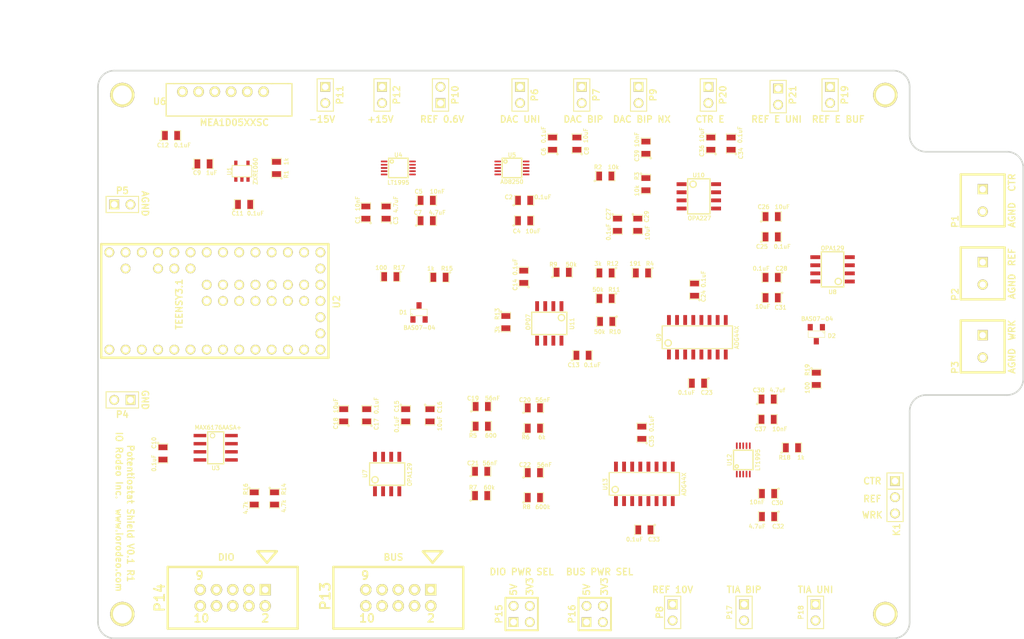
<source format=kicad_pcb>
(kicad_pcb (version 3) (host pcbnew "(2013-jul-07)-stable")

  (general
    (links 257)
    (no_connects 257)
    (area 50.672999 50.672999 195.707001 139.827001)
    (thickness 1.6)
    (drawings 52)
    (tracks 0)
    (zones 0)
    (modules 99)
    (nets 60)
  )

  (page A3)
  (layers
    (15 F.Cu signal)
    (0 B.Cu signal)
    (16 B.Adhes user)
    (17 F.Adhes user)
    (18 B.Paste user)
    (19 F.Paste user)
    (20 B.SilkS user)
    (21 F.SilkS user)
    (22 B.Mask user)
    (23 F.Mask user)
    (24 Dwgs.User user)
    (25 Cmts.User user)
    (26 Eco1.User user)
    (27 Eco2.User user)
    (28 Edge.Cuts user)
  )

  (setup
    (last_trace_width 0.254)
    (trace_clearance 0.2032)
    (zone_clearance 0.508)
    (zone_45_only no)
    (trace_min 0.254)
    (segment_width 0.2)
    (edge_width 0.254)
    (via_size 0.889)
    (via_drill 0.635)
    (via_min_size 0.889)
    (via_min_drill 0.508)
    (uvia_size 0.508)
    (uvia_drill 0.127)
    (uvias_allowed no)
    (uvia_min_size 0.508)
    (uvia_min_drill 0.127)
    (pcb_text_width 0.2032)
    (pcb_text_size 1.016 1.016)
    (mod_edge_width 0.15)
    (mod_text_size 0.635 0.635)
    (mod_text_width 0.127)
    (pad_size 1.5 1.5)
    (pad_drill 0.6)
    (pad_to_mask_clearance 0)
    (aux_axis_origin 0 0)
    (visible_elements FFFFFFBF)
    (pcbplotparams
      (layerselection 284196865)
      (usegerberextensions true)
      (excludeedgelayer true)
      (linewidth 0.150000)
      (plotframeref false)
      (viasonmask false)
      (mode 1)
      (useauxorigin false)
      (hpglpennumber 1)
      (hpglpenspeed 20)
      (hpglpendiameter 15)
      (hpglpenoverlay 2)
      (psnegative false)
      (psa4output false)
      (plotreference true)
      (plotvalue true)
      (plotothertext true)
      (plotinvisibletext false)
      (padsonsilk false)
      (subtractmaskfromsilk false)
      (outputformat 1)
      (mirror false)
      (drillshape 0)
      (scaleselection 1)
      (outputdirectory gerber_v0p1_r1/))
  )

  (net 0 "")
  (net 1 /+15V)
  (net 2 /-15V)
  (net 3 /3V3)
  (net 4 /5V)
  (net 5 /AGND)
  (net 6 /CS)
  (net 7 /CTR_ELECT)
  (net 8 /D24)
  (net 9 /D25)
  (net 10 /D26)
  (net 11 /D27)
  (net 12 /D28)
  (net 13 /D29)
  (net 14 /D30)
  (net 15 /D31)
  (net 16 /DAC_BIP)
  (net 17 /DAC_BIP_NX)
  (net 18 /DAC_GAIN_A0)
  (net 19 /DAC_GAIN_A1)
  (net 20 /DAC_UNI)
  (net 21 /GND)
  (net 22 /MISO)
  (net 23 /MOSI)
  (net 24 /REF_0V6)
  (net 25 /REF_10V)
  (net 26 /REF_ELECT)
  (net 27 /REF_ELECT_BUF)
  (net 28 /REF_ELECT_UNI)
  (net 29 /RX)
  (net 30 /SCK)
  (net 31 /SCL)
  (net 32 /SDA)
  (net 33 /TIA_OUT_BIP)
  (net 34 /TIA_OUT_UNI)
  (net 35 /TIA_SW1_IN1)
  (net 36 /TIA_SW1_IN2)
  (net 37 /TIA_SW1_IN3)
  (net 38 /TIA_SW1_IN4)
  (net 39 /TIA_SW2_IN1)
  (net 40 /TIA_SW2_IN2)
  (net 41 /TIA_SW2_IN3)
  (net 42 /TIA_SW2_IN4)
  (net 43 /TX)
  (net 44 /VEXP)
  (net 45 /VUEXT)
  (net 46 /WRK_ELECT)
  (net 47 N-0000038)
  (net 48 N-0000048)
  (net 49 N-000005)
  (net 50 N-0000060)
  (net 51 N-0000065)
  (net 52 N-0000066)
  (net 53 N-0000067)
  (net 54 N-0000068)
  (net 55 N-0000087)
  (net 56 N-0000088)
  (net 57 N-0000089)
  (net 58 N-0000093)
  (net 59 N-0000094)

  (net_class Default "This is the default net class."
    (clearance 0.2032)
    (trace_width 0.254)
    (via_dia 0.889)
    (via_drill 0.635)
    (uvia_dia 0.508)
    (uvia_drill 0.127)
    (add_net "")
    (add_net /+15V)
    (add_net /-15V)
    (add_net /AGND)
    (add_net /CS)
    (add_net /CTR_ELECT)
    (add_net /D24)
    (add_net /D25)
    (add_net /D26)
    (add_net /D27)
    (add_net /D28)
    (add_net /D29)
    (add_net /D30)
    (add_net /D31)
    (add_net /DAC_BIP)
    (add_net /DAC_BIP_NX)
    (add_net /DAC_GAIN_A0)
    (add_net /DAC_GAIN_A1)
    (add_net /DAC_UNI)
    (add_net /MISO)
    (add_net /MOSI)
    (add_net /REF_0V6)
    (add_net /REF_10V)
    (add_net /REF_ELECT)
    (add_net /REF_ELECT_BUF)
    (add_net /REF_ELECT_UNI)
    (add_net /RX)
    (add_net /SCK)
    (add_net /SCL)
    (add_net /SDA)
    (add_net /TIA_OUT_BIP)
    (add_net /TIA_OUT_UNI)
    (add_net /TIA_SW1_IN1)
    (add_net /TIA_SW1_IN2)
    (add_net /TIA_SW1_IN3)
    (add_net /TIA_SW1_IN4)
    (add_net /TIA_SW2_IN1)
    (add_net /TIA_SW2_IN2)
    (add_net /TIA_SW2_IN3)
    (add_net /TIA_SW2_IN4)
    (add_net /TX)
    (add_net /VEXP)
    (add_net /VUEXT)
    (add_net /WRK_ELECT)
    (add_net N-0000038)
    (add_net N-0000048)
    (add_net N-000005)
    (add_net N-0000060)
    (add_net N-0000065)
    (add_net N-0000066)
    (add_net N-0000067)
    (add_net N-0000068)
    (add_net N-0000087)
    (add_net N-0000088)
    (add_net N-0000089)
    (add_net N-0000093)
    (add_net N-0000094)
  )

  (net_class Power ""
    (clearance 0.2032)
    (trace_width 0.508)
    (via_dia 0.889)
    (via_drill 0.635)
    (uvia_dia 0.508)
    (uvia_drill 0.127)
    (add_net /3V3)
    (add_net /5V)
    (add_net /GND)
  )

  (module TEENSY3X (layer F.Cu) (tedit 5831B4FD) (tstamp 582CF99B)
    (at 69.088 86.868 90)
    (path /5733FC56)
    (fp_text reference U2 (at -0.127 19.05 90) (layer F.SilkS)
      (effects (font (size 1.016 1.016) (thickness 0.2032)))
    )
    (fp_text value TEENSY3.1 (at -0.508 -5.588 90) (layer F.SilkS)
      (effects (font (size 1.016 1.016) (thickness 0.2032)))
    )
    (fp_line (start -8.89 -17.78) (end -8.89 17.78) (layer F.SilkS) (width 0.381))
    (fp_line (start -8.89 17.78) (end 8.89 17.78) (layer F.SilkS) (width 0.381))
    (fp_line (start 8.89 17.78) (end 8.89 -17.78) (layer F.SilkS) (width 0.381))
    (fp_line (start 8.89 -17.78) (end -8.89 -17.78) (layer F.SilkS) (width 0.381))
    (pad 1 thru_hole circle (at -7.62 -16.51 90) (size 1.524 1.524) (drill 1.016)
      (layers *.Cu *.Mask F.SilkS)
      (net 21 /GND)
    )
    (pad 2 thru_hole circle (at -7.62 -13.97 90) (size 1.524 1.524) (drill 1.016)
      (layers *.Cu *.Mask F.SilkS)
      (net 18 /DAC_GAIN_A0)
    )
    (pad 3 thru_hole circle (at -7.62 -11.43 90) (size 1.524 1.524) (drill 1.016)
      (layers *.Cu *.Mask F.SilkS)
      (net 19 /DAC_GAIN_A1)
    )
    (pad 4 thru_hole circle (at -7.62 -8.89 90) (size 1.524 1.524) (drill 1.016)
      (layers *.Cu *.Mask F.SilkS)
      (net 35 /TIA_SW1_IN1)
    )
    (pad 5 thru_hole circle (at -7.62 -6.35 90) (size 1.524 1.524) (drill 1.016)
      (layers *.Cu *.Mask F.SilkS)
      (net 43 /TX)
    )
    (pad 6 thru_hole circle (at -7.62 -3.81 90) (size 1.524 1.524) (drill 1.016)
      (layers *.Cu *.Mask F.SilkS)
      (net 29 /RX)
    )
    (pad 7 thru_hole circle (at -7.62 -1.27 90) (size 1.524 1.524) (drill 1.016)
      (layers *.Cu *.Mask F.SilkS)
      (net 36 /TIA_SW1_IN2)
    )
    (pad 8 thru_hole circle (at -7.62 1.27 90) (size 1.524 1.524) (drill 1.016)
      (layers *.Cu *.Mask F.SilkS)
      (net 37 /TIA_SW1_IN3)
    )
    (pad 9 thru_hole circle (at -7.62 3.81 90) (size 1.524 1.524) (drill 1.016)
      (layers *.Cu *.Mask F.SilkS)
      (net 38 /TIA_SW1_IN4)
    )
    (pad 10 thru_hole circle (at -7.62 6.35 90) (size 1.524 1.524) (drill 1.016)
      (layers *.Cu *.Mask F.SilkS)
      (net 39 /TIA_SW2_IN1)
    )
    (pad 11 thru_hole circle (at -7.62 8.89 90) (size 1.524 1.524) (drill 1.016)
      (layers *.Cu *.Mask F.SilkS)
      (net 40 /TIA_SW2_IN2)
    )
    (pad 12 thru_hole circle (at -7.62 11.43 90) (size 1.524 1.524) (drill 1.016)
      (layers *.Cu *.Mask F.SilkS)
      (net 6 /CS)
    )
    (pad 13 thru_hole circle (at -7.62 13.97 90) (size 1.524 1.524) (drill 1.016)
      (layers *.Cu *.Mask F.SilkS)
      (net 23 /MOSI)
    )
    (pad 14 thru_hole circle (at -7.62 16.51 90) (size 1.524 1.524) (drill 1.016)
      (layers *.Cu *.Mask F.SilkS)
      (net 22 /MISO)
    )
    (pad 15 thru_hole circle (at -5.08 16.51 90) (size 1.524 1.524) (drill 1.016)
      (layers *.Cu *.Mask F.SilkS)
    )
    (pad 16 thru_hole circle (at -2.54 16.51 90) (size 1.524 1.524) (drill 1.016)
      (layers *.Cu *.Mask F.SilkS)
      (net 3 /3V3)
    )
    (pad 17 thru_hole circle (at 0 16.51 90) (size 1.524 1.524) (drill 1.016)
      (layers *.Cu *.Mask F.SilkS)
      (net 21 /GND)
    )
    (pad 18 thru_hole circle (at 2.54 16.51 90) (size 1.524 1.524) (drill 1.016)
      (layers *.Cu *.Mask F.SilkS)
    )
    (pad 19 thru_hole circle (at 5.08 16.51 90) (size 1.524 1.524) (drill 1.016)
      (layers *.Cu *.Mask F.SilkS)
      (net 20 /DAC_UNI)
    )
    (pad 20 thru_hole circle (at 7.62 16.51 90) (size 1.524 1.524) (drill 1.016)
      (layers *.Cu *.Mask F.SilkS)
      (net 30 /SCK)
    )
    (pad 21 thru_hole circle (at 7.62 13.97 90) (size 1.524 1.524) (drill 1.016)
      (layers *.Cu *.Mask F.SilkS)
    )
    (pad 22 thru_hole circle (at 7.62 11.43 90) (size 1.524 1.524) (drill 1.016)
      (layers *.Cu *.Mask F.SilkS)
      (net 34 /TIA_OUT_UNI)
    )
    (pad 23 thru_hole circle (at 7.62 8.89 90) (size 1.524 1.524) (drill 1.016)
      (layers *.Cu *.Mask F.SilkS)
      (net 28 /REF_ELECT_UNI)
    )
    (pad 24 thru_hole circle (at 7.62 6.35 90) (size 1.524 1.524) (drill 1.016)
      (layers *.Cu *.Mask F.SilkS)
    )
    (pad 25 thru_hole circle (at 7.62 3.81 90) (size 1.524 1.524) (drill 1.016)
      (layers *.Cu *.Mask F.SilkS)
      (net 32 /SDA)
    )
    (pad 26 thru_hole circle (at 7.62 1.27 90) (size 1.524 1.524) (drill 1.016)
      (layers *.Cu *.Mask F.SilkS)
      (net 31 /SCL)
    )
    (pad 27 thru_hole circle (at 7.62 -1.27 90) (size 1.524 1.524) (drill 1.016)
      (layers *.Cu *.Mask F.SilkS)
    )
    (pad 28 thru_hole circle (at 7.62 -3.81 90) (size 1.524 1.524) (drill 1.016)
      (layers *.Cu *.Mask F.SilkS)
    )
    (pad 29 thru_hole circle (at 7.62 -6.35 90) (size 1.524 1.524) (drill 1.016)
      (layers *.Cu *.Mask F.SilkS)
      (net 41 /TIA_SW2_IN3)
    )
    (pad 30 thru_hole circle (at 7.62 -8.89 90) (size 1.524 1.524) (drill 1.016)
      (layers *.Cu *.Mask F.SilkS)
      (net 42 /TIA_SW2_IN4)
    )
    (pad 31 thru_hole circle (at 7.62 -11.43 90) (size 1.524 1.524) (drill 1.016)
      (layers *.Cu *.Mask F.SilkS)
    )
    (pad 32 thru_hole circle (at 7.62 -13.97 90) (size 1.524 1.524) (drill 1.016)
      (layers *.Cu *.Mask F.SilkS)
      (net 5 /AGND)
    )
    (pad 33 thru_hole circle (at 7.62 -16.51 90) (size 1.524 1.524) (drill 1.016)
      (layers *.Cu *.Mask F.SilkS)
      (net 4 /5V)
    )
    (pad 34 thru_hole circle (at 0 -1.27 90) (size 1.524 1.524) (drill 1.016)
      (layers *.Cu *.Mask F.SilkS)
    )
    (pad 35 thru_hole circle (at 0 1.27 90) (size 1.524 1.524) (drill 1.016)
      (layers *.Cu *.Mask F.SilkS)
    )
    (pad 36 thru_hole circle (at 0 3.81 90) (size 1.524 1.524) (drill 1.016)
      (layers *.Cu *.Mask F.SilkS)
      (net 8 /D24)
    )
    (pad 37 thru_hole circle (at 0 6.35 90) (size 1.524 1.524) (drill 1.016)
      (layers *.Cu *.Mask F.SilkS)
      (net 9 /D25)
    )
    (pad 38 thru_hole circle (at 0 8.89 90) (size 1.524 1.524) (drill 1.016)
      (layers *.Cu *.Mask F.SilkS)
      (net 10 /D26)
    )
    (pad 39 thru_hole circle (at 0 11.43 90) (size 1.524 1.524) (drill 1.016)
      (layers *.Cu *.Mask F.SilkS)
      (net 11 /D27)
    )
    (pad 40 thru_hole circle (at 0 13.97 90) (size 1.524 1.524) (drill 1.016)
      (layers *.Cu *.Mask F.SilkS)
      (net 12 /D28)
    )
    (pad 41 thru_hole circle (at 2.54 13.97 90) (size 1.524 1.524) (drill 1.016)
      (layers *.Cu *.Mask F.SilkS)
      (net 13 /D29)
    )
    (pad 42 thru_hole circle (at 2.54 11.43 90) (size 1.524 1.524) (drill 1.016)
      (layers *.Cu *.Mask F.SilkS)
      (net 14 /D30)
    )
    (pad 43 thru_hole circle (at 2.54 8.89 90) (size 1.524 1.524) (drill 1.016)
      (layers *.Cu *.Mask F.SilkS)
      (net 15 /D31)
    )
    (pad 44 thru_hole circle (at 2.54 6.35 90) (size 1.524 1.524) (drill 1.016)
      (layers *.Cu *.Mask F.SilkS)
    )
    (pad 45 thru_hole circle (at 2.54 3.81 90) (size 1.524 1.524) (drill 1.016)
      (layers *.Cu *.Mask F.SilkS)
    )
    (pad 46 thru_hole circle (at 2.54 1.27 90) (size 1.524 1.524) (drill 1.016)
      (layers *.Cu *.Mask F.SilkS)
    )
    (pad 47 thru_hole circle (at 2.54 -1.27 90) (size 1.524 1.524) (drill 1.016)
      (layers *.Cu *.Mask F.SilkS)
    )
    (pad 48 thru_hole circle (at 5.08 -3.81 90) (size 1.524 1.524) (drill 1.016)
      (layers *.Cu *.Mask F.SilkS)
    )
    (pad 49 thru_hole circle (at 5.08 -6.35 90) (size 1.524 1.524) (drill 1.016)
      (layers *.Cu *.Mask F.SilkS)
    )
    (pad 50 thru_hole circle (at 5.08 -8.89 90) (size 1.524 1.524) (drill 1.016)
      (layers *.Cu *.Mask F.SilkS)
    )
    (pad 51 thru_hole circle (at 5.08 -13.97 90) (size 1.524 1.524) (drill 1.016)
      (layers *.Cu *.Mask F.SilkS)
    )
  )

  (module SOT23-5 (layer F.Cu) (tedit 58333BFE) (tstamp 582CF9A8)
    (at 73.32 66.545)
    (path /57352FD2)
    (attr smd)
    (fp_text reference U1 (at -1.946 0.003 90) (layer F.SilkS)
      (effects (font (size 0.635 0.635) (thickness 0.127)))
    )
    (fp_text value ZXRE060 (at 2.118 0.003 90) (layer F.SilkS)
      (effects (font (size 0.635 0.635) (thickness 0.127)))
    )
    (fp_line (start 1.524 -0.889) (end 1.524 0.889) (layer F.SilkS) (width 0.127))
    (fp_line (start 1.524 0.889) (end -1.524 0.889) (layer F.SilkS) (width 0.127))
    (fp_line (start -1.524 0.889) (end -1.524 -0.889) (layer F.SilkS) (width 0.127))
    (fp_line (start -1.524 -0.889) (end 1.524 -0.889) (layer F.SilkS) (width 0.127))
    (pad 1 smd rect (at -0.9525 1.27) (size 0.508 0.762)
      (layers F.Cu F.Paste F.Mask)
      (net 5 /AGND)
    )
    (pad 3 smd rect (at 0.9525 1.27) (size 0.508 0.762)
      (layers F.Cu F.Paste F.Mask)
      (net 3 /3V3)
    )
    (pad 5 smd rect (at -0.9525 -1.27) (size 0.508 0.762)
      (layers F.Cu F.Paste F.Mask)
      (net 24 /REF_0V6)
    )
    (pad 2 smd rect (at 0 1.27) (size 0.508 0.762)
      (layers F.Cu F.Paste F.Mask)
      (net 5 /AGND)
    )
    (pad 4 smd rect (at 0.9525 -1.27) (size 0.508 0.762)
      (layers F.Cu F.Paste F.Mask)
      (net 24 /REF_0V6)
    )
    (model smd/SOT23_5.wrl
      (at (xyz 0 0 0))
      (scale (xyz 0.1 0.1 0.1))
      (rotate (xyz 0 0 0))
    )
  )

  (module SOT23 (layer F.Cu) (tedit 58334448) (tstamp 582CF9B4)
    (at 101.035 88.665)
    (tags SOT23)
    (path /57ED7EE6)
    (fp_text reference D1 (at -2.483 -0.019) (layer F.SilkS)
      (effects (font (size 0.635 0.635) (thickness 0.127)))
    )
    (fp_text value BAS07-04 (at 0.057 2.394) (layer F.SilkS)
      (effects (font (size 0.635 0.635) (thickness 0.127)))
    )
    (fp_circle (center -1.17602 0.35052) (end -1.30048 0.44958) (layer F.SilkS) (width 0.07874))
    (fp_line (start 1.27 -0.508) (end 1.27 0.508) (layer F.SilkS) (width 0.07874))
    (fp_line (start -1.3335 -0.508) (end -1.3335 0.508) (layer F.SilkS) (width 0.07874))
    (fp_line (start 1.27 0.508) (end -1.3335 0.508) (layer F.SilkS) (width 0.07874))
    (fp_line (start -1.3335 -0.508) (end 1.27 -0.508) (layer F.SilkS) (width 0.07874))
    (pad 3 smd rect (at 0 -1.09982) (size 0.8001 1.00076)
      (layers F.Cu F.Paste F.Mask)
      (net 51 N-0000065)
    )
    (pad 2 smd rect (at 0.9525 1.09982) (size 0.8001 1.00076)
      (layers F.Cu F.Paste F.Mask)
      (net 3 /3V3)
    )
    (pad 1 smd rect (at -0.9525 1.09982) (size 0.8001 1.00076)
      (layers F.Cu F.Paste F.Mask)
      (net 5 /AGND)
    )
    (model smd\SOT23_3.wrl
      (at (xyz 0 0 0))
      (scale (xyz 0.4 0.4 0.4))
      (rotate (xyz 0 0 180))
    )
  )

  (module SOT23 (layer F.Cu) (tedit 58334520) (tstamp 582CF9C0)
    (at 163.195 92.075 180)
    (tags SOT23)
    (path /573A0A9F)
    (fp_text reference D2 (at -2.413 -0.254 180) (layer F.SilkS)
      (effects (font (size 0.635 0.635) (thickness 0.127)))
    )
    (fp_text value BAS07-04 (at -0.127 2.413 180) (layer F.SilkS)
      (effects (font (size 0.635 0.635) (thickness 0.127)))
    )
    (fp_circle (center -1.17602 0.35052) (end -1.30048 0.44958) (layer F.SilkS) (width 0.07874))
    (fp_line (start 1.27 -0.508) (end 1.27 0.508) (layer F.SilkS) (width 0.07874))
    (fp_line (start -1.3335 -0.508) (end -1.3335 0.508) (layer F.SilkS) (width 0.07874))
    (fp_line (start 1.27 0.508) (end -1.3335 0.508) (layer F.SilkS) (width 0.07874))
    (fp_line (start -1.3335 -0.508) (end 1.27 -0.508) (layer F.SilkS) (width 0.07874))
    (pad 3 smd rect (at 0 -1.09982 180) (size 0.8001 1.00076)
      (layers F.Cu F.Paste F.Mask)
      (net 49 N-000005)
    )
    (pad 2 smd rect (at 0.9525 1.09982 180) (size 0.8001 1.00076)
      (layers F.Cu F.Paste F.Mask)
      (net 3 /3V3)
    )
    (pad 1 smd rect (at -0.9525 1.09982 180) (size 0.8001 1.00076)
      (layers F.Cu F.Paste F.Mask)
      (net 5 /AGND)
    )
    (model smd\SOT23_3.wrl
      (at (xyz 0 0 0))
      (scale (xyz 0.4 0.4 0.4))
      (rotate (xyz 0 0 180))
    )
  )

  (module SM0805 (layer F.Cu) (tedit 5833486F) (tstamp 582CF9CD)
    (at 98.945 104.77 270)
    (path /5739FA9B)
    (attr smd)
    (fp_text reference C15 (at -1.392 1.409 270) (layer F.SilkS)
      (effects (font (size 0.635 0.635) (thickness 0.127)))
    )
    (fp_text value 0.1uF (at 1.402 1.409 270) (layer F.SilkS)
      (effects (font (size 0.635 0.635) (thickness 0.127)))
    )
    (fp_circle (center -1.651 0.762) (end -1.651 0.635) (layer F.SilkS) (width 0.09906))
    (fp_line (start -0.508 0.762) (end -1.524 0.762) (layer F.SilkS) (width 0.09906))
    (fp_line (start -1.524 0.762) (end -1.524 -0.762) (layer F.SilkS) (width 0.09906))
    (fp_line (start -1.524 -0.762) (end -0.508 -0.762) (layer F.SilkS) (width 0.09906))
    (fp_line (start 0.508 -0.762) (end 1.524 -0.762) (layer F.SilkS) (width 0.09906))
    (fp_line (start 1.524 -0.762) (end 1.524 0.762) (layer F.SilkS) (width 0.09906))
    (fp_line (start 1.524 0.762) (end 0.508 0.762) (layer F.SilkS) (width 0.09906))
    (pad 1 smd rect (at -0.9525 0 270) (size 0.889 1.397)
      (layers F.Cu F.Paste F.Mask)
      (net 5 /AGND)
    )
    (pad 2 smd rect (at 0.9525 0 270) (size 0.889 1.397)
      (layers F.Cu F.Paste F.Mask)
      (net 2 /-15V)
    )
    (model smd/chip_cms.wrl
      (at (xyz 0 0 0))
      (scale (xyz 0.1 0.1 0.1))
      (rotate (xyz 0 0 0))
    )
  )

  (module SM0805 (layer F.Cu) (tedit 5831B515) (tstamp 582CF9DA)
    (at 110.85 103.39)
    (path /5738E2EF)
    (attr smd)
    (fp_text reference C19 (at -1.376 -1.282) (layer F.SilkS)
      (effects (font (size 0.635 0.635) (thickness 0.127)))
    )
    (fp_text value 56nF (at 1.672 -1.282) (layer F.SilkS)
      (effects (font (size 0.635 0.635) (thickness 0.127)))
    )
    (fp_circle (center -1.651 0.762) (end -1.651 0.635) (layer F.SilkS) (width 0.09906))
    (fp_line (start -0.508 0.762) (end -1.524 0.762) (layer F.SilkS) (width 0.09906))
    (fp_line (start -1.524 0.762) (end -1.524 -0.762) (layer F.SilkS) (width 0.09906))
    (fp_line (start -1.524 -0.762) (end -0.508 -0.762) (layer F.SilkS) (width 0.09906))
    (fp_line (start 0.508 -0.762) (end 1.524 -0.762) (layer F.SilkS) (width 0.09906))
    (fp_line (start 1.524 -0.762) (end 1.524 0.762) (layer F.SilkS) (width 0.09906))
    (fp_line (start 1.524 0.762) (end 0.508 0.762) (layer F.SilkS) (width 0.09906))
    (pad 1 smd rect (at -0.9525 0) (size 0.889 1.397)
      (layers F.Cu F.Paste F.Mask)
      (net 46 /WRK_ELECT)
    )
    (pad 2 smd rect (at 0.9525 0) (size 0.889 1.397)
      (layers F.Cu F.Paste F.Mask)
      (net 55 N-0000087)
    )
    (model smd/chip_cms.wrl
      (at (xyz 0 0 0))
      (scale (xyz 0.1 0.1 0.1))
      (rotate (xyz 0 0 0))
    )
  )

  (module SM0805 (layer F.Cu) (tedit 58334558) (tstamp 582CF9E7)
    (at 155.575 105.41)
    (path /5739FA65)
    (attr smd)
    (fp_text reference C37 (at -1.143 1.524) (layer F.SilkS)
      (effects (font (size 0.635 0.635) (thickness 0.127)))
    )
    (fp_text value 10nF (at 1.905 1.524) (layer F.SilkS)
      (effects (font (size 0.635 0.635) (thickness 0.127)))
    )
    (fp_circle (center -1.651 0.762) (end -1.651 0.635) (layer F.SilkS) (width 0.09906))
    (fp_line (start -0.508 0.762) (end -1.524 0.762) (layer F.SilkS) (width 0.09906))
    (fp_line (start -1.524 0.762) (end -1.524 -0.762) (layer F.SilkS) (width 0.09906))
    (fp_line (start -1.524 -0.762) (end -0.508 -0.762) (layer F.SilkS) (width 0.09906))
    (fp_line (start 0.508 -0.762) (end 1.524 -0.762) (layer F.SilkS) (width 0.09906))
    (fp_line (start 1.524 -0.762) (end 1.524 0.762) (layer F.SilkS) (width 0.09906))
    (fp_line (start 1.524 0.762) (end 0.508 0.762) (layer F.SilkS) (width 0.09906))
    (pad 1 smd rect (at -0.9525 0) (size 0.889 1.397)
      (layers F.Cu F.Paste F.Mask)
      (net 1 /+15V)
    )
    (pad 2 smd rect (at 0.9525 0) (size 0.889 1.397)
      (layers F.Cu F.Paste F.Mask)
      (net 5 /AGND)
    )
    (model smd/chip_cms.wrl
      (at (xyz 0 0 0))
      (scale (xyz 0.1 0.1 0.1))
      (rotate (xyz 0 0 0))
    )
  )

  (module SM0805 (layer F.Cu) (tedit 583345B7) (tstamp 582CF9F4)
    (at 155.645 117.03 180)
    (path /5739FA6B)
    (attr smd)
    (fp_text reference C30 (at -1.454 -1.461 180) (layer F.SilkS)
      (effects (font (size 0.635 0.635) (thickness 0.127)))
    )
    (fp_text value 10nF (at 1.721 -1.334 180) (layer F.SilkS)
      (effects (font (size 0.635 0.635) (thickness 0.127)))
    )
    (fp_circle (center -1.651 0.762) (end -1.651 0.635) (layer F.SilkS) (width 0.09906))
    (fp_line (start -0.508 0.762) (end -1.524 0.762) (layer F.SilkS) (width 0.09906))
    (fp_line (start -1.524 0.762) (end -1.524 -0.762) (layer F.SilkS) (width 0.09906))
    (fp_line (start -1.524 -0.762) (end -0.508 -0.762) (layer F.SilkS) (width 0.09906))
    (fp_line (start 0.508 -0.762) (end 1.524 -0.762) (layer F.SilkS) (width 0.09906))
    (fp_line (start 1.524 -0.762) (end 1.524 0.762) (layer F.SilkS) (width 0.09906))
    (fp_line (start 1.524 0.762) (end 0.508 0.762) (layer F.SilkS) (width 0.09906))
    (pad 1 smd rect (at -0.9525 0 180) (size 0.889 1.397)
      (layers F.Cu F.Paste F.Mask)
      (net 5 /AGND)
    )
    (pad 2 smd rect (at 0.9525 0 180) (size 0.889 1.397)
      (layers F.Cu F.Paste F.Mask)
      (net 2 /-15V)
    )
    (model smd/chip_cms.wrl
      (at (xyz 0 0 0))
      (scale (xyz 0.1 0.1 0.1))
      (rotate (xyz 0 0 0))
    )
  )

  (module SM0805 (layer F.Cu) (tedit 58334544) (tstamp 582CFA01)
    (at 155.575 102.235)
    (path /5739FA71)
    (attr smd)
    (fp_text reference C38 (at -1.397 -1.397) (layer F.SilkS)
      (effects (font (size 0.635 0.635) (thickness 0.127)))
    )
    (fp_text value 4.7uf (at 1.524 -1.397) (layer F.SilkS)
      (effects (font (size 0.635 0.635) (thickness 0.127)))
    )
    (fp_circle (center -1.651 0.762) (end -1.651 0.635) (layer F.SilkS) (width 0.09906))
    (fp_line (start -0.508 0.762) (end -1.524 0.762) (layer F.SilkS) (width 0.09906))
    (fp_line (start -1.524 0.762) (end -1.524 -0.762) (layer F.SilkS) (width 0.09906))
    (fp_line (start -1.524 -0.762) (end -0.508 -0.762) (layer F.SilkS) (width 0.09906))
    (fp_line (start 0.508 -0.762) (end 1.524 -0.762) (layer F.SilkS) (width 0.09906))
    (fp_line (start 1.524 -0.762) (end 1.524 0.762) (layer F.SilkS) (width 0.09906))
    (fp_line (start 1.524 0.762) (end 0.508 0.762) (layer F.SilkS) (width 0.09906))
    (pad 1 smd rect (at -0.9525 0) (size 0.889 1.397)
      (layers F.Cu F.Paste F.Mask)
      (net 1 /+15V)
    )
    (pad 2 smd rect (at 0.9525 0) (size 0.889 1.397)
      (layers F.Cu F.Paste F.Mask)
      (net 5 /AGND)
    )
    (model smd/chip_cms.wrl
      (at (xyz 0 0 0))
      (scale (xyz 0.1 0.1 0.1))
      (rotate (xyz 0 0 0))
    )
  )

  (module SM0805 (layer F.Cu) (tedit 583345C6) (tstamp 582CFA0E)
    (at 155.645 120.63 180)
    (path /5739FA77)
    (attr smd)
    (fp_text reference C32 (at -1.581 -1.544 180) (layer F.SilkS)
      (effects (font (size 0.635 0.635) (thickness 0.127)))
    )
    (fp_text value 4.7uF (at 1.721 -1.544 180) (layer F.SilkS)
      (effects (font (size 0.635 0.635) (thickness 0.127)))
    )
    (fp_circle (center -1.651 0.762) (end -1.651 0.635) (layer F.SilkS) (width 0.09906))
    (fp_line (start -0.508 0.762) (end -1.524 0.762) (layer F.SilkS) (width 0.09906))
    (fp_line (start -1.524 0.762) (end -1.524 -0.762) (layer F.SilkS) (width 0.09906))
    (fp_line (start -1.524 -0.762) (end -0.508 -0.762) (layer F.SilkS) (width 0.09906))
    (fp_line (start 0.508 -0.762) (end 1.524 -0.762) (layer F.SilkS) (width 0.09906))
    (fp_line (start 1.524 -0.762) (end 1.524 0.762) (layer F.SilkS) (width 0.09906))
    (fp_line (start 1.524 0.762) (end 0.508 0.762) (layer F.SilkS) (width 0.09906))
    (pad 1 smd rect (at -0.9525 0 180) (size 0.889 1.397)
      (layers F.Cu F.Paste F.Mask)
      (net 5 /AGND)
    )
    (pad 2 smd rect (at 0.9525 0 180) (size 0.889 1.397)
      (layers F.Cu F.Paste F.Mask)
      (net 2 /-15V)
    )
    (model smd/chip_cms.wrl
      (at (xyz 0 0 0))
      (scale (xyz 0.1 0.1 0.1))
      (rotate (xyz 0 0 0))
    )
  )

  (module SM0805 (layer F.Cu) (tedit 58334882) (tstamp 582CFA1B)
    (at 92.845 104.77 90)
    (path /5739FA95)
    (attr smd)
    (fp_text reference C17 (at -1.402 1.516 90) (layer F.SilkS)
      (effects (font (size 0.635 0.635) (thickness 0.127)))
    )
    (fp_text value 0.1uF (at 1.519 1.516 90) (layer F.SilkS)
      (effects (font (size 0.635 0.635) (thickness 0.127)))
    )
    (fp_circle (center -1.651 0.762) (end -1.651 0.635) (layer F.SilkS) (width 0.09906))
    (fp_line (start -0.508 0.762) (end -1.524 0.762) (layer F.SilkS) (width 0.09906))
    (fp_line (start -1.524 0.762) (end -1.524 -0.762) (layer F.SilkS) (width 0.09906))
    (fp_line (start -1.524 -0.762) (end -0.508 -0.762) (layer F.SilkS) (width 0.09906))
    (fp_line (start 0.508 -0.762) (end 1.524 -0.762) (layer F.SilkS) (width 0.09906))
    (fp_line (start 1.524 -0.762) (end 1.524 0.762) (layer F.SilkS) (width 0.09906))
    (fp_line (start 1.524 0.762) (end 0.508 0.762) (layer F.SilkS) (width 0.09906))
    (pad 1 smd rect (at -0.9525 0 90) (size 0.889 1.397)
      (layers F.Cu F.Paste F.Mask)
      (net 1 /+15V)
    )
    (pad 2 smd rect (at 0.9525 0 90) (size 0.889 1.397)
      (layers F.Cu F.Paste F.Mask)
      (net 5 /AGND)
    )
    (model smd/chip_cms.wrl
      (at (xyz 0 0 0))
      (scale (xyz 0.1 0.1 0.1))
      (rotate (xyz 0 0 0))
    )
  )

  (module SM0805 (layer F.Cu) (tedit 5831B51D) (tstamp 582CFA28)
    (at 110.85 106.49)
    (path /5738E2E9)
    (attr smd)
    (fp_text reference R5 (at -1.376 1.46) (layer F.SilkS)
      (effects (font (size 0.635 0.635) (thickness 0.127)))
    )
    (fp_text value 600 (at 1.418 1.46) (layer F.SilkS)
      (effects (font (size 0.635 0.635) (thickness 0.127)))
    )
    (fp_circle (center -1.651 0.762) (end -1.651 0.635) (layer F.SilkS) (width 0.09906))
    (fp_line (start -0.508 0.762) (end -1.524 0.762) (layer F.SilkS) (width 0.09906))
    (fp_line (start -1.524 0.762) (end -1.524 -0.762) (layer F.SilkS) (width 0.09906))
    (fp_line (start -1.524 -0.762) (end -0.508 -0.762) (layer F.SilkS) (width 0.09906))
    (fp_line (start 0.508 -0.762) (end 1.524 -0.762) (layer F.SilkS) (width 0.09906))
    (fp_line (start 1.524 -0.762) (end 1.524 0.762) (layer F.SilkS) (width 0.09906))
    (fp_line (start 1.524 0.762) (end 0.508 0.762) (layer F.SilkS) (width 0.09906))
    (pad 1 smd rect (at -0.9525 0) (size 0.889 1.397)
      (layers F.Cu F.Paste F.Mask)
      (net 46 /WRK_ELECT)
    )
    (pad 2 smd rect (at 0.9525 0) (size 0.889 1.397)
      (layers F.Cu F.Paste F.Mask)
      (net 55 N-0000087)
    )
    (model smd/chip_cms.wrl
      (at (xyz 0 0 0))
      (scale (xyz 0.1 0.1 0.1))
      (rotate (xyz 0 0 0))
    )
  )

  (module SM0805 (layer F.Cu) (tedit 58334894) (tstamp 582CFA35)
    (at 89.245 104.77 90)
    (path /5739FAA1)
    (attr smd)
    (fp_text reference C18 (at -1.275 -1.234 90) (layer F.SilkS)
      (effects (font (size 0.635 0.635) (thickness 0.127)))
    )
    (fp_text value 10uF (at 1.519 -1.234 90) (layer F.SilkS)
      (effects (font (size 0.635 0.635) (thickness 0.127)))
    )
    (fp_circle (center -1.651 0.762) (end -1.651 0.635) (layer F.SilkS) (width 0.09906))
    (fp_line (start -0.508 0.762) (end -1.524 0.762) (layer F.SilkS) (width 0.09906))
    (fp_line (start -1.524 0.762) (end -1.524 -0.762) (layer F.SilkS) (width 0.09906))
    (fp_line (start -1.524 -0.762) (end -0.508 -0.762) (layer F.SilkS) (width 0.09906))
    (fp_line (start 0.508 -0.762) (end 1.524 -0.762) (layer F.SilkS) (width 0.09906))
    (fp_line (start 1.524 -0.762) (end 1.524 0.762) (layer F.SilkS) (width 0.09906))
    (fp_line (start 1.524 0.762) (end 0.508 0.762) (layer F.SilkS) (width 0.09906))
    (pad 1 smd rect (at -0.9525 0 90) (size 0.889 1.397)
      (layers F.Cu F.Paste F.Mask)
      (net 1 /+15V)
    )
    (pad 2 smd rect (at 0.9525 0 90) (size 0.889 1.397)
      (layers F.Cu F.Paste F.Mask)
      (net 5 /AGND)
    )
    (model smd/chip_cms.wrl
      (at (xyz 0 0 0))
      (scale (xyz 0.1 0.1 0.1))
      (rotate (xyz 0 0 0))
    )
  )

  (module SM0805 (layer F.Cu) (tedit 58334864) (tstamp 582CFA42)
    (at 102.745 104.77 270)
    (path /5739FAA7)
    (attr smd)
    (fp_text reference C16 (at -1.265 -1.522 270) (layer F.SilkS)
      (effects (font (size 0.635 0.635) (thickness 0.127)))
    )
    (fp_text value 10uF (at 1.275 -1.522 270) (layer F.SilkS)
      (effects (font (size 0.635 0.635) (thickness 0.127)))
    )
    (fp_circle (center -1.651 0.762) (end -1.651 0.635) (layer F.SilkS) (width 0.09906))
    (fp_line (start -0.508 0.762) (end -1.524 0.762) (layer F.SilkS) (width 0.09906))
    (fp_line (start -1.524 0.762) (end -1.524 -0.762) (layer F.SilkS) (width 0.09906))
    (fp_line (start -1.524 -0.762) (end -0.508 -0.762) (layer F.SilkS) (width 0.09906))
    (fp_line (start 0.508 -0.762) (end 1.524 -0.762) (layer F.SilkS) (width 0.09906))
    (fp_line (start 1.524 -0.762) (end 1.524 0.762) (layer F.SilkS) (width 0.09906))
    (fp_line (start 1.524 0.762) (end 0.508 0.762) (layer F.SilkS) (width 0.09906))
    (pad 1 smd rect (at -0.9525 0 270) (size 0.889 1.397)
      (layers F.Cu F.Paste F.Mask)
      (net 5 /AGND)
    )
    (pad 2 smd rect (at 0.9525 0 270) (size 0.889 1.397)
      (layers F.Cu F.Paste F.Mask)
      (net 2 /-15V)
    )
    (model smd/chip_cms.wrl
      (at (xyz 0 0 0))
      (scale (xyz 0.1 0.1 0.1))
      (rotate (xyz 0 0 0))
    )
  )

  (module SM0805 (layer F.Cu) (tedit 583345DF) (tstamp 582CFA4F)
    (at 144.68 99.75 180)
    (path /5739FE6C)
    (attr smd)
    (fp_text reference C23 (at -1.37 -1.469 180) (layer F.SilkS)
      (effects (font (size 0.635 0.635) (thickness 0.127)))
    )
    (fp_text value 0.1uF (at 1.805 -1.469 180) (layer F.SilkS)
      (effects (font (size 0.635 0.635) (thickness 0.127)))
    )
    (fp_circle (center -1.651 0.762) (end -1.651 0.635) (layer F.SilkS) (width 0.09906))
    (fp_line (start -0.508 0.762) (end -1.524 0.762) (layer F.SilkS) (width 0.09906))
    (fp_line (start -1.524 0.762) (end -1.524 -0.762) (layer F.SilkS) (width 0.09906))
    (fp_line (start -1.524 -0.762) (end -0.508 -0.762) (layer F.SilkS) (width 0.09906))
    (fp_line (start 0.508 -0.762) (end 1.524 -0.762) (layer F.SilkS) (width 0.09906))
    (fp_line (start 1.524 -0.762) (end 1.524 0.762) (layer F.SilkS) (width 0.09906))
    (fp_line (start 1.524 0.762) (end 0.508 0.762) (layer F.SilkS) (width 0.09906))
    (pad 1 smd rect (at -0.9525 0 180) (size 0.889 1.397)
      (layers F.Cu F.Paste F.Mask)
      (net 5 /AGND)
    )
    (pad 2 smd rect (at 0.9525 0 180) (size 0.889 1.397)
      (layers F.Cu F.Paste F.Mask)
      (net 2 /-15V)
    )
    (model smd/chip_cms.wrl
      (at (xyz 0 0 0))
      (scale (xyz 0.1 0.1 0.1))
      (rotate (xyz 0 0 0))
    )
  )

  (module SM0805 (layer F.Cu) (tedit 58333DA7) (tstamp 582CFA5C)
    (at 144.145 85.09 90)
    (path /5739FE7B)
    (attr smd)
    (fp_text reference C24 (at -1.016 1.397 90) (layer F.SilkS)
      (effects (font (size 0.635 0.635) (thickness 0.127)))
    )
    (fp_text value 0.1uF (at 1.651 1.397 90) (layer F.SilkS)
      (effects (font (size 0.635 0.635) (thickness 0.127)))
    )
    (fp_circle (center -1.651 0.762) (end -1.651 0.635) (layer F.SilkS) (width 0.09906))
    (fp_line (start -0.508 0.762) (end -1.524 0.762) (layer F.SilkS) (width 0.09906))
    (fp_line (start -1.524 0.762) (end -1.524 -0.762) (layer F.SilkS) (width 0.09906))
    (fp_line (start -1.524 -0.762) (end -0.508 -0.762) (layer F.SilkS) (width 0.09906))
    (fp_line (start 0.508 -0.762) (end 1.524 -0.762) (layer F.SilkS) (width 0.09906))
    (fp_line (start 1.524 -0.762) (end 1.524 0.762) (layer F.SilkS) (width 0.09906))
    (fp_line (start 1.524 0.762) (end 0.508 0.762) (layer F.SilkS) (width 0.09906))
    (pad 1 smd rect (at -0.9525 0 90) (size 0.889 1.397)
      (layers F.Cu F.Paste F.Mask)
      (net 1 /+15V)
    )
    (pad 2 smd rect (at 0.9525 0 90) (size 0.889 1.397)
      (layers F.Cu F.Paste F.Mask)
      (net 5 /AGND)
    )
    (model smd/chip_cms.wrl
      (at (xyz 0 0 0))
      (scale (xyz 0.1 0.1 0.1))
      (rotate (xyz 0 0 0))
    )
  )

  (module SM0805 (layer F.Cu) (tedit 58334629) (tstamp 582CFA69)
    (at 136.29 122.705 180)
    (path /573A0472)
    (attr smd)
    (fp_text reference C33 (at -1.505 -1.501 180) (layer F.SilkS)
      (effects (font (size 0.635 0.635) (thickness 0.127)))
    )
    (fp_text value 0.1uF (at 1.543 -1.501 180) (layer F.SilkS)
      (effects (font (size 0.635 0.635) (thickness 0.127)))
    )
    (fp_circle (center -1.651 0.762) (end -1.651 0.635) (layer F.SilkS) (width 0.09906))
    (fp_line (start -0.508 0.762) (end -1.524 0.762) (layer F.SilkS) (width 0.09906))
    (fp_line (start -1.524 0.762) (end -1.524 -0.762) (layer F.SilkS) (width 0.09906))
    (fp_line (start -1.524 -0.762) (end -0.508 -0.762) (layer F.SilkS) (width 0.09906))
    (fp_line (start 0.508 -0.762) (end 1.524 -0.762) (layer F.SilkS) (width 0.09906))
    (fp_line (start 1.524 -0.762) (end 1.524 0.762) (layer F.SilkS) (width 0.09906))
    (fp_line (start 1.524 0.762) (end 0.508 0.762) (layer F.SilkS) (width 0.09906))
    (pad 1 smd rect (at -0.9525 0 180) (size 0.889 1.397)
      (layers F.Cu F.Paste F.Mask)
      (net 5 /AGND)
    )
    (pad 2 smd rect (at 0.9525 0 180) (size 0.889 1.397)
      (layers F.Cu F.Paste F.Mask)
      (net 2 /-15V)
    )
    (model smd/chip_cms.wrl
      (at (xyz 0 0 0))
      (scale (xyz 0.1 0.1 0.1))
      (rotate (xyz 0 0 0))
    )
  )

  (module SM0805 (layer F.Cu) (tedit 58334607) (tstamp 582CFA76)
    (at 135.89 107.505 90)
    (path /573A0478)
    (attr smd)
    (fp_text reference C35 (at -1.334 1.524 90) (layer F.SilkS)
      (effects (font (size 0.635 0.635) (thickness 0.127)))
    )
    (fp_text value 0.1uF (at 1.46 1.524 90) (layer F.SilkS)
      (effects (font (size 0.635 0.635) (thickness 0.127)))
    )
    (fp_circle (center -1.651 0.762) (end -1.651 0.635) (layer F.SilkS) (width 0.09906))
    (fp_line (start -0.508 0.762) (end -1.524 0.762) (layer F.SilkS) (width 0.09906))
    (fp_line (start -1.524 0.762) (end -1.524 -0.762) (layer F.SilkS) (width 0.09906))
    (fp_line (start -1.524 -0.762) (end -0.508 -0.762) (layer F.SilkS) (width 0.09906))
    (fp_line (start 0.508 -0.762) (end 1.524 -0.762) (layer F.SilkS) (width 0.09906))
    (fp_line (start 1.524 -0.762) (end 1.524 0.762) (layer F.SilkS) (width 0.09906))
    (fp_line (start 1.524 0.762) (end 0.508 0.762) (layer F.SilkS) (width 0.09906))
    (pad 1 smd rect (at -0.9525 0 90) (size 0.889 1.397)
      (layers F.Cu F.Paste F.Mask)
      (net 1 /+15V)
    )
    (pad 2 smd rect (at 0.9525 0 90) (size 0.889 1.397)
      (layers F.Cu F.Paste F.Mask)
      (net 5 /AGND)
    )
    (model smd/chip_cms.wrl
      (at (xyz 0 0 0))
      (scale (xyz 0.1 0.1 0.1))
      (rotate (xyz 0 0 0))
    )
  )

  (module SM0805 (layer F.Cu) (tedit 5833456E) (tstamp 582CFA83)
    (at 159.385 109.855)
    (path /573A0AAE)
    (attr smd)
    (fp_text reference R18 (at -1.143 1.524) (layer F.SilkS)
      (effects (font (size 0.635 0.635) (thickness 0.127)))
    )
    (fp_text value 1k (at 1.397 1.524) (layer F.SilkS)
      (effects (font (size 0.635 0.635) (thickness 0.127)))
    )
    (fp_circle (center -1.651 0.762) (end -1.651 0.635) (layer F.SilkS) (width 0.09906))
    (fp_line (start -0.508 0.762) (end -1.524 0.762) (layer F.SilkS) (width 0.09906))
    (fp_line (start -1.524 0.762) (end -1.524 -0.762) (layer F.SilkS) (width 0.09906))
    (fp_line (start -1.524 -0.762) (end -0.508 -0.762) (layer F.SilkS) (width 0.09906))
    (fp_line (start 0.508 -0.762) (end 1.524 -0.762) (layer F.SilkS) (width 0.09906))
    (fp_line (start 1.524 -0.762) (end 1.524 0.762) (layer F.SilkS) (width 0.09906))
    (fp_line (start 1.524 0.762) (end 0.508 0.762) (layer F.SilkS) (width 0.09906))
    (pad 1 smd rect (at -0.9525 0) (size 0.889 1.397)
      (layers F.Cu F.Paste F.Mask)
      (net 47 N-0000038)
    )
    (pad 2 smd rect (at 0.9525 0) (size 0.889 1.397)
      (layers F.Cu F.Paste F.Mask)
      (net 49 N-000005)
    )
    (model smd/chip_cms.wrl
      (at (xyz 0 0 0))
      (scale (xyz 0.1 0.1 0.1))
      (rotate (xyz 0 0 0))
    )
  )

  (module SM0805 (layer F.Cu) (tedit 58334537) (tstamp 582CFA90)
    (at 163.195 99.06 270)
    (path /573A0ABD)
    (attr smd)
    (fp_text reference R19 (at -1.397 1.397 270) (layer F.SilkS)
      (effects (font (size 0.635 0.635) (thickness 0.127)))
    )
    (fp_text value 100 (at 1.397 1.397 270) (layer F.SilkS)
      (effects (font (size 0.635 0.635) (thickness 0.127)))
    )
    (fp_circle (center -1.651 0.762) (end -1.651 0.635) (layer F.SilkS) (width 0.09906))
    (fp_line (start -0.508 0.762) (end -1.524 0.762) (layer F.SilkS) (width 0.09906))
    (fp_line (start -1.524 0.762) (end -1.524 -0.762) (layer F.SilkS) (width 0.09906))
    (fp_line (start -1.524 -0.762) (end -0.508 -0.762) (layer F.SilkS) (width 0.09906))
    (fp_line (start 0.508 -0.762) (end 1.524 -0.762) (layer F.SilkS) (width 0.09906))
    (fp_line (start 1.524 -0.762) (end 1.524 0.762) (layer F.SilkS) (width 0.09906))
    (fp_line (start 1.524 0.762) (end 0.508 0.762) (layer F.SilkS) (width 0.09906))
    (pad 1 smd rect (at -0.9525 0 270) (size 0.889 1.397)
      (layers F.Cu F.Paste F.Mask)
      (net 49 N-000005)
    )
    (pad 2 smd rect (at 0.9525 0 270) (size 0.889 1.397)
      (layers F.Cu F.Paste F.Mask)
      (net 34 /TIA_OUT_UNI)
    )
    (model smd/chip_cms.wrl
      (at (xyz 0 0 0))
      (scale (xyz 0.1 0.1 0.1))
      (rotate (xyz 0 0 0))
    )
  )

  (module SM0805 (layer F.Cu) (tedit 5831B82D) (tstamp 582CFA9D)
    (at 130.215 82.48 180)
    (path /57ED7EF5)
    (attr smd)
    (fp_text reference R12 (at -1.103 1.454 180) (layer F.SilkS)
      (effects (font (size 0.635 0.635) (thickness 0.127)))
    )
    (fp_text value 3k (at 1.183 1.454 180) (layer F.SilkS)
      (effects (font (size 0.635 0.635) (thickness 0.127)))
    )
    (fp_circle (center -1.651 0.762) (end -1.651 0.635) (layer F.SilkS) (width 0.09906))
    (fp_line (start -0.508 0.762) (end -1.524 0.762) (layer F.SilkS) (width 0.09906))
    (fp_line (start -1.524 0.762) (end -1.524 -0.762) (layer F.SilkS) (width 0.09906))
    (fp_line (start -1.524 -0.762) (end -0.508 -0.762) (layer F.SilkS) (width 0.09906))
    (fp_line (start 0.508 -0.762) (end 1.524 -0.762) (layer F.SilkS) (width 0.09906))
    (fp_line (start 1.524 -0.762) (end 1.524 0.762) (layer F.SilkS) (width 0.09906))
    (fp_line (start 1.524 0.762) (end 0.508 0.762) (layer F.SilkS) (width 0.09906))
    (pad 1 smd rect (at -0.9525 0 180) (size 0.889 1.397)
      (layers F.Cu F.Paste F.Mask)
      (net 50 N-0000060)
    )
    (pad 2 smd rect (at 0.9525 0 180) (size 0.889 1.397)
      (layers F.Cu F.Paste F.Mask)
      (net 53 N-0000067)
    )
    (model smd/chip_cms.wrl
      (at (xyz 0 0 0))
      (scale (xyz 0.1 0.1 0.1))
      (rotate (xyz 0 0 0))
    )
  )

  (module SM0805 (layer F.Cu) (tedit 5833449C) (tstamp 582CFAAA)
    (at 130.315 90.08 180)
    (path /57ED7F04)
    (attr smd)
    (fp_text reference R10 (at -1.384 -1.614 180) (layer F.SilkS)
      (effects (font (size 0.635 0.635) (thickness 0.127)))
    )
    (fp_text value 50k (at 1.029 -1.614 180) (layer F.SilkS)
      (effects (font (size 0.635 0.635) (thickness 0.127)))
    )
    (fp_circle (center -1.651 0.762) (end -1.651 0.635) (layer F.SilkS) (width 0.09906))
    (fp_line (start -0.508 0.762) (end -1.524 0.762) (layer F.SilkS) (width 0.09906))
    (fp_line (start -1.524 0.762) (end -1.524 -0.762) (layer F.SilkS) (width 0.09906))
    (fp_line (start -1.524 -0.762) (end -0.508 -0.762) (layer F.SilkS) (width 0.09906))
    (fp_line (start 0.508 -0.762) (end 1.524 -0.762) (layer F.SilkS) (width 0.09906))
    (fp_line (start 1.524 -0.762) (end 1.524 0.762) (layer F.SilkS) (width 0.09906))
    (fp_line (start 1.524 0.762) (end 0.508 0.762) (layer F.SilkS) (width 0.09906))
    (pad 1 smd rect (at -0.9525 0 180) (size 0.889 1.397)
      (layers F.Cu F.Paste F.Mask)
      (net 27 /REF_ELECT_BUF)
    )
    (pad 2 smd rect (at 0.9525 0 180) (size 0.889 1.397)
      (layers F.Cu F.Paste F.Mask)
      (net 53 N-0000067)
    )
    (model smd/chip_cms.wrl
      (at (xyz 0 0 0))
      (scale (xyz 0.1 0.1 0.1))
      (rotate (xyz 0 0 0))
    )
  )

  (module SM0805 (layer F.Cu) (tedit 58334466) (tstamp 582CFAB7)
    (at 123.515 82.38)
    (path /57ED7F13)
    (attr smd)
    (fp_text reference R9 (at -1.468 -1.227) (layer F.SilkS)
      (effects (font (size 0.635 0.635) (thickness 0.127)))
    )
    (fp_text value 50k (at 1.326 -1.227) (layer F.SilkS)
      (effects (font (size 0.635 0.635) (thickness 0.127)))
    )
    (fp_circle (center -1.651 0.762) (end -1.651 0.635) (layer F.SilkS) (width 0.09906))
    (fp_line (start -0.508 0.762) (end -1.524 0.762) (layer F.SilkS) (width 0.09906))
    (fp_line (start -1.524 0.762) (end -1.524 -0.762) (layer F.SilkS) (width 0.09906))
    (fp_line (start -1.524 -0.762) (end -0.508 -0.762) (layer F.SilkS) (width 0.09906))
    (fp_line (start 0.508 -0.762) (end 1.524 -0.762) (layer F.SilkS) (width 0.09906))
    (fp_line (start 1.524 -0.762) (end 1.524 0.762) (layer F.SilkS) (width 0.09906))
    (fp_line (start 1.524 0.762) (end 0.508 0.762) (layer F.SilkS) (width 0.09906))
    (pad 1 smd rect (at -0.9525 0) (size 0.889 1.397)
      (layers F.Cu F.Paste F.Mask)
      (net 5 /AGND)
    )
    (pad 2 smd rect (at 0.9525 0) (size 0.889 1.397)
      (layers F.Cu F.Paste F.Mask)
      (net 54 N-0000068)
    )
    (model smd/chip_cms.wrl
      (at (xyz 0 0 0))
      (scale (xyz 0.1 0.1 0.1))
      (rotate (xyz 0 0 0))
    )
  )

  (module SM0805 (layer F.Cu) (tedit 5833448F) (tstamp 582CFAC4)
    (at 130.215 86.48 180)
    (path /57ED7F22)
    (attr smd)
    (fp_text reference R11 (at -1.357 1.39 180) (layer F.SilkS)
      (effects (font (size 0.635 0.635) (thickness 0.127)))
    )
    (fp_text value 50k (at 1.183 1.39 180) (layer F.SilkS)
      (effects (font (size 0.635 0.635) (thickness 0.127)))
    )
    (fp_circle (center -1.651 0.762) (end -1.651 0.635) (layer F.SilkS) (width 0.09906))
    (fp_line (start -0.508 0.762) (end -1.524 0.762) (layer F.SilkS) (width 0.09906))
    (fp_line (start -1.524 0.762) (end -1.524 -0.762) (layer F.SilkS) (width 0.09906))
    (fp_line (start -1.524 -0.762) (end -0.508 -0.762) (layer F.SilkS) (width 0.09906))
    (fp_line (start 0.508 -0.762) (end 1.524 -0.762) (layer F.SilkS) (width 0.09906))
    (fp_line (start 1.524 -0.762) (end 1.524 0.762) (layer F.SilkS) (width 0.09906))
    (fp_line (start 1.524 0.762) (end 0.508 0.762) (layer F.SilkS) (width 0.09906))
    (pad 1 smd rect (at -0.9525 0 180) (size 0.889 1.397)
      (layers F.Cu F.Paste F.Mask)
      (net 25 /REF_10V)
    )
    (pad 2 smd rect (at 0.9525 0 180) (size 0.889 1.397)
      (layers F.Cu F.Paste F.Mask)
      (net 53 N-0000067)
    )
    (model smd/chip_cms.wrl
      (at (xyz 0 0 0))
      (scale (xyz 0.1 0.1 0.1))
      (rotate (xyz 0 0 0))
    )
  )

  (module SM0805 (layer F.Cu) (tedit 583344BB) (tstamp 582CFAD1)
    (at 114.615 90.18 270)
    (path /57ED7F31)
    (attr smd)
    (fp_text reference R13 (at -1.28 1.331 270) (layer F.SilkS)
      (effects (font (size 0.635 0.635) (thickness 0.127)))
    )
    (fp_text value 3k (at 1.133 1.331 270) (layer F.SilkS)
      (effects (font (size 0.635 0.635) (thickness 0.127)))
    )
    (fp_circle (center -1.651 0.762) (end -1.651 0.635) (layer F.SilkS) (width 0.09906))
    (fp_line (start -0.508 0.762) (end -1.524 0.762) (layer F.SilkS) (width 0.09906))
    (fp_line (start -1.524 0.762) (end -1.524 -0.762) (layer F.SilkS) (width 0.09906))
    (fp_line (start -1.524 -0.762) (end -0.508 -0.762) (layer F.SilkS) (width 0.09906))
    (fp_line (start 0.508 -0.762) (end 1.524 -0.762) (layer F.SilkS) (width 0.09906))
    (fp_line (start 1.524 -0.762) (end 1.524 0.762) (layer F.SilkS) (width 0.09906))
    (fp_line (start 1.524 0.762) (end 0.508 0.762) (layer F.SilkS) (width 0.09906))
    (pad 1 smd rect (at -0.9525 0 270) (size 0.889 1.397)
      (layers F.Cu F.Paste F.Mask)
      (net 54 N-0000068)
    )
    (pad 2 smd rect (at 0.9525 0 270) (size 0.889 1.397)
      (layers F.Cu F.Paste F.Mask)
      (net 52 N-0000066)
    )
    (model smd/chip_cms.wrl
      (at (xyz 0 0 0))
      (scale (xyz 0.1 0.1 0.1))
      (rotate (xyz 0 0 0))
    )
  )

  (module SM0805 (layer F.Cu) (tedit 5831B7CF) (tstamp 582CFADE)
    (at 104.235 83.165 180)
    (path /57ED7F40)
    (attr smd)
    (fp_text reference R15 (at -1.175 1.377 180) (layer F.SilkS)
      (effects (font (size 0.635 0.635) (thickness 0.127)))
    )
    (fp_text value 1k (at 1.365 1.377 180) (layer F.SilkS)
      (effects (font (size 0.635 0.635) (thickness 0.127)))
    )
    (fp_circle (center -1.651 0.762) (end -1.651 0.635) (layer F.SilkS) (width 0.09906))
    (fp_line (start -0.508 0.762) (end -1.524 0.762) (layer F.SilkS) (width 0.09906))
    (fp_line (start -1.524 0.762) (end -1.524 -0.762) (layer F.SilkS) (width 0.09906))
    (fp_line (start -1.524 -0.762) (end -0.508 -0.762) (layer F.SilkS) (width 0.09906))
    (fp_line (start 0.508 -0.762) (end 1.524 -0.762) (layer F.SilkS) (width 0.09906))
    (fp_line (start 1.524 -0.762) (end 1.524 0.762) (layer F.SilkS) (width 0.09906))
    (fp_line (start 1.524 0.762) (end 0.508 0.762) (layer F.SilkS) (width 0.09906))
    (pad 1 smd rect (at -0.9525 0 180) (size 0.889 1.397)
      (layers F.Cu F.Paste F.Mask)
      (net 52 N-0000066)
    )
    (pad 2 smd rect (at 0.9525 0 180) (size 0.889 1.397)
      (layers F.Cu F.Paste F.Mask)
      (net 51 N-0000065)
    )
    (model smd/chip_cms.wrl
      (at (xyz 0 0 0))
      (scale (xyz 0.1 0.1 0.1))
      (rotate (xyz 0 0 0))
    )
  )

  (module SM0805 (layer F.Cu) (tedit 58334381) (tstamp 582CFAEB)
    (at 96.535 83.065 180)
    (path /57ED7F4F)
    (attr smd)
    (fp_text reference R17 (at -1.382 1.404 180) (layer F.SilkS)
      (effects (font (size 0.635 0.635) (thickness 0.127)))
    )
    (fp_text value 100 (at 1.412 1.404 180) (layer F.SilkS)
      (effects (font (size 0.635 0.635) (thickness 0.127)))
    )
    (fp_circle (center -1.651 0.762) (end -1.651 0.635) (layer F.SilkS) (width 0.09906))
    (fp_line (start -0.508 0.762) (end -1.524 0.762) (layer F.SilkS) (width 0.09906))
    (fp_line (start -1.524 0.762) (end -1.524 -0.762) (layer F.SilkS) (width 0.09906))
    (fp_line (start -1.524 -0.762) (end -0.508 -0.762) (layer F.SilkS) (width 0.09906))
    (fp_line (start 0.508 -0.762) (end 1.524 -0.762) (layer F.SilkS) (width 0.09906))
    (fp_line (start 1.524 -0.762) (end 1.524 0.762) (layer F.SilkS) (width 0.09906))
    (fp_line (start 1.524 0.762) (end 0.508 0.762) (layer F.SilkS) (width 0.09906))
    (pad 1 smd rect (at -0.9525 0 180) (size 0.889 1.397)
      (layers F.Cu F.Paste F.Mask)
      (net 51 N-0000065)
    )
    (pad 2 smd rect (at 0.9525 0 180) (size 0.889 1.397)
      (layers F.Cu F.Paste F.Mask)
      (net 28 /REF_ELECT_UNI)
    )
    (model smd/chip_cms.wrl
      (at (xyz 0 0 0))
      (scale (xyz 0.1 0.1 0.1))
      (rotate (xyz 0 0 0))
    )
  )

  (module SM0805 (layer F.Cu) (tedit 583344D1) (tstamp 582CFAF8)
    (at 126.615 95.38)
    (path /57ED7F5E)
    (attr smd)
    (fp_text reference C13 (at -1.393 1.521) (layer F.SilkS)
      (effects (font (size 0.635 0.635) (thickness 0.127)))
    )
    (fp_text value 0.1uF (at 1.528 1.521) (layer F.SilkS)
      (effects (font (size 0.635 0.635) (thickness 0.127)))
    )
    (fp_circle (center -1.651 0.762) (end -1.651 0.635) (layer F.SilkS) (width 0.09906))
    (fp_line (start -0.508 0.762) (end -1.524 0.762) (layer F.SilkS) (width 0.09906))
    (fp_line (start -1.524 0.762) (end -1.524 -0.762) (layer F.SilkS) (width 0.09906))
    (fp_line (start -1.524 -0.762) (end -0.508 -0.762) (layer F.SilkS) (width 0.09906))
    (fp_line (start 0.508 -0.762) (end 1.524 -0.762) (layer F.SilkS) (width 0.09906))
    (fp_line (start 1.524 -0.762) (end 1.524 0.762) (layer F.SilkS) (width 0.09906))
    (fp_line (start 1.524 0.762) (end 0.508 0.762) (layer F.SilkS) (width 0.09906))
    (pad 1 smd rect (at -0.9525 0) (size 0.889 1.397)
      (layers F.Cu F.Paste F.Mask)
      (net 1 /+15V)
    )
    (pad 2 smd rect (at 0.9525 0) (size 0.889 1.397)
      (layers F.Cu F.Paste F.Mask)
      (net 5 /AGND)
    )
    (model smd/chip_cms.wrl
      (at (xyz 0 0 0))
      (scale (xyz 0.1 0.1 0.1))
      (rotate (xyz 0 0 0))
    )
  )

  (module SM0805 (layer F.Cu) (tedit 5831B5F2) (tstamp 582CFB05)
    (at 117.415 83.08 90)
    (path /57ED7F6D)
    (attr smd)
    (fp_text reference C14 (at -1.248 -1.337 90) (layer F.SilkS)
      (effects (font (size 0.635 0.635) (thickness 0.127)))
    )
    (fp_text value 0.1uF (at 1.546 -1.337 90) (layer F.SilkS)
      (effects (font (size 0.635 0.635) (thickness 0.127)))
    )
    (fp_circle (center -1.651 0.762) (end -1.651 0.635) (layer F.SilkS) (width 0.09906))
    (fp_line (start -0.508 0.762) (end -1.524 0.762) (layer F.SilkS) (width 0.09906))
    (fp_line (start -1.524 0.762) (end -1.524 -0.762) (layer F.SilkS) (width 0.09906))
    (fp_line (start -1.524 -0.762) (end -0.508 -0.762) (layer F.SilkS) (width 0.09906))
    (fp_line (start 0.508 -0.762) (end 1.524 -0.762) (layer F.SilkS) (width 0.09906))
    (fp_line (start 1.524 -0.762) (end 1.524 0.762) (layer F.SilkS) (width 0.09906))
    (fp_line (start 1.524 0.762) (end 0.508 0.762) (layer F.SilkS) (width 0.09906))
    (pad 1 smd rect (at -0.9525 0 90) (size 0.889 1.397)
      (layers F.Cu F.Paste F.Mask)
      (net 2 /-15V)
    )
    (pad 2 smd rect (at 0.9525 0 90) (size 0.889 1.397)
      (layers F.Cu F.Paste F.Mask)
      (net 5 /AGND)
    )
    (model smd/chip_cms.wrl
      (at (xyz 0 0 0))
      (scale (xyz 0.1 0.1 0.1))
      (rotate (xyz 0 0 0))
    )
  )

  (module SM0805 (layer F.Cu) (tedit 5831B869) (tstamp 582CFB12)
    (at 135.915 82.48 180)
    (path /57ED96F5)
    (attr smd)
    (fp_text reference R4 (at -1.245 1.454 180) (layer F.SilkS)
      (effects (font (size 0.635 0.635) (thickness 0.127)))
    )
    (fp_text value 191 (at 1.041 1.454 180) (layer F.SilkS)
      (effects (font (size 0.635 0.635) (thickness 0.127)))
    )
    (fp_circle (center -1.651 0.762) (end -1.651 0.635) (layer F.SilkS) (width 0.09906))
    (fp_line (start -0.508 0.762) (end -1.524 0.762) (layer F.SilkS) (width 0.09906))
    (fp_line (start -1.524 0.762) (end -1.524 -0.762) (layer F.SilkS) (width 0.09906))
    (fp_line (start -1.524 -0.762) (end -0.508 -0.762) (layer F.SilkS) (width 0.09906))
    (fp_line (start 0.508 -0.762) (end 1.524 -0.762) (layer F.SilkS) (width 0.09906))
    (fp_line (start 1.524 -0.762) (end 1.524 0.762) (layer F.SilkS) (width 0.09906))
    (fp_line (start 1.524 0.762) (end 0.508 0.762) (layer F.SilkS) (width 0.09906))
    (pad 1 smd rect (at -0.9525 0 180) (size 0.889 1.397)
      (layers F.Cu F.Paste F.Mask)
      (net 5 /AGND)
    )
    (pad 2 smd rect (at 0.9525 0 180) (size 0.889 1.397)
      (layers F.Cu F.Paste F.Mask)
      (net 50 N-0000060)
    )
    (model smd/chip_cms.wrl
      (at (xyz 0 0 0))
      (scale (xyz 0.1 0.1 0.1))
      (rotate (xyz 0 0 0))
    )
  )

  (module SM0805 (layer F.Cu) (tedit 583348C2) (tstamp 582CFB1F)
    (at 60.96 110.744 270)
    (path /57EDD82C)
    (attr smd)
    (fp_text reference C10 (at -1.651 1.397 270) (layer F.SilkS)
      (effects (font (size 0.635 0.635) (thickness 0.127)))
    )
    (fp_text value 0.1uF (at 1.524 1.397 270) (layer F.SilkS)
      (effects (font (size 0.635 0.635) (thickness 0.127)))
    )
    (fp_circle (center -1.651 0.762) (end -1.651 0.635) (layer F.SilkS) (width 0.09906))
    (fp_line (start -0.508 0.762) (end -1.524 0.762) (layer F.SilkS) (width 0.09906))
    (fp_line (start -1.524 0.762) (end -1.524 -0.762) (layer F.SilkS) (width 0.09906))
    (fp_line (start -1.524 -0.762) (end -0.508 -0.762) (layer F.SilkS) (width 0.09906))
    (fp_line (start 0.508 -0.762) (end 1.524 -0.762) (layer F.SilkS) (width 0.09906))
    (fp_line (start 1.524 -0.762) (end 1.524 0.762) (layer F.SilkS) (width 0.09906))
    (fp_line (start 1.524 0.762) (end 0.508 0.762) (layer F.SilkS) (width 0.09906))
    (pad 1 smd rect (at -0.9525 0 270) (size 0.889 1.397)
      (layers F.Cu F.Paste F.Mask)
      (net 1 /+15V)
    )
    (pad 2 smd rect (at 0.9525 0 270) (size 0.889 1.397)
      (layers F.Cu F.Paste F.Mask)
      (net 21 /GND)
    )
    (model smd/chip_cms.wrl
      (at (xyz 0 0 0))
      (scale (xyz 0.1 0.1 0.1))
      (rotate (xyz 0 0 0))
    )
  )

  (module SM0805 (layer F.Cu) (tedit 58333BDC) (tstamp 58333AF8)
    (at 62.23 60.96)
    (path /57EDE7D6)
    (attr smd)
    (fp_text reference C12 (at -1.27 1.524) (layer F.SilkS)
      (effects (font (size 0.635 0.635) (thickness 0.127)))
    )
    (fp_text value 0.1uF (at 1.778 1.524) (layer F.SilkS)
      (effects (font (size 0.635 0.635) (thickness 0.127)))
    )
    (fp_circle (center -1.651 0.762) (end -1.651 0.635) (layer F.SilkS) (width 0.09906))
    (fp_line (start -0.508 0.762) (end -1.524 0.762) (layer F.SilkS) (width 0.09906))
    (fp_line (start -1.524 0.762) (end -1.524 -0.762) (layer F.SilkS) (width 0.09906))
    (fp_line (start -1.524 -0.762) (end -0.508 -0.762) (layer F.SilkS) (width 0.09906))
    (fp_line (start 0.508 -0.762) (end 1.524 -0.762) (layer F.SilkS) (width 0.09906))
    (fp_line (start 1.524 -0.762) (end 1.524 0.762) (layer F.SilkS) (width 0.09906))
    (fp_line (start 1.524 0.762) (end 0.508 0.762) (layer F.SilkS) (width 0.09906))
    (pad 1 smd rect (at -0.9525 0) (size 0.889 1.397)
      (layers F.Cu F.Paste F.Mask)
      (net 4 /5V)
    )
    (pad 2 smd rect (at 0.9525 0) (size 0.889 1.397)
      (layers F.Cu F.Paste F.Mask)
      (net 21 /GND)
    )
    (model smd/chip_cms.wrl
      (at (xyz 0 0 0))
      (scale (xyz 0.1 0.1 0.1))
      (rotate (xyz 0 0 0))
    )
  )

  (module SM0805 (layer F.Cu) (tedit 583348E7) (tstamp 582CFB39)
    (at 78.4225 117.792 270)
    (path /57EEB80D)
    (attr smd)
    (fp_text reference R14 (at -1.46 -1.4605 270) (layer F.SilkS)
      (effects (font (size 0.635 0.635) (thickness 0.127)))
    )
    (fp_text value 4.7k (at 1.207 -1.4605 270) (layer F.SilkS)
      (effects (font (size 0.635 0.635) (thickness 0.127)))
    )
    (fp_circle (center -1.651 0.762) (end -1.651 0.635) (layer F.SilkS) (width 0.09906))
    (fp_line (start -0.508 0.762) (end -1.524 0.762) (layer F.SilkS) (width 0.09906))
    (fp_line (start -1.524 0.762) (end -1.524 -0.762) (layer F.SilkS) (width 0.09906))
    (fp_line (start -1.524 -0.762) (end -0.508 -0.762) (layer F.SilkS) (width 0.09906))
    (fp_line (start 0.508 -0.762) (end 1.524 -0.762) (layer F.SilkS) (width 0.09906))
    (fp_line (start 1.524 -0.762) (end 1.524 0.762) (layer F.SilkS) (width 0.09906))
    (fp_line (start 1.524 0.762) (end 0.508 0.762) (layer F.SilkS) (width 0.09906))
    (pad 1 smd rect (at -0.9525 0 270) (size 0.889 1.397)
      (layers F.Cu F.Paste F.Mask)
      (net 45 /VUEXT)
    )
    (pad 2 smd rect (at 0.9525 0 270) (size 0.889 1.397)
      (layers F.Cu F.Paste F.Mask)
      (net 31 /SCL)
    )
    (model smd/chip_cms.wrl
      (at (xyz 0 0 0))
      (scale (xyz 0.1 0.1 0.1))
      (rotate (xyz 0 0 0))
    )
  )

  (module SM0805 (layer F.Cu) (tedit 583348D9) (tstamp 582CFB46)
    (at 75.2475 117.792 270)
    (path /57EEB81C)
    (attr smd)
    (fp_text reference R16 (at -1.4605 1.3335 270) (layer F.SilkS)
      (effects (font (size 0.635 0.635) (thickness 0.127)))
    )
    (fp_text value 4.7k (at 1.461 1.3335 270) (layer F.SilkS)
      (effects (font (size 0.635 0.635) (thickness 0.127)))
    )
    (fp_circle (center -1.651 0.762) (end -1.651 0.635) (layer F.SilkS) (width 0.09906))
    (fp_line (start -0.508 0.762) (end -1.524 0.762) (layer F.SilkS) (width 0.09906))
    (fp_line (start -1.524 0.762) (end -1.524 -0.762) (layer F.SilkS) (width 0.09906))
    (fp_line (start -1.524 -0.762) (end -0.508 -0.762) (layer F.SilkS) (width 0.09906))
    (fp_line (start 0.508 -0.762) (end 1.524 -0.762) (layer F.SilkS) (width 0.09906))
    (fp_line (start 1.524 -0.762) (end 1.524 0.762) (layer F.SilkS) (width 0.09906))
    (fp_line (start 1.524 0.762) (end 0.508 0.762) (layer F.SilkS) (width 0.09906))
    (pad 1 smd rect (at -0.9525 0 270) (size 0.889 1.397)
      (layers F.Cu F.Paste F.Mask)
      (net 45 /VUEXT)
    )
    (pad 2 smd rect (at 0.9525 0 270) (size 0.889 1.397)
      (layers F.Cu F.Paste F.Mask)
      (net 32 /SDA)
    )
    (model smd/chip_cms.wrl
      (at (xyz 0 0 0))
      (scale (xyz 0.1 0.1 0.1))
      (rotate (xyz 0 0 0))
    )
  )

  (module SM0805 (layer F.Cu) (tedit 58333D4A) (tstamp 582CFB53)
    (at 149.86 62.23 90)
    (path /57376739)
    (attr smd)
    (fp_text reference C34 (at -1.524 1.524 90) (layer F.SilkS)
      (effects (font (size 0.635 0.635) (thickness 0.127)))
    )
    (fp_text value 0.1uF (at 1.397 1.397 90) (layer F.SilkS)
      (effects (font (size 0.635 0.635) (thickness 0.127)))
    )
    (fp_circle (center -1.651 0.762) (end -1.651 0.635) (layer F.SilkS) (width 0.09906))
    (fp_line (start -0.508 0.762) (end -1.524 0.762) (layer F.SilkS) (width 0.09906))
    (fp_line (start -1.524 0.762) (end -1.524 -0.762) (layer F.SilkS) (width 0.09906))
    (fp_line (start -1.524 -0.762) (end -0.508 -0.762) (layer F.SilkS) (width 0.09906))
    (fp_line (start 0.508 -0.762) (end 1.524 -0.762) (layer F.SilkS) (width 0.09906))
    (fp_line (start 1.524 -0.762) (end 1.524 0.762) (layer F.SilkS) (width 0.09906))
    (fp_line (start 1.524 0.762) (end 0.508 0.762) (layer F.SilkS) (width 0.09906))
    (pad 1 smd rect (at -0.9525 0 90) (size 0.889 1.397)
      (layers F.Cu F.Paste F.Mask)
      (net 1 /+15V)
    )
    (pad 2 smd rect (at 0.9525 0 90) (size 0.889 1.397)
      (layers F.Cu F.Paste F.Mask)
      (net 5 /AGND)
    )
    (model smd/chip_cms.wrl
      (at (xyz 0 0 0))
      (scale (xyz 0.1 0.1 0.1))
      (rotate (xyz 0 0 0))
    )
  )

  (module SM0805 (layer F.Cu) (tedit 58333D58) (tstamp 582CFB60)
    (at 156.21 73.66)
    (path /5736715B)
    (attr smd)
    (fp_text reference C26 (at -1.27 -1.524) (layer F.SilkS)
      (effects (font (size 0.635 0.635) (thickness 0.127)))
    )
    (fp_text value 10uF (at 1.651 -1.524) (layer F.SilkS)
      (effects (font (size 0.635 0.635) (thickness 0.127)))
    )
    (fp_circle (center -1.651 0.762) (end -1.651 0.635) (layer F.SilkS) (width 0.09906))
    (fp_line (start -0.508 0.762) (end -1.524 0.762) (layer F.SilkS) (width 0.09906))
    (fp_line (start -1.524 0.762) (end -1.524 -0.762) (layer F.SilkS) (width 0.09906))
    (fp_line (start -1.524 -0.762) (end -0.508 -0.762) (layer F.SilkS) (width 0.09906))
    (fp_line (start 0.508 -0.762) (end 1.524 -0.762) (layer F.SilkS) (width 0.09906))
    (fp_line (start 1.524 -0.762) (end 1.524 0.762) (layer F.SilkS) (width 0.09906))
    (fp_line (start 1.524 0.762) (end 0.508 0.762) (layer F.SilkS) (width 0.09906))
    (pad 1 smd rect (at -0.9525 0) (size 0.889 1.397)
      (layers F.Cu F.Paste F.Mask)
      (net 5 /AGND)
    )
    (pad 2 smd rect (at 0.9525 0) (size 0.889 1.397)
      (layers F.Cu F.Paste F.Mask)
      (net 2 /-15V)
    )
    (model smd/chip_cms.wrl
      (at (xyz 0 0 0))
      (scale (xyz 0.1 0.1 0.1))
      (rotate (xyz 0 0 0))
    )
  )

  (module SM0805 (layer F.Cu) (tedit 58333D97) (tstamp 582CFB6D)
    (at 156.21 86.36 180)
    (path /57367155)
    (attr smd)
    (fp_text reference C31 (at -1.397 -1.524 180) (layer F.SilkS)
      (effects (font (size 0.635 0.635) (thickness 0.127)))
    )
    (fp_text value 10uF (at 1.397 -1.397 180) (layer F.SilkS)
      (effects (font (size 0.635 0.635) (thickness 0.127)))
    )
    (fp_circle (center -1.651 0.762) (end -1.651 0.635) (layer F.SilkS) (width 0.09906))
    (fp_line (start -0.508 0.762) (end -1.524 0.762) (layer F.SilkS) (width 0.09906))
    (fp_line (start -1.524 0.762) (end -1.524 -0.762) (layer F.SilkS) (width 0.09906))
    (fp_line (start -1.524 -0.762) (end -0.508 -0.762) (layer F.SilkS) (width 0.09906))
    (fp_line (start 0.508 -0.762) (end 1.524 -0.762) (layer F.SilkS) (width 0.09906))
    (fp_line (start 1.524 -0.762) (end 1.524 0.762) (layer F.SilkS) (width 0.09906))
    (fp_line (start 1.524 0.762) (end 0.508 0.762) (layer F.SilkS) (width 0.09906))
    (pad 1 smd rect (at -0.9525 0 180) (size 0.889 1.397)
      (layers F.Cu F.Paste F.Mask)
      (net 1 /+15V)
    )
    (pad 2 smd rect (at 0.9525 0 180) (size 0.889 1.397)
      (layers F.Cu F.Paste F.Mask)
      (net 5 /AGND)
    )
    (model smd/chip_cms.wrl
      (at (xyz 0 0 0))
      (scale (xyz 0.1 0.1 0.1))
      (rotate (xyz 0 0 0))
    )
  )

  (module SM0805 (layer F.Cu) (tedit 58333D66) (tstamp 582CFB7A)
    (at 156.21 76.835)
    (path /5736714F)
    (attr smd)
    (fp_text reference C25 (at -1.524 1.524) (layer F.SilkS)
      (effects (font (size 0.635 0.635) (thickness 0.127)))
    )
    (fp_text value 0.1uF (at 1.651 1.524) (layer F.SilkS)
      (effects (font (size 0.635 0.635) (thickness 0.127)))
    )
    (fp_circle (center -1.651 0.762) (end -1.651 0.635) (layer F.SilkS) (width 0.09906))
    (fp_line (start -0.508 0.762) (end -1.524 0.762) (layer F.SilkS) (width 0.09906))
    (fp_line (start -1.524 0.762) (end -1.524 -0.762) (layer F.SilkS) (width 0.09906))
    (fp_line (start -1.524 -0.762) (end -0.508 -0.762) (layer F.SilkS) (width 0.09906))
    (fp_line (start 0.508 -0.762) (end 1.524 -0.762) (layer F.SilkS) (width 0.09906))
    (fp_line (start 1.524 -0.762) (end 1.524 0.762) (layer F.SilkS) (width 0.09906))
    (fp_line (start 1.524 0.762) (end 0.508 0.762) (layer F.SilkS) (width 0.09906))
    (pad 1 smd rect (at -0.9525 0) (size 0.889 1.397)
      (layers F.Cu F.Paste F.Mask)
      (net 5 /AGND)
    )
    (pad 2 smd rect (at 0.9525 0) (size 0.889 1.397)
      (layers F.Cu F.Paste F.Mask)
      (net 2 /-15V)
    )
    (model smd/chip_cms.wrl
      (at (xyz 0 0 0))
      (scale (xyz 0.1 0.1 0.1))
      (rotate (xyz 0 0 0))
    )
  )

  (module SM0805 (layer F.Cu) (tedit 58333D87) (tstamp 582CFB87)
    (at 156.21 83.185 180)
    (path /57367149)
    (attr smd)
    (fp_text reference C28 (at -1.524 1.397 180) (layer F.SilkS)
      (effects (font (size 0.635 0.635) (thickness 0.127)))
    )
    (fp_text value 0.1uF (at 1.651 1.397 180) (layer F.SilkS)
      (effects (font (size 0.635 0.635) (thickness 0.127)))
    )
    (fp_circle (center -1.651 0.762) (end -1.651 0.635) (layer F.SilkS) (width 0.09906))
    (fp_line (start -0.508 0.762) (end -1.524 0.762) (layer F.SilkS) (width 0.09906))
    (fp_line (start -1.524 0.762) (end -1.524 -0.762) (layer F.SilkS) (width 0.09906))
    (fp_line (start -1.524 -0.762) (end -0.508 -0.762) (layer F.SilkS) (width 0.09906))
    (fp_line (start 0.508 -0.762) (end 1.524 -0.762) (layer F.SilkS) (width 0.09906))
    (fp_line (start 1.524 -0.762) (end 1.524 0.762) (layer F.SilkS) (width 0.09906))
    (fp_line (start 1.524 0.762) (end 0.508 0.762) (layer F.SilkS) (width 0.09906))
    (pad 1 smd rect (at -0.9525 0 180) (size 0.889 1.397)
      (layers F.Cu F.Paste F.Mask)
      (net 1 /+15V)
    )
    (pad 2 smd rect (at 0.9525 0 180) (size 0.889 1.397)
      (layers F.Cu F.Paste F.Mask)
      (net 5 /AGND)
    )
    (model smd/chip_cms.wrl
      (at (xyz 0 0 0))
      (scale (xyz 0.1 0.1 0.1))
      (rotate (xyz 0 0 0))
    )
  )

  (module SM0805 (layer F.Cu) (tedit 58333C30) (tstamp 582CFB94)
    (at 95.885 73.025 90)
    (path /57364858)
    (attr smd)
    (fp_text reference C3 (at -1.27 1.524 90) (layer F.SilkS)
      (effects (font (size 0.635 0.635) (thickness 0.127)))
    )
    (fp_text value 4.7uF (at 1.27 1.524 90) (layer F.SilkS)
      (effects (font (size 0.635 0.635) (thickness 0.127)))
    )
    (fp_circle (center -1.651 0.762) (end -1.651 0.635) (layer F.SilkS) (width 0.09906))
    (fp_line (start -0.508 0.762) (end -1.524 0.762) (layer F.SilkS) (width 0.09906))
    (fp_line (start -1.524 0.762) (end -1.524 -0.762) (layer F.SilkS) (width 0.09906))
    (fp_line (start -1.524 -0.762) (end -0.508 -0.762) (layer F.SilkS) (width 0.09906))
    (fp_line (start 0.508 -0.762) (end 1.524 -0.762) (layer F.SilkS) (width 0.09906))
    (fp_line (start 1.524 -0.762) (end 1.524 0.762) (layer F.SilkS) (width 0.09906))
    (fp_line (start 1.524 0.762) (end 0.508 0.762) (layer F.SilkS) (width 0.09906))
    (pad 1 smd rect (at -0.9525 0 90) (size 0.889 1.397)
      (layers F.Cu F.Paste F.Mask)
      (net 5 /AGND)
    )
    (pad 2 smd rect (at 0.9525 0 90) (size 0.889 1.397)
      (layers F.Cu F.Paste F.Mask)
      (net 2 /-15V)
    )
    (model smd/chip_cms.wrl
      (at (xyz 0 0 0))
      (scale (xyz 0.1 0.1 0.1))
      (rotate (xyz 0 0 0))
    )
  )

  (module SM0805 (layer F.Cu) (tedit 58333C7A) (tstamp 582CFBA1)
    (at 102.235 74.295)
    (path /57364852)
    (attr smd)
    (fp_text reference C7 (at -1.397 -1.27) (layer F.SilkS)
      (effects (font (size 0.635 0.635) (thickness 0.127)))
    )
    (fp_text value 4.7uF (at 1.651 -1.27) (layer F.SilkS)
      (effects (font (size 0.635 0.635) (thickness 0.127)))
    )
    (fp_circle (center -1.651 0.762) (end -1.651 0.635) (layer F.SilkS) (width 0.09906))
    (fp_line (start -0.508 0.762) (end -1.524 0.762) (layer F.SilkS) (width 0.09906))
    (fp_line (start -1.524 0.762) (end -1.524 -0.762) (layer F.SilkS) (width 0.09906))
    (fp_line (start -1.524 -0.762) (end -0.508 -0.762) (layer F.SilkS) (width 0.09906))
    (fp_line (start 0.508 -0.762) (end 1.524 -0.762) (layer F.SilkS) (width 0.09906))
    (fp_line (start 1.524 -0.762) (end 1.524 0.762) (layer F.SilkS) (width 0.09906))
    (fp_line (start 1.524 0.762) (end 0.508 0.762) (layer F.SilkS) (width 0.09906))
    (pad 1 smd rect (at -0.9525 0) (size 0.889 1.397)
      (layers F.Cu F.Paste F.Mask)
      (net 1 /+15V)
    )
    (pad 2 smd rect (at 0.9525 0) (size 0.889 1.397)
      (layers F.Cu F.Paste F.Mask)
      (net 5 /AGND)
    )
    (model smd/chip_cms.wrl
      (at (xyz 0 0 0))
      (scale (xyz 0.1 0.1 0.1))
      (rotate (xyz 0 0 0))
    )
  )

  (module SM0805 (layer F.Cu) (tedit 58333CC3) (tstamp 582CFBAE)
    (at 121.92 62.23 90)
    (path /5736D9C6)
    (attr smd)
    (fp_text reference C6 (at -1.27 -1.397 90) (layer F.SilkS)
      (effects (font (size 0.635 0.635) (thickness 0.127)))
    )
    (fp_text value 0.1uF (at 1.397 -1.397 90) (layer F.SilkS)
      (effects (font (size 0.635 0.635) (thickness 0.127)))
    )
    (fp_circle (center -1.651 0.762) (end -1.651 0.635) (layer F.SilkS) (width 0.09906))
    (fp_line (start -0.508 0.762) (end -1.524 0.762) (layer F.SilkS) (width 0.09906))
    (fp_line (start -1.524 0.762) (end -1.524 -0.762) (layer F.SilkS) (width 0.09906))
    (fp_line (start -1.524 -0.762) (end -0.508 -0.762) (layer F.SilkS) (width 0.09906))
    (fp_line (start 0.508 -0.762) (end 1.524 -0.762) (layer F.SilkS) (width 0.09906))
    (fp_line (start 1.524 -0.762) (end 1.524 0.762) (layer F.SilkS) (width 0.09906))
    (fp_line (start 1.524 0.762) (end 0.508 0.762) (layer F.SilkS) (width 0.09906))
    (pad 1 smd rect (at -0.9525 0 90) (size 0.889 1.397)
      (layers F.Cu F.Paste F.Mask)
      (net 1 /+15V)
    )
    (pad 2 smd rect (at 0.9525 0 90) (size 0.889 1.397)
      (layers F.Cu F.Paste F.Mask)
      (net 5 /AGND)
    )
    (model smd/chip_cms.wrl
      (at (xyz 0 0 0))
      (scale (xyz 0.1 0.1 0.1))
      (rotate (xyz 0 0 0))
    )
  )

  (module SM0805 (layer F.Cu) (tedit 5831B72B) (tstamp 582CFBBB)
    (at 117.475 71.12)
    (path /5736D9CC)
    (attr smd)
    (fp_text reference C2 (at -2.413 -0.508) (layer F.SilkS)
      (effects (font (size 0.635 0.635) (thickness 0.127)))
    )
    (fp_text value 0.1uF (at 2.921 -0.508) (layer F.SilkS)
      (effects (font (size 0.635 0.635) (thickness 0.127)))
    )
    (fp_circle (center -1.651 0.762) (end -1.651 0.635) (layer F.SilkS) (width 0.09906))
    (fp_line (start -0.508 0.762) (end -1.524 0.762) (layer F.SilkS) (width 0.09906))
    (fp_line (start -1.524 0.762) (end -1.524 -0.762) (layer F.SilkS) (width 0.09906))
    (fp_line (start -1.524 -0.762) (end -0.508 -0.762) (layer F.SilkS) (width 0.09906))
    (fp_line (start 0.508 -0.762) (end 1.524 -0.762) (layer F.SilkS) (width 0.09906))
    (fp_line (start 1.524 -0.762) (end 1.524 0.762) (layer F.SilkS) (width 0.09906))
    (fp_line (start 1.524 0.762) (end 0.508 0.762) (layer F.SilkS) (width 0.09906))
    (pad 1 smd rect (at -0.9525 0) (size 0.889 1.397)
      (layers F.Cu F.Paste F.Mask)
      (net 5 /AGND)
    )
    (pad 2 smd rect (at 0.9525 0) (size 0.889 1.397)
      (layers F.Cu F.Paste F.Mask)
      (net 2 /-15V)
    )
    (model smd/chip_cms.wrl
      (at (xyz 0 0 0))
      (scale (xyz 0.1 0.1 0.1))
      (rotate (xyz 0 0 0))
    )
  )

  (module SM0805 (layer F.Cu) (tedit 58333CD4) (tstamp 582CFBC8)
    (at 125.73 62.23 90)
    (path /5736D9D2)
    (attr smd)
    (fp_text reference C8 (at -1.143 1.524 90) (layer F.SilkS)
      (effects (font (size 0.635 0.635) (thickness 0.127)))
    )
    (fp_text value 10uF (at 1.27 1.397 90) (layer F.SilkS)
      (effects (font (size 0.635 0.635) (thickness 0.127)))
    )
    (fp_circle (center -1.651 0.762) (end -1.651 0.635) (layer F.SilkS) (width 0.09906))
    (fp_line (start -0.508 0.762) (end -1.524 0.762) (layer F.SilkS) (width 0.09906))
    (fp_line (start -1.524 0.762) (end -1.524 -0.762) (layer F.SilkS) (width 0.09906))
    (fp_line (start -1.524 -0.762) (end -0.508 -0.762) (layer F.SilkS) (width 0.09906))
    (fp_line (start 0.508 -0.762) (end 1.524 -0.762) (layer F.SilkS) (width 0.09906))
    (fp_line (start 1.524 -0.762) (end 1.524 0.762) (layer F.SilkS) (width 0.09906))
    (fp_line (start 1.524 0.762) (end 0.508 0.762) (layer F.SilkS) (width 0.09906))
    (pad 1 smd rect (at -0.9525 0 90) (size 0.889 1.397)
      (layers F.Cu F.Paste F.Mask)
      (net 1 /+15V)
    )
    (pad 2 smd rect (at 0.9525 0 90) (size 0.889 1.397)
      (layers F.Cu F.Paste F.Mask)
      (net 5 /AGND)
    )
    (model smd/chip_cms.wrl
      (at (xyz 0 0 0))
      (scale (xyz 0.1 0.1 0.1))
      (rotate (xyz 0 0 0))
    )
  )

  (module SM0805 (layer F.Cu) (tedit 5831B735) (tstamp 582CFBD5)
    (at 117.475 74.295)
    (path /5736D9D8)
    (attr smd)
    (fp_text reference C4 (at -1.143 1.651) (layer F.SilkS)
      (effects (font (size 0.635 0.635) (thickness 0.127)))
    )
    (fp_text value 10uF (at 1.397 1.651) (layer F.SilkS)
      (effects (font (size 0.635 0.635) (thickness 0.127)))
    )
    (fp_circle (center -1.651 0.762) (end -1.651 0.635) (layer F.SilkS) (width 0.09906))
    (fp_line (start -0.508 0.762) (end -1.524 0.762) (layer F.SilkS) (width 0.09906))
    (fp_line (start -1.524 0.762) (end -1.524 -0.762) (layer F.SilkS) (width 0.09906))
    (fp_line (start -1.524 -0.762) (end -0.508 -0.762) (layer F.SilkS) (width 0.09906))
    (fp_line (start 0.508 -0.762) (end 1.524 -0.762) (layer F.SilkS) (width 0.09906))
    (fp_line (start 1.524 -0.762) (end 1.524 0.762) (layer F.SilkS) (width 0.09906))
    (fp_line (start 1.524 0.762) (end 0.508 0.762) (layer F.SilkS) (width 0.09906))
    (pad 1 smd rect (at -0.9525 0) (size 0.889 1.397)
      (layers F.Cu F.Paste F.Mask)
      (net 5 /AGND)
    )
    (pad 2 smd rect (at 0.9525 0) (size 0.889 1.397)
      (layers F.Cu F.Paste F.Mask)
      (net 2 /-15V)
    )
    (model smd/chip_cms.wrl
      (at (xyz 0 0 0))
      (scale (xyz 0.1 0.1 0.1))
      (rotate (xyz 0 0 0))
    )
  )

  (module SM0805 (layer F.Cu) (tedit 58333C1F) (tstamp 582CFBE2)
    (at 92.71 73.025 90)
    (path /5736484C)
    (attr smd)
    (fp_text reference C1 (at -1.143 -1.27 90) (layer F.SilkS)
      (effects (font (size 0.635 0.635) (thickness 0.127)))
    )
    (fp_text value 10nF (at 1.397 -1.27 90) (layer F.SilkS)
      (effects (font (size 0.635 0.635) (thickness 0.127)))
    )
    (fp_circle (center -1.651 0.762) (end -1.651 0.635) (layer F.SilkS) (width 0.09906))
    (fp_line (start -0.508 0.762) (end -1.524 0.762) (layer F.SilkS) (width 0.09906))
    (fp_line (start -1.524 0.762) (end -1.524 -0.762) (layer F.SilkS) (width 0.09906))
    (fp_line (start -1.524 -0.762) (end -0.508 -0.762) (layer F.SilkS) (width 0.09906))
    (fp_line (start 0.508 -0.762) (end 1.524 -0.762) (layer F.SilkS) (width 0.09906))
    (fp_line (start 1.524 -0.762) (end 1.524 0.762) (layer F.SilkS) (width 0.09906))
    (fp_line (start 1.524 0.762) (end 0.508 0.762) (layer F.SilkS) (width 0.09906))
    (pad 1 smd rect (at -0.9525 0 90) (size 0.889 1.397)
      (layers F.Cu F.Paste F.Mask)
      (net 5 /AGND)
    )
    (pad 2 smd rect (at 0.9525 0 90) (size 0.889 1.397)
      (layers F.Cu F.Paste F.Mask)
      (net 2 /-15V)
    )
    (model smd/chip_cms.wrl
      (at (xyz 0 0 0))
      (scale (xyz 0.1 0.1 0.1))
      (rotate (xyz 0 0 0))
    )
  )

  (module SM0805 (layer F.Cu) (tedit 58333CE4) (tstamp 582CFBEF)
    (at 130.175 67.31)
    (path /5737532F)
    (attr smd)
    (fp_text reference R2 (at -1.143 -1.397) (layer F.SilkS)
      (effects (font (size 0.635 0.635) (thickness 0.127)))
    )
    (fp_text value 10k (at 1.27 -1.397) (layer F.SilkS)
      (effects (font (size 0.635 0.635) (thickness 0.127)))
    )
    (fp_circle (center -1.651 0.762) (end -1.651 0.635) (layer F.SilkS) (width 0.09906))
    (fp_line (start -0.508 0.762) (end -1.524 0.762) (layer F.SilkS) (width 0.09906))
    (fp_line (start -1.524 0.762) (end -1.524 -0.762) (layer F.SilkS) (width 0.09906))
    (fp_line (start -1.524 -0.762) (end -0.508 -0.762) (layer F.SilkS) (width 0.09906))
    (fp_line (start 0.508 -0.762) (end 1.524 -0.762) (layer F.SilkS) (width 0.09906))
    (fp_line (start 1.524 -0.762) (end 1.524 0.762) (layer F.SilkS) (width 0.09906))
    (fp_line (start 1.524 0.762) (end 0.508 0.762) (layer F.SilkS) (width 0.09906))
    (pad 1 smd rect (at -0.9525 0) (size 0.889 1.397)
      (layers F.Cu F.Paste F.Mask)
      (net 17 /DAC_BIP_NX)
    )
    (pad 2 smd rect (at 0.9525 0) (size 0.889 1.397)
      (layers F.Cu F.Paste F.Mask)
      (net 58 N-0000093)
    )
    (model smd/chip_cms.wrl
      (at (xyz 0 0 0))
      (scale (xyz 0.1 0.1 0.1))
      (rotate (xyz 0 0 0))
    )
  )

  (module SM0805 (layer F.Cu) (tedit 5831B791) (tstamp 582CFBFC)
    (at 136.525 68.58 270)
    (path /5737533E)
    (attr smd)
    (fp_text reference R3 (at -1.27 1.397 270) (layer F.SilkS)
      (effects (font (size 0.635 0.635) (thickness 0.127)))
    )
    (fp_text value 10k (at 1.016 1.397 270) (layer F.SilkS)
      (effects (font (size 0.635 0.635) (thickness 0.127)))
    )
    (fp_circle (center -1.651 0.762) (end -1.651 0.635) (layer F.SilkS) (width 0.09906))
    (fp_line (start -0.508 0.762) (end -1.524 0.762) (layer F.SilkS) (width 0.09906))
    (fp_line (start -1.524 0.762) (end -1.524 -0.762) (layer F.SilkS) (width 0.09906))
    (fp_line (start -1.524 -0.762) (end -0.508 -0.762) (layer F.SilkS) (width 0.09906))
    (fp_line (start 0.508 -0.762) (end 1.524 -0.762) (layer F.SilkS) (width 0.09906))
    (fp_line (start 1.524 -0.762) (end 1.524 0.762) (layer F.SilkS) (width 0.09906))
    (fp_line (start 1.524 0.762) (end 0.508 0.762) (layer F.SilkS) (width 0.09906))
    (pad 1 smd rect (at -0.9525 0 270) (size 0.889 1.397)
      (layers F.Cu F.Paste F.Mask)
      (net 58 N-0000093)
    )
    (pad 2 smd rect (at 0.9525 0 270) (size 0.889 1.397)
      (layers F.Cu F.Paste F.Mask)
      (net 27 /REF_ELECT_BUF)
    )
    (model smd/chip_cms.wrl
      (at (xyz 0 0 0))
      (scale (xyz 0.1 0.1 0.1))
      (rotate (xyz 0 0 0))
    )
  )

  (module SM0805 (layer F.Cu) (tedit 58333CFF) (tstamp 582CFC09)
    (at 132.08 74.93 270)
    (path /5737673F)
    (attr smd)
    (fp_text reference C27 (at -1.651 1.397 270) (layer F.SilkS)
      (effects (font (size 0.635 0.635) (thickness 0.127)))
    )
    (fp_text value 0.1uF (at 1.143 1.397 270) (layer F.SilkS)
      (effects (font (size 0.635 0.635) (thickness 0.127)))
    )
    (fp_circle (center -1.651 0.762) (end -1.651 0.635) (layer F.SilkS) (width 0.09906))
    (fp_line (start -0.508 0.762) (end -1.524 0.762) (layer F.SilkS) (width 0.09906))
    (fp_line (start -1.524 0.762) (end -1.524 -0.762) (layer F.SilkS) (width 0.09906))
    (fp_line (start -1.524 -0.762) (end -0.508 -0.762) (layer F.SilkS) (width 0.09906))
    (fp_line (start 0.508 -0.762) (end 1.524 -0.762) (layer F.SilkS) (width 0.09906))
    (fp_line (start 1.524 -0.762) (end 1.524 0.762) (layer F.SilkS) (width 0.09906))
    (fp_line (start 1.524 0.762) (end 0.508 0.762) (layer F.SilkS) (width 0.09906))
    (pad 1 smd rect (at -0.9525 0 270) (size 0.889 1.397)
      (layers F.Cu F.Paste F.Mask)
      (net 5 /AGND)
    )
    (pad 2 smd rect (at 0.9525 0 270) (size 0.889 1.397)
      (layers F.Cu F.Paste F.Mask)
      (net 2 /-15V)
    )
    (model smd/chip_cms.wrl
      (at (xyz 0 0 0))
      (scale (xyz 0.1 0.1 0.1))
      (rotate (xyz 0 0 0))
    )
  )

  (module SM0805 (layer F.Cu) (tedit 58333D3C) (tstamp 582CFC16)
    (at 146.685 62.23 90)
    (path /57376745)
    (attr smd)
    (fp_text reference C36 (at -1.143 -1.397 90) (layer F.SilkS)
      (effects (font (size 0.635 0.635) (thickness 0.127)))
    )
    (fp_text value 10uF (at 1.397 -1.397 90) (layer F.SilkS)
      (effects (font (size 0.635 0.635) (thickness 0.127)))
    )
    (fp_circle (center -1.651 0.762) (end -1.651 0.635) (layer F.SilkS) (width 0.09906))
    (fp_line (start -0.508 0.762) (end -1.524 0.762) (layer F.SilkS) (width 0.09906))
    (fp_line (start -1.524 0.762) (end -1.524 -0.762) (layer F.SilkS) (width 0.09906))
    (fp_line (start -1.524 -0.762) (end -0.508 -0.762) (layer F.SilkS) (width 0.09906))
    (fp_line (start 0.508 -0.762) (end 1.524 -0.762) (layer F.SilkS) (width 0.09906))
    (fp_line (start 1.524 -0.762) (end 1.524 0.762) (layer F.SilkS) (width 0.09906))
    (fp_line (start 1.524 0.762) (end 0.508 0.762) (layer F.SilkS) (width 0.09906))
    (pad 1 smd rect (at -0.9525 0 90) (size 0.889 1.397)
      (layers F.Cu F.Paste F.Mask)
      (net 1 /+15V)
    )
    (pad 2 smd rect (at 0.9525 0 90) (size 0.889 1.397)
      (layers F.Cu F.Paste F.Mask)
      (net 5 /AGND)
    )
    (model smd/chip_cms.wrl
      (at (xyz 0 0 0))
      (scale (xyz 0.1 0.1 0.1))
      (rotate (xyz 0 0 0))
    )
  )

  (module SM0805 (layer F.Cu) (tedit 58333D12) (tstamp 582CFC23)
    (at 135.255 74.93 270)
    (path /5737674B)
    (attr smd)
    (fp_text reference C29 (at -1.27 -1.397 270) (layer F.SilkS)
      (effects (font (size 0.635 0.635) (thickness 0.127)))
    )
    (fp_text value 10uF (at 1.27 -1.524 270) (layer F.SilkS)
      (effects (font (size 0.635 0.635) (thickness 0.127)))
    )
    (fp_circle (center -1.651 0.762) (end -1.651 0.635) (layer F.SilkS) (width 0.09906))
    (fp_line (start -0.508 0.762) (end -1.524 0.762) (layer F.SilkS) (width 0.09906))
    (fp_line (start -1.524 0.762) (end -1.524 -0.762) (layer F.SilkS) (width 0.09906))
    (fp_line (start -1.524 -0.762) (end -0.508 -0.762) (layer F.SilkS) (width 0.09906))
    (fp_line (start 0.508 -0.762) (end 1.524 -0.762) (layer F.SilkS) (width 0.09906))
    (fp_line (start 1.524 -0.762) (end 1.524 0.762) (layer F.SilkS) (width 0.09906))
    (fp_line (start 1.524 0.762) (end 0.508 0.762) (layer F.SilkS) (width 0.09906))
    (pad 1 smd rect (at -0.9525 0 270) (size 0.889 1.397)
      (layers F.Cu F.Paste F.Mask)
      (net 5 /AGND)
    )
    (pad 2 smd rect (at 0.9525 0 270) (size 0.889 1.397)
      (layers F.Cu F.Paste F.Mask)
      (net 2 /-15V)
    )
    (model smd/chip_cms.wrl
      (at (xyz 0 0 0))
      (scale (xyz 0.1 0.1 0.1))
      (rotate (xyz 0 0 0))
    )
  )

  (module SM0805 (layer F.Cu) (tedit 5831B5CC) (tstamp 582CFC30)
    (at 119.005 117.655)
    (path /5738DD58)
    (attr smd)
    (fp_text reference R8 (at -1.149 1.471) (layer F.SilkS)
      (effects (font (size 0.635 0.635) (thickness 0.127)))
    )
    (fp_text value 600k (at 1.391 1.471) (layer F.SilkS)
      (effects (font (size 0.635 0.635) (thickness 0.127)))
    )
    (fp_circle (center -1.651 0.762) (end -1.651 0.635) (layer F.SilkS) (width 0.09906))
    (fp_line (start -0.508 0.762) (end -1.524 0.762) (layer F.SilkS) (width 0.09906))
    (fp_line (start -1.524 0.762) (end -1.524 -0.762) (layer F.SilkS) (width 0.09906))
    (fp_line (start -1.524 -0.762) (end -0.508 -0.762) (layer F.SilkS) (width 0.09906))
    (fp_line (start 0.508 -0.762) (end 1.524 -0.762) (layer F.SilkS) (width 0.09906))
    (fp_line (start 1.524 -0.762) (end 1.524 0.762) (layer F.SilkS) (width 0.09906))
    (fp_line (start 1.524 0.762) (end 0.508 0.762) (layer F.SilkS) (width 0.09906))
    (pad 1 smd rect (at -0.9525 0) (size 0.889 1.397)
      (layers F.Cu F.Paste F.Mask)
      (net 46 /WRK_ELECT)
    )
    (pad 2 smd rect (at 0.9525 0) (size 0.889 1.397)
      (layers F.Cu F.Paste F.Mask)
      (net 59 N-0000094)
    )
    (model smd/chip_cms.wrl
      (at (xyz 0 0 0))
      (scale (xyz 0.1 0.1 0.1))
      (rotate (xyz 0 0 0))
    )
  )

  (module SM0805 (layer F.Cu) (tedit 5831B5C8) (tstamp 582CFC3D)
    (at 119.005 113.755)
    (path /5738DD67)
    (attr smd)
    (fp_text reference C22 (at -1.403 -1.233) (layer F.SilkS)
      (effects (font (size 0.635 0.635) (thickness 0.127)))
    )
    (fp_text value 56nF (at 1.645 -1.233) (layer F.SilkS)
      (effects (font (size 0.635 0.635) (thickness 0.127)))
    )
    (fp_circle (center -1.651 0.762) (end -1.651 0.635) (layer F.SilkS) (width 0.09906))
    (fp_line (start -0.508 0.762) (end -1.524 0.762) (layer F.SilkS) (width 0.09906))
    (fp_line (start -1.524 0.762) (end -1.524 -0.762) (layer F.SilkS) (width 0.09906))
    (fp_line (start -1.524 -0.762) (end -0.508 -0.762) (layer F.SilkS) (width 0.09906))
    (fp_line (start 0.508 -0.762) (end 1.524 -0.762) (layer F.SilkS) (width 0.09906))
    (fp_line (start 1.524 -0.762) (end 1.524 0.762) (layer F.SilkS) (width 0.09906))
    (fp_line (start 1.524 0.762) (end 0.508 0.762) (layer F.SilkS) (width 0.09906))
    (pad 1 smd rect (at -0.9525 0) (size 0.889 1.397)
      (layers F.Cu F.Paste F.Mask)
      (net 46 /WRK_ELECT)
    )
    (pad 2 smd rect (at 0.9525 0) (size 0.889 1.397)
      (layers F.Cu F.Paste F.Mask)
      (net 59 N-0000094)
    )
    (model smd/chip_cms.wrl
      (at (xyz 0 0 0))
      (scale (xyz 0.1 0.1 0.1))
      (rotate (xyz 0 0 0))
    )
  )

  (module SM0805 (layer F.Cu) (tedit 582F8F27) (tstamp 582CFC4A)
    (at 110.75 117.345)
    (path /5738E2C5)
    (attr smd)
    (fp_text reference R7 (at -1.276 -1.267) (layer F.SilkS)
      (effects (font (size 0.635 0.635) (thickness 0.127)))
    )
    (fp_text value 60k (at 1.264 -1.267) (layer F.SilkS)
      (effects (font (size 0.635 0.635) (thickness 0.127)))
    )
    (fp_circle (center -1.651 0.762) (end -1.651 0.635) (layer F.SilkS) (width 0.09906))
    (fp_line (start -0.508 0.762) (end -1.524 0.762) (layer F.SilkS) (width 0.09906))
    (fp_line (start -1.524 0.762) (end -1.524 -0.762) (layer F.SilkS) (width 0.09906))
    (fp_line (start -1.524 -0.762) (end -0.508 -0.762) (layer F.SilkS) (width 0.09906))
    (fp_line (start 0.508 -0.762) (end 1.524 -0.762) (layer F.SilkS) (width 0.09906))
    (fp_line (start 1.524 -0.762) (end 1.524 0.762) (layer F.SilkS) (width 0.09906))
    (fp_line (start 1.524 0.762) (end 0.508 0.762) (layer F.SilkS) (width 0.09906))
    (pad 1 smd rect (at -0.9525 0) (size 0.889 1.397)
      (layers F.Cu F.Paste F.Mask)
      (net 46 /WRK_ELECT)
    )
    (pad 2 smd rect (at 0.9525 0) (size 0.889 1.397)
      (layers F.Cu F.Paste F.Mask)
      (net 57 N-0000089)
    )
    (model smd/chip_cms.wrl
      (at (xyz 0 0 0))
      (scale (xyz 0.1 0.1 0.1))
      (rotate (xyz 0 0 0))
    )
  )

  (module SM0805 (layer F.Cu) (tedit 58333C6D) (tstamp 582CFC57)
    (at 102.235 71.12)
    (path /57364846)
    (attr smd)
    (fp_text reference C5 (at -1.27 -1.397) (layer F.SilkS)
      (effects (font (size 0.635 0.635) (thickness 0.127)))
    )
    (fp_text value 10nF (at 1.651 -1.397) (layer F.SilkS)
      (effects (font (size 0.635 0.635) (thickness 0.127)))
    )
    (fp_circle (center -1.651 0.762) (end -1.651 0.635) (layer F.SilkS) (width 0.09906))
    (fp_line (start -0.508 0.762) (end -1.524 0.762) (layer F.SilkS) (width 0.09906))
    (fp_line (start -1.524 0.762) (end -1.524 -0.762) (layer F.SilkS) (width 0.09906))
    (fp_line (start -1.524 -0.762) (end -0.508 -0.762) (layer F.SilkS) (width 0.09906))
    (fp_line (start 0.508 -0.762) (end 1.524 -0.762) (layer F.SilkS) (width 0.09906))
    (fp_line (start 1.524 -0.762) (end 1.524 0.762) (layer F.SilkS) (width 0.09906))
    (fp_line (start 1.524 0.762) (end 0.508 0.762) (layer F.SilkS) (width 0.09906))
    (pad 1 smd rect (at -0.9525 0) (size 0.889 1.397)
      (layers F.Cu F.Paste F.Mask)
      (net 1 /+15V)
    )
    (pad 2 smd rect (at 0.9525 0) (size 0.889 1.397)
      (layers F.Cu F.Paste F.Mask)
      (net 5 /AGND)
    )
    (model smd/chip_cms.wrl
      (at (xyz 0 0 0))
      (scale (xyz 0.1 0.1 0.1))
      (rotate (xyz 0 0 0))
    )
  )

  (module SM0805 (layer F.Cu) (tedit 58333BF6) (tstamp 582CFC64)
    (at 67.31 65.405)
    (path /57353049)
    (attr smd)
    (fp_text reference C9 (at -1.016 1.397) (layer F.SilkS)
      (effects (font (size 0.635 0.635) (thickness 0.127)))
    )
    (fp_text value 1uF (at 1.27 1.397) (layer F.SilkS)
      (effects (font (size 0.635 0.635) (thickness 0.127)))
    )
    (fp_circle (center -1.651 0.762) (end -1.651 0.635) (layer F.SilkS) (width 0.09906))
    (fp_line (start -0.508 0.762) (end -1.524 0.762) (layer F.SilkS) (width 0.09906))
    (fp_line (start -1.524 0.762) (end -1.524 -0.762) (layer F.SilkS) (width 0.09906))
    (fp_line (start -1.524 -0.762) (end -0.508 -0.762) (layer F.SilkS) (width 0.09906))
    (fp_line (start 0.508 -0.762) (end 1.524 -0.762) (layer F.SilkS) (width 0.09906))
    (fp_line (start 1.524 -0.762) (end 1.524 0.762) (layer F.SilkS) (width 0.09906))
    (fp_line (start 1.524 0.762) (end 0.508 0.762) (layer F.SilkS) (width 0.09906))
    (pad 1 smd rect (at -0.9525 0) (size 0.889 1.397)
      (layers F.Cu F.Paste F.Mask)
      (net 5 /AGND)
    )
    (pad 2 smd rect (at 0.9525 0) (size 0.889 1.397)
      (layers F.Cu F.Paste F.Mask)
      (net 24 /REF_0V6)
    )
    (model smd/chip_cms.wrl
      (at (xyz 0 0 0))
      (scale (xyz 0.1 0.1 0.1))
      (rotate (xyz 0 0 0))
    )
  )

  (module SM0805 (layer F.Cu) (tedit 5831B686) (tstamp 582CFC71)
    (at 78.74 66.04 90)
    (path /57352FFF)
    (attr smd)
    (fp_text reference R1 (at -1.016 1.524 90) (layer F.SilkS)
      (effects (font (size 0.635 0.635) (thickness 0.127)))
    )
    (fp_text value 1k (at 1.016 1.524 90) (layer F.SilkS)
      (effects (font (size 0.635 0.635) (thickness 0.127)))
    )
    (fp_circle (center -1.651 0.762) (end -1.651 0.635) (layer F.SilkS) (width 0.09906))
    (fp_line (start -0.508 0.762) (end -1.524 0.762) (layer F.SilkS) (width 0.09906))
    (fp_line (start -1.524 0.762) (end -1.524 -0.762) (layer F.SilkS) (width 0.09906))
    (fp_line (start -1.524 -0.762) (end -0.508 -0.762) (layer F.SilkS) (width 0.09906))
    (fp_line (start 0.508 -0.762) (end 1.524 -0.762) (layer F.SilkS) (width 0.09906))
    (fp_line (start 1.524 -0.762) (end 1.524 0.762) (layer F.SilkS) (width 0.09906))
    (fp_line (start 1.524 0.762) (end 0.508 0.762) (layer F.SilkS) (width 0.09906))
    (pad 1 smd rect (at -0.9525 0 90) (size 0.889 1.397)
      (layers F.Cu F.Paste F.Mask)
      (net 3 /3V3)
    )
    (pad 2 smd rect (at 0.9525 0 90) (size 0.889 1.397)
      (layers F.Cu F.Paste F.Mask)
      (net 24 /REF_0V6)
    )
    (model smd/chip_cms.wrl
      (at (xyz 0 0 0))
      (scale (xyz 0.1 0.1 0.1))
      (rotate (xyz 0 0 0))
    )
  )

  (module SM0805 (layer F.Cu) (tedit 58333C0A) (tstamp 582CFC7E)
    (at 73.66 71.755)
    (path /57352FF0)
    (attr smd)
    (fp_text reference C11 (at -1.016 1.397) (layer F.SilkS)
      (effects (font (size 0.635 0.635) (thickness 0.127)))
    )
    (fp_text value 0.1uF (at 1.778 1.397) (layer F.SilkS)
      (effects (font (size 0.635 0.635) (thickness 0.127)))
    )
    (fp_circle (center -1.651 0.762) (end -1.651 0.635) (layer F.SilkS) (width 0.09906))
    (fp_line (start -0.508 0.762) (end -1.524 0.762) (layer F.SilkS) (width 0.09906))
    (fp_line (start -1.524 0.762) (end -1.524 -0.762) (layer F.SilkS) (width 0.09906))
    (fp_line (start -1.524 -0.762) (end -0.508 -0.762) (layer F.SilkS) (width 0.09906))
    (fp_line (start 0.508 -0.762) (end 1.524 -0.762) (layer F.SilkS) (width 0.09906))
    (fp_line (start 1.524 -0.762) (end 1.524 0.762) (layer F.SilkS) (width 0.09906))
    (fp_line (start 1.524 0.762) (end 0.508 0.762) (layer F.SilkS) (width 0.09906))
    (pad 1 smd rect (at -0.9525 0) (size 0.889 1.397)
      (layers F.Cu F.Paste F.Mask)
      (net 5 /AGND)
    )
    (pad 2 smd rect (at 0.9525 0) (size 0.889 1.397)
      (layers F.Cu F.Paste F.Mask)
      (net 3 /3V3)
    )
    (model smd/chip_cms.wrl
      (at (xyz 0 0 0))
      (scale (xyz 0.1 0.1 0.1))
      (rotate (xyz 0 0 0))
    )
  )

  (module SM0805 (layer F.Cu) (tedit 5831B4E3) (tstamp 582CFC8B)
    (at 119.005 103.605)
    (path /5738E2DD)
    (attr smd)
    (fp_text reference C20 (at -1.403 -1.243) (layer F.SilkS)
      (effects (font (size 0.635 0.635) (thickness 0.127)))
    )
    (fp_text value 56nF (at 1.391 -1.243) (layer F.SilkS)
      (effects (font (size 0.635 0.635) (thickness 0.127)))
    )
    (fp_circle (center -1.651 0.762) (end -1.651 0.635) (layer F.SilkS) (width 0.09906))
    (fp_line (start -0.508 0.762) (end -1.524 0.762) (layer F.SilkS) (width 0.09906))
    (fp_line (start -1.524 0.762) (end -1.524 -0.762) (layer F.SilkS) (width 0.09906))
    (fp_line (start -1.524 -0.762) (end -0.508 -0.762) (layer F.SilkS) (width 0.09906))
    (fp_line (start 0.508 -0.762) (end 1.524 -0.762) (layer F.SilkS) (width 0.09906))
    (fp_line (start 1.524 -0.762) (end 1.524 0.762) (layer F.SilkS) (width 0.09906))
    (fp_line (start 1.524 0.762) (end 0.508 0.762) (layer F.SilkS) (width 0.09906))
    (pad 1 smd rect (at -0.9525 0) (size 0.889 1.397)
      (layers F.Cu F.Paste F.Mask)
      (net 46 /WRK_ELECT)
    )
    (pad 2 smd rect (at 0.9525 0) (size 0.889 1.397)
      (layers F.Cu F.Paste F.Mask)
      (net 56 N-0000088)
    )
    (model smd/chip_cms.wrl
      (at (xyz 0 0 0))
      (scale (xyz 0.1 0.1 0.1))
      (rotate (xyz 0 0 0))
    )
  )

  (module SM0805 (layer F.Cu) (tedit 5833483C) (tstamp 582CFC98)
    (at 110.75 113.545)
    (path /5738E2CB)
    (attr smd)
    (fp_text reference C21 (at -1.276 -1.277) (layer F.SilkS)
      (effects (font (size 0.635 0.635) (thickness 0.127)))
    )
    (fp_text value 56nF (at 1.391 -1.277) (layer F.SilkS)
      (effects (font (size 0.635 0.635) (thickness 0.127)))
    )
    (fp_circle (center -1.651 0.762) (end -1.651 0.635) (layer F.SilkS) (width 0.09906))
    (fp_line (start -0.508 0.762) (end -1.524 0.762) (layer F.SilkS) (width 0.09906))
    (fp_line (start -1.524 0.762) (end -1.524 -0.762) (layer F.SilkS) (width 0.09906))
    (fp_line (start -1.524 -0.762) (end -0.508 -0.762) (layer F.SilkS) (width 0.09906))
    (fp_line (start 0.508 -0.762) (end 1.524 -0.762) (layer F.SilkS) (width 0.09906))
    (fp_line (start 1.524 -0.762) (end 1.524 0.762) (layer F.SilkS) (width 0.09906))
    (fp_line (start 1.524 0.762) (end 0.508 0.762) (layer F.SilkS) (width 0.09906))
    (pad 1 smd rect (at -0.9525 0) (size 0.889 1.397)
      (layers F.Cu F.Paste F.Mask)
      (net 46 /WRK_ELECT)
    )
    (pad 2 smd rect (at 0.9525 0) (size 0.889 1.397)
      (layers F.Cu F.Paste F.Mask)
      (net 57 N-0000089)
    )
    (model smd/chip_cms.wrl
      (at (xyz 0 0 0))
      (scale (xyz 0.1 0.1 0.1))
      (rotate (xyz 0 0 0))
    )
  )

  (module SM0805 (layer F.Cu) (tedit 58334819) (tstamp 582CFCA5)
    (at 119.005 106.805)
    (path /5738E2D7)
    (attr smd)
    (fp_text reference R6 (at -1.276 1.399) (layer F.SilkS)
      (effects (font (size 0.635 0.635) (thickness 0.127)))
    )
    (fp_text value 6k (at 1.264 1.399) (layer F.SilkS)
      (effects (font (size 0.635 0.635) (thickness 0.127)))
    )
    (fp_circle (center -1.651 0.762) (end -1.651 0.635) (layer F.SilkS) (width 0.09906))
    (fp_line (start -0.508 0.762) (end -1.524 0.762) (layer F.SilkS) (width 0.09906))
    (fp_line (start -1.524 0.762) (end -1.524 -0.762) (layer F.SilkS) (width 0.09906))
    (fp_line (start -1.524 -0.762) (end -0.508 -0.762) (layer F.SilkS) (width 0.09906))
    (fp_line (start 0.508 -0.762) (end 1.524 -0.762) (layer F.SilkS) (width 0.09906))
    (fp_line (start 1.524 -0.762) (end 1.524 0.762) (layer F.SilkS) (width 0.09906))
    (fp_line (start 1.524 0.762) (end 0.508 0.762) (layer F.SilkS) (width 0.09906))
    (pad 1 smd rect (at -0.9525 0) (size 0.889 1.397)
      (layers F.Cu F.Paste F.Mask)
      (net 46 /WRK_ELECT)
    )
    (pad 2 smd rect (at 0.9525 0) (size 0.889 1.397)
      (layers F.Cu F.Paste F.Mask)
      (net 56 N-0000088)
    )
    (model smd/chip_cms.wrl
      (at (xyz 0 0 0))
      (scale (xyz 0.1 0.1 0.1))
      (rotate (xyz 0 0 0))
    )
  )

  (module PIN_ARRAY_3X1 (layer F.Cu) (tedit 5831B604) (tstamp 582CFCB1)
    (at 175.514 117.602 270)
    (descr "Connecteur 3 pins")
    (tags "CONN DEV")
    (path /57EEC99B)
    (fp_text reference K1 (at 5.08 -0.254 270) (layer F.SilkS)
      (effects (font (size 1.016 1.016) (thickness 0.2032)))
    )
    (fp_text value CONN_3 (at 0 -2.159 270) (layer F.SilkS) hide
      (effects (font (size 1.016 1.016) (thickness 0.1524)))
    )
    (fp_line (start -3.81 1.27) (end -3.81 -1.27) (layer F.SilkS) (width 0.1524))
    (fp_line (start -3.81 -1.27) (end 3.81 -1.27) (layer F.SilkS) (width 0.1524))
    (fp_line (start 3.81 -1.27) (end 3.81 1.27) (layer F.SilkS) (width 0.1524))
    (fp_line (start 3.81 1.27) (end -3.81 1.27) (layer F.SilkS) (width 0.1524))
    (fp_line (start -1.27 -1.27) (end -1.27 1.27) (layer F.SilkS) (width 0.1524))
    (pad 1 thru_hole rect (at -2.54 0 270) (size 1.524 1.524) (drill 1.016)
      (layers *.Cu *.Mask F.SilkS)
      (net 7 /CTR_ELECT)
    )
    (pad 2 thru_hole circle (at 0 0 270) (size 1.524 1.524) (drill 1.016)
      (layers *.Cu *.Mask F.SilkS)
      (net 26 /REF_ELECT)
    )
    (pad 3 thru_hole circle (at 2.54 0 270) (size 1.524 1.524) (drill 1.016)
      (layers *.Cu *.Mask F.SilkS)
      (net 46 /WRK_ELECT)
    )
    (model pin_array/pins_array_3x1.wrl
      (at (xyz 0 0 0))
      (scale (xyz 1 1 1))
      (rotate (xyz 0 0 0))
    )
  )

  (module PIN_ARRAY_2X2 (layer F.Cu) (tedit 5831D0EA) (tstamp 582CFCBD)
    (at 128.524 135.89)
    (descr "Double rangee de contacts 2 x 2 pins")
    (tags CONN)
    (path /57EEB305)
    (fp_text reference P16 (at -3.556 0 90) (layer F.SilkS)
      (effects (font (size 1.016 1.016) (thickness 0.2032)))
    )
    (fp_text value CONN_2X2 (at 0 3.048) (layer F.SilkS) hide
      (effects (font (size 1.016 1.016) (thickness 0.2032)))
    )
    (fp_line (start -2.54 -2.54) (end 2.54 -2.54) (layer F.SilkS) (width 0.3048))
    (fp_line (start 2.54 -2.54) (end 2.54 2.54) (layer F.SilkS) (width 0.3048))
    (fp_line (start 2.54 2.54) (end -2.54 2.54) (layer F.SilkS) (width 0.3048))
    (fp_line (start -2.54 2.54) (end -2.54 -2.54) (layer F.SilkS) (width 0.3048))
    (pad 1 thru_hole rect (at -1.27 1.27) (size 1.524 1.524) (drill 1.016)
      (layers *.Cu *.Mask F.SilkS)
      (net 4 /5V)
    )
    (pad 2 thru_hole circle (at -1.27 -1.27) (size 1.524 1.524) (drill 1.016)
      (layers *.Cu *.Mask F.SilkS)
      (net 44 /VEXP)
    )
    (pad 3 thru_hole circle (at 1.27 1.27) (size 1.524 1.524) (drill 1.016)
      (layers *.Cu *.Mask F.SilkS)
      (net 3 /3V3)
    )
    (pad 4 thru_hole circle (at 1.27 -1.27) (size 1.524 1.524) (drill 1.016)
      (layers *.Cu *.Mask F.SilkS)
      (net 44 /VEXP)
    )
    (model pin_array/pins_array_2x2.wrl
      (at (xyz 0 0 0))
      (scale (xyz 1 1 1))
      (rotate (xyz 0 0 0))
    )
  )

  (module PIN_ARRAY_2X2 (layer F.Cu) (tedit 5831D0E6) (tstamp 582CFCC9)
    (at 117.094 135.89)
    (descr "Double rangee de contacts 2 x 2 pins")
    (tags CONN)
    (path /573999BF)
    (fp_text reference P15 (at -3.556 0 90) (layer F.SilkS)
      (effects (font (size 1.016 1.016) (thickness 0.2032)))
    )
    (fp_text value CONN_2X2 (at 0 3.048) (layer F.SilkS) hide
      (effects (font (size 1.016 1.016) (thickness 0.2032)))
    )
    (fp_line (start -2.54 -2.54) (end 2.54 -2.54) (layer F.SilkS) (width 0.3048))
    (fp_line (start 2.54 -2.54) (end 2.54 2.54) (layer F.SilkS) (width 0.3048))
    (fp_line (start 2.54 2.54) (end -2.54 2.54) (layer F.SilkS) (width 0.3048))
    (fp_line (start -2.54 2.54) (end -2.54 -2.54) (layer F.SilkS) (width 0.3048))
    (pad 1 thru_hole rect (at -1.27 1.27) (size 1.524 1.524) (drill 1.016)
      (layers *.Cu *.Mask F.SilkS)
      (net 4 /5V)
    )
    (pad 2 thru_hole circle (at -1.27 -1.27) (size 1.524 1.524) (drill 1.016)
      (layers *.Cu *.Mask F.SilkS)
      (net 45 /VUEXT)
    )
    (pad 3 thru_hole circle (at 1.27 1.27) (size 1.524 1.524) (drill 1.016)
      (layers *.Cu *.Mask F.SilkS)
      (net 3 /3V3)
    )
    (pad 4 thru_hole circle (at 1.27 -1.27) (size 1.524 1.524) (drill 1.016)
      (layers *.Cu *.Mask F.SilkS)
      (net 45 /VUEXT)
    )
    (model pin_array/pins_array_2x2.wrl
      (at (xyz 0 0 0))
      (scale (xyz 1 1 1))
      (rotate (xyz 0 0 0))
    )
  )

  (module PIN_ARRAY_2X1 (layer F.Cu) (tedit 58333B3B) (tstamp 582CFCD3)
    (at 116.84 54.61 270)
    (descr "Connecteurs 2 pins")
    (tags "CONN DEV")
    (path /57EC18EC)
    (fp_text reference P6 (at 0 -2.286 270) (layer F.SilkS)
      (effects (font (size 1.016 1.016) (thickness 0.2032)))
    )
    (fp_text value CONN_2 (at 0 -1.905 270) (layer F.SilkS) hide
      (effects (font (size 0.762 0.762) (thickness 0.1524)))
    )
    (fp_line (start -2.54 1.27) (end -2.54 -1.27) (layer F.SilkS) (width 0.1524))
    (fp_line (start -2.54 -1.27) (end 2.54 -1.27) (layer F.SilkS) (width 0.1524))
    (fp_line (start 2.54 -1.27) (end 2.54 1.27) (layer F.SilkS) (width 0.1524))
    (fp_line (start 2.54 1.27) (end -2.54 1.27) (layer F.SilkS) (width 0.1524))
    (pad 1 thru_hole rect (at -1.27 0 270) (size 1.524 1.524) (drill 1.016)
      (layers *.Cu *.Mask F.SilkS)
      (net 20 /DAC_UNI)
    )
    (pad 2 thru_hole circle (at 1.27 0 270) (size 1.524 1.524) (drill 1.016)
      (layers *.Cu *.Mask F.SilkS)
      (net 20 /DAC_UNI)
    )
    (model pin_array/pins_array_2x1.wrl
      (at (xyz 0 0 0))
      (scale (xyz 1 1 1))
      (rotate (xyz 0 0 0))
    )
  )

  (module PIN_ARRAY_2X1 (layer F.Cu) (tedit 58333B32) (tstamp 582CFCDD)
    (at 104.394 54.61 90)
    (descr "Connecteurs 2 pins")
    (tags "CONN DEV")
    (path /57EC269B)
    (fp_text reference P10 (at 0 2.286 90) (layer F.SilkS)
      (effects (font (size 1.016 1.016) (thickness 0.2032)))
    )
    (fp_text value CONN_2 (at 0 -1.905 90) (layer F.SilkS) hide
      (effects (font (size 0.762 0.762) (thickness 0.1524)))
    )
    (fp_line (start -2.54 1.27) (end -2.54 -1.27) (layer F.SilkS) (width 0.1524))
    (fp_line (start -2.54 -1.27) (end 2.54 -1.27) (layer F.SilkS) (width 0.1524))
    (fp_line (start 2.54 -1.27) (end 2.54 1.27) (layer F.SilkS) (width 0.1524))
    (fp_line (start 2.54 1.27) (end -2.54 1.27) (layer F.SilkS) (width 0.1524))
    (pad 1 thru_hole rect (at -1.27 0 90) (size 1.524 1.524) (drill 1.016)
      (layers *.Cu *.Mask F.SilkS)
      (net 24 /REF_0V6)
    )
    (pad 2 thru_hole circle (at 1.27 0 90) (size 1.524 1.524) (drill 1.016)
      (layers *.Cu *.Mask F.SilkS)
      (net 24 /REF_0V6)
    )
    (model pin_array/pins_array_2x1.wrl
      (at (xyz 0 0 0))
      (scale (xyz 1 1 1))
      (rotate (xyz 0 0 0))
    )
  )

  (module PIN_ARRAY_2X1 (layer F.Cu) (tedit 58333AB2) (tstamp 58334BB4)
    (at 54.61 102.362 180)
    (descr "Connecteurs 2 pins")
    (tags "CONN DEV")
    (path /57EC18FB)
    (fp_text reference P4 (at 0 -2.286 180) (layer F.SilkS)
      (effects (font (size 1.016 1.016) (thickness 0.2032)))
    )
    (fp_text value CONN_2 (at 0 -1.905 180) (layer F.SilkS) hide
      (effects (font (size 0.762 0.762) (thickness 0.1524)))
    )
    (fp_line (start -2.54 1.27) (end -2.54 -1.27) (layer F.SilkS) (width 0.1524))
    (fp_line (start -2.54 -1.27) (end 2.54 -1.27) (layer F.SilkS) (width 0.1524))
    (fp_line (start 2.54 -1.27) (end 2.54 1.27) (layer F.SilkS) (width 0.1524))
    (fp_line (start 2.54 1.27) (end -2.54 1.27) (layer F.SilkS) (width 0.1524))
    (pad 1 thru_hole rect (at -1.27 0 180) (size 1.524 1.524) (drill 1.016)
      (layers *.Cu *.Mask F.SilkS)
      (net 21 /GND)
    )
    (pad 2 thru_hole circle (at 1.27 0 180) (size 1.524 1.524) (drill 1.016)
      (layers *.Cu *.Mask F.SilkS)
      (net 21 /GND)
    )
    (model pin_array/pins_array_2x1.wrl
      (at (xyz 0 0 0))
      (scale (xyz 1 1 1))
      (rotate (xyz 0 0 0))
    )
  )

  (module PIN_ARRAY_2X1 (layer F.Cu) (tedit 58333B45) (tstamp 582CFCF1)
    (at 126.492 54.61 270)
    (descr "Connecteurs 2 pins")
    (tags "CONN DEV")
    (path /57EC23C6)
    (fp_text reference P7 (at 0 -2.286 270) (layer F.SilkS)
      (effects (font (size 1.016 1.016) (thickness 0.2032)))
    )
    (fp_text value CONN_2 (at 0 -1.905 270) (layer F.SilkS) hide
      (effects (font (size 0.762 0.762) (thickness 0.1524)))
    )
    (fp_line (start -2.54 1.27) (end -2.54 -1.27) (layer F.SilkS) (width 0.1524))
    (fp_line (start -2.54 -1.27) (end 2.54 -1.27) (layer F.SilkS) (width 0.1524))
    (fp_line (start 2.54 -1.27) (end 2.54 1.27) (layer F.SilkS) (width 0.1524))
    (fp_line (start 2.54 1.27) (end -2.54 1.27) (layer F.SilkS) (width 0.1524))
    (pad 1 thru_hole rect (at -1.27 0 270) (size 1.524 1.524) (drill 1.016)
      (layers *.Cu *.Mask F.SilkS)
      (net 16 /DAC_BIP)
    )
    (pad 2 thru_hole circle (at 1.27 0 270) (size 1.524 1.524) (drill 1.016)
      (layers *.Cu *.Mask F.SilkS)
      (net 16 /DAC_BIP)
    )
    (model pin_array/pins_array_2x1.wrl
      (at (xyz 0 0 0))
      (scale (xyz 1 1 1))
      (rotate (xyz 0 0 0))
    )
  )

  (module PIN_ARRAY_2X1 (layer F.Cu) (tedit 58333AAB) (tstamp 582CFCFB)
    (at 54.61 71.755)
    (descr "Connecteurs 2 pins")
    (tags "CONN DEV")
    (path /57EC23D0)
    (fp_text reference P5 (at 0 -2.159) (layer F.SilkS)
      (effects (font (size 1.016 1.016) (thickness 0.2032)))
    )
    (fp_text value CONN_2 (at 0 -1.905) (layer F.SilkS) hide
      (effects (font (size 0.762 0.762) (thickness 0.1524)))
    )
    (fp_line (start -2.54 1.27) (end -2.54 -1.27) (layer F.SilkS) (width 0.1524))
    (fp_line (start -2.54 -1.27) (end 2.54 -1.27) (layer F.SilkS) (width 0.1524))
    (fp_line (start 2.54 -1.27) (end 2.54 1.27) (layer F.SilkS) (width 0.1524))
    (fp_line (start 2.54 1.27) (end -2.54 1.27) (layer F.SilkS) (width 0.1524))
    (pad 1 thru_hole rect (at -1.27 0) (size 1.524 1.524) (drill 1.016)
      (layers *.Cu *.Mask F.SilkS)
      (net 5 /AGND)
    )
    (pad 2 thru_hole circle (at 1.27 0) (size 1.524 1.524) (drill 1.016)
      (layers *.Cu *.Mask F.SilkS)
      (net 5 /AGND)
    )
    (model pin_array/pins_array_2x1.wrl
      (at (xyz 0 0 0))
      (scale (xyz 1 1 1))
      (rotate (xyz 0 0 0))
    )
  )

  (module PIN_ARRAY_2X1 (layer F.Cu) (tedit 58333B50) (tstamp 582CFD05)
    (at 135.382 54.61 270)
    (descr "Connecteurs 2 pins")
    (tags "CONN DEV")
    (path /57EC268F)
    (fp_text reference P9 (at 0 -2.286 270) (layer F.SilkS)
      (effects (font (size 1.016 1.016) (thickness 0.2032)))
    )
    (fp_text value CONN_2 (at 0 -1.905 270) (layer F.SilkS) hide
      (effects (font (size 0.762 0.762) (thickness 0.1524)))
    )
    (fp_line (start -2.54 1.27) (end -2.54 -1.27) (layer F.SilkS) (width 0.1524))
    (fp_line (start -2.54 -1.27) (end 2.54 -1.27) (layer F.SilkS) (width 0.1524))
    (fp_line (start 2.54 -1.27) (end 2.54 1.27) (layer F.SilkS) (width 0.1524))
    (fp_line (start 2.54 1.27) (end -2.54 1.27) (layer F.SilkS) (width 0.1524))
    (pad 1 thru_hole rect (at -1.27 0 270) (size 1.524 1.524) (drill 1.016)
      (layers *.Cu *.Mask F.SilkS)
      (net 17 /DAC_BIP_NX)
    )
    (pad 2 thru_hole circle (at 1.27 0 270) (size 1.524 1.524) (drill 1.016)
      (layers *.Cu *.Mask F.SilkS)
      (net 17 /DAC_BIP_NX)
    )
    (model pin_array/pins_array_2x1.wrl
      (at (xyz 0 0 0))
      (scale (xyz 1 1 1))
      (rotate (xyz 0 0 0))
    )
  )

  (module PIN_ARRAY_2X1 (layer F.Cu) (tedit 58333B56) (tstamp 582CFD0F)
    (at 146.304 54.61 270)
    (descr "Connecteurs 2 pins")
    (tags "CONN DEV")
    (path /57EDD33C)
    (fp_text reference P20 (at 0 -2.286 270) (layer F.SilkS)
      (effects (font (size 1.016 1.016) (thickness 0.2032)))
    )
    (fp_text value CONN_2 (at 0 -1.905 270) (layer F.SilkS) hide
      (effects (font (size 0.762 0.762) (thickness 0.1524)))
    )
    (fp_line (start -2.54 1.27) (end -2.54 -1.27) (layer F.SilkS) (width 0.1524))
    (fp_line (start -2.54 -1.27) (end 2.54 -1.27) (layer F.SilkS) (width 0.1524))
    (fp_line (start 2.54 -1.27) (end 2.54 1.27) (layer F.SilkS) (width 0.1524))
    (fp_line (start 2.54 1.27) (end -2.54 1.27) (layer F.SilkS) (width 0.1524))
    (pad 1 thru_hole rect (at -1.27 0 270) (size 1.524 1.524) (drill 1.016)
      (layers *.Cu *.Mask F.SilkS)
      (net 7 /CTR_ELECT)
    )
    (pad 2 thru_hole circle (at 1.27 0 270) (size 1.524 1.524) (drill 1.016)
      (layers *.Cu *.Mask F.SilkS)
      (net 7 /CTR_ELECT)
    )
    (model pin_array/pins_array_2x1.wrl
      (at (xyz 0 0 0))
      (scale (xyz 1 1 1))
      (rotate (xyz 0 0 0))
    )
  )

  (module PIN_ARRAY_2X1 (layer F.Cu) (tedit 5831D0EE) (tstamp 582CFD19)
    (at 140.716 135.636 270)
    (descr "Connecteurs 2 pins")
    (tags "CONN DEV")
    (path /57ED78F7)
    (fp_text reference P8 (at 0 2.032 270) (layer F.SilkS)
      (effects (font (size 1.016 1.016) (thickness 0.2032)))
    )
    (fp_text value CONN_2 (at 0 -1.905 270) (layer F.SilkS) hide
      (effects (font (size 0.762 0.762) (thickness 0.1524)))
    )
    (fp_line (start -2.54 1.27) (end -2.54 -1.27) (layer F.SilkS) (width 0.1524))
    (fp_line (start -2.54 -1.27) (end 2.54 -1.27) (layer F.SilkS) (width 0.1524))
    (fp_line (start 2.54 -1.27) (end 2.54 1.27) (layer F.SilkS) (width 0.1524))
    (fp_line (start 2.54 1.27) (end -2.54 1.27) (layer F.SilkS) (width 0.1524))
    (pad 1 thru_hole rect (at -1.27 0 270) (size 1.524 1.524) (drill 1.016)
      (layers *.Cu *.Mask F.SilkS)
      (net 25 /REF_10V)
    )
    (pad 2 thru_hole circle (at 1.27 0 270) (size 1.524 1.524) (drill 1.016)
      (layers *.Cu *.Mask F.SilkS)
      (net 25 /REF_10V)
    )
    (model pin_array/pins_array_2x1.wrl
      (at (xyz 0 0 0))
      (scale (xyz 1 1 1))
      (rotate (xyz 0 0 0))
    )
  )

  (module PIN_ARRAY_2X1 (layer F.Cu) (tedit 58333B5C) (tstamp 582CFD23)
    (at 157.226 54.864 270)
    (descr "Connecteurs 2 pins")
    (tags "CONN DEV")
    (path /57EC361A)
    (fp_text reference P21 (at -0.254 -2.286 270) (layer F.SilkS)
      (effects (font (size 1.016 1.016) (thickness 0.2032)))
    )
    (fp_text value CONN_2 (at 0 -1.905 270) (layer F.SilkS) hide
      (effects (font (size 0.762 0.762) (thickness 0.1524)))
    )
    (fp_line (start -2.54 1.27) (end -2.54 -1.27) (layer F.SilkS) (width 0.1524))
    (fp_line (start -2.54 -1.27) (end 2.54 -1.27) (layer F.SilkS) (width 0.1524))
    (fp_line (start 2.54 -1.27) (end 2.54 1.27) (layer F.SilkS) (width 0.1524))
    (fp_line (start 2.54 1.27) (end -2.54 1.27) (layer F.SilkS) (width 0.1524))
    (pad 1 thru_hole rect (at -1.27 0 270) (size 1.524 1.524) (drill 1.016)
      (layers *.Cu *.Mask F.SilkS)
      (net 28 /REF_ELECT_UNI)
    )
    (pad 2 thru_hole circle (at 1.27 0 270) (size 1.524 1.524) (drill 1.016)
      (layers *.Cu *.Mask F.SilkS)
      (net 28 /REF_ELECT_UNI)
    )
    (model pin_array/pins_array_2x1.wrl
      (at (xyz 0 0 0))
      (scale (xyz 1 1 1))
      (rotate (xyz 0 0 0))
    )
  )

  (module PIN_ARRAY_2X1 (layer F.Cu) (tedit 5831D0F8) (tstamp 582CFD2D)
    (at 163.068 135.636 270)
    (descr "Connecteurs 2 pins")
    (tags "CONN DEV")
    (path /57EC3351)
    (fp_text reference P18 (at 0 2.286 270) (layer F.SilkS)
      (effects (font (size 0.762 0.762) (thickness 0.1524)))
    )
    (fp_text value CONN_2 (at 0 -1.905 270) (layer F.SilkS) hide
      (effects (font (size 0.762 0.762) (thickness 0.1524)))
    )
    (fp_line (start -2.54 1.27) (end -2.54 -1.27) (layer F.SilkS) (width 0.1524))
    (fp_line (start -2.54 -1.27) (end 2.54 -1.27) (layer F.SilkS) (width 0.1524))
    (fp_line (start 2.54 -1.27) (end 2.54 1.27) (layer F.SilkS) (width 0.1524))
    (fp_line (start 2.54 1.27) (end -2.54 1.27) (layer F.SilkS) (width 0.1524))
    (pad 1 thru_hole rect (at -1.27 0 270) (size 1.524 1.524) (drill 1.016)
      (layers *.Cu *.Mask F.SilkS)
      (net 34 /TIA_OUT_UNI)
    )
    (pad 2 thru_hole circle (at 1.27 0 270) (size 1.524 1.524) (drill 1.016)
      (layers *.Cu *.Mask F.SilkS)
      (net 34 /TIA_OUT_UNI)
    )
    (model pin_array/pins_array_2x1.wrl
      (at (xyz 0 0 0))
      (scale (xyz 1 1 1))
      (rotate (xyz 0 0 0))
    )
  )

  (module PIN_ARRAY_2X1 (layer F.Cu) (tedit 5831D0F3) (tstamp 582CFD37)
    (at 151.892 135.636 270)
    (descr "Connecteurs 2 pins")
    (tags "CONN DEV")
    (path /57EC3347)
    (fp_text reference P17 (at 0 2.286 270) (layer F.SilkS)
      (effects (font (size 0.762 0.762) (thickness 0.1524)))
    )
    (fp_text value CONN_2 (at 0 -1.905 270) (layer F.SilkS) hide
      (effects (font (size 0.762 0.762) (thickness 0.1524)))
    )
    (fp_line (start -2.54 1.27) (end -2.54 -1.27) (layer F.SilkS) (width 0.1524))
    (fp_line (start -2.54 -1.27) (end 2.54 -1.27) (layer F.SilkS) (width 0.1524))
    (fp_line (start 2.54 -1.27) (end 2.54 1.27) (layer F.SilkS) (width 0.1524))
    (fp_line (start 2.54 1.27) (end -2.54 1.27) (layer F.SilkS) (width 0.1524))
    (pad 1 thru_hole rect (at -1.27 0 270) (size 1.524 1.524) (drill 1.016)
      (layers *.Cu *.Mask F.SilkS)
      (net 33 /TIA_OUT_BIP)
    )
    (pad 2 thru_hole circle (at 1.27 0 270) (size 1.524 1.524) (drill 1.016)
      (layers *.Cu *.Mask F.SilkS)
      (net 33 /TIA_OUT_BIP)
    )
    (model pin_array/pins_array_2x1.wrl
      (at (xyz 0 0 0))
      (scale (xyz 1 1 1))
      (rotate (xyz 0 0 0))
    )
  )

  (module PIN_ARRAY_2X1 (layer F.Cu) (tedit 58333B68) (tstamp 582CFD41)
    (at 165.354 54.61 270)
    (descr "Connecteurs 2 pins")
    (tags "CONN DEV")
    (path /57EC3038)
    (fp_text reference P19 (at 0 -2.286 270) (layer F.SilkS)
      (effects (font (size 1.016 1.016) (thickness 0.2032)))
    )
    (fp_text value CONN_2 (at 0 -1.905 270) (layer F.SilkS) hide
      (effects (font (size 0.762 0.762) (thickness 0.1524)))
    )
    (fp_line (start -2.54 1.27) (end -2.54 -1.27) (layer F.SilkS) (width 0.1524))
    (fp_line (start -2.54 -1.27) (end 2.54 -1.27) (layer F.SilkS) (width 0.1524))
    (fp_line (start 2.54 -1.27) (end 2.54 1.27) (layer F.SilkS) (width 0.1524))
    (fp_line (start 2.54 1.27) (end -2.54 1.27) (layer F.SilkS) (width 0.1524))
    (pad 1 thru_hole rect (at -1.27 0 270) (size 1.524 1.524) (drill 1.016)
      (layers *.Cu *.Mask F.SilkS)
      (net 27 /REF_ELECT_BUF)
    )
    (pad 2 thru_hole circle (at 1.27 0 270) (size 1.524 1.524) (drill 1.016)
      (layers *.Cu *.Mask F.SilkS)
      (net 27 /REF_ELECT_BUF)
    )
    (model pin_array/pins_array_2x1.wrl
      (at (xyz 0 0 0))
      (scale (xyz 1 1 1))
      (rotate (xyz 0 0 0))
    )
  )

  (module PIN_ARRAY_2X1 (layer F.Cu) (tedit 58333AD6) (tstamp 582CFD4B)
    (at 95.25 54.61 270)
    (descr "Connecteurs 2 pins")
    (tags "CONN DEV")
    (path /57EC2AC0)
    (fp_text reference P12 (at 0 -2.286 270) (layer F.SilkS)
      (effects (font (size 1.016 1.016) (thickness 0.2032)))
    )
    (fp_text value CONN_2 (at 0 -1.905 270) (layer F.SilkS) hide
      (effects (font (size 0.762 0.762) (thickness 0.1524)))
    )
    (fp_line (start -2.54 1.27) (end -2.54 -1.27) (layer F.SilkS) (width 0.1524))
    (fp_line (start -2.54 -1.27) (end 2.54 -1.27) (layer F.SilkS) (width 0.1524))
    (fp_line (start 2.54 -1.27) (end 2.54 1.27) (layer F.SilkS) (width 0.1524))
    (fp_line (start 2.54 1.27) (end -2.54 1.27) (layer F.SilkS) (width 0.1524))
    (pad 1 thru_hole rect (at -1.27 0 270) (size 1.524 1.524) (drill 1.016)
      (layers *.Cu *.Mask F.SilkS)
      (net 1 /+15V)
    )
    (pad 2 thru_hole circle (at 1.27 0 270) (size 1.524 1.524) (drill 1.016)
      (layers *.Cu *.Mask F.SilkS)
      (net 1 /+15V)
    )
    (model pin_array/pins_array_2x1.wrl
      (at (xyz 0 0 0))
      (scale (xyz 1 1 1))
      (rotate (xyz 0 0 0))
    )
  )

  (module PIN_ARRAY_2X1 (layer F.Cu) (tedit 58333ACD) (tstamp 582CFD55)
    (at 86.36 54.61 270)
    (descr "Connecteurs 2 pins")
    (tags "CONN DEV")
    (path /57EC2AB5)
    (fp_text reference P11 (at 0 -2.286 270) (layer F.SilkS)
      (effects (font (size 1.016 1.016) (thickness 0.2032)))
    )
    (fp_text value CONN_2 (at 0 -1.905 270) (layer F.SilkS) hide
      (effects (font (size 0.762 0.762) (thickness 0.1524)))
    )
    (fp_line (start -2.54 1.27) (end -2.54 -1.27) (layer F.SilkS) (width 0.1524))
    (fp_line (start -2.54 -1.27) (end 2.54 -1.27) (layer F.SilkS) (width 0.1524))
    (fp_line (start 2.54 -1.27) (end 2.54 1.27) (layer F.SilkS) (width 0.1524))
    (fp_line (start 2.54 1.27) (end -2.54 1.27) (layer F.SilkS) (width 0.1524))
    (pad 1 thru_hole rect (at -1.27 0 270) (size 1.524 1.524) (drill 1.016)
      (layers *.Cu *.Mask F.SilkS)
      (net 2 /-15V)
    )
    (pad 2 thru_hole circle (at 1.27 0 270) (size 1.524 1.524) (drill 1.016)
      (layers *.Cu *.Mask F.SilkS)
      (net 2 /-15V)
    )
    (model pin_array/pins_array_2x1.wrl
      (at (xyz 0 0 0))
      (scale (xyz 1 1 1))
      (rotate (xyz 0 0 0))
    )
  )

  (module MSOP10-0.5 (layer F.Cu) (tedit 58333C8E) (tstamp 582CFD68)
    (at 115.57 66.04 270)
    (descr "MSOP10 10pins pitch 0.5mm")
    (path /573637D1)
    (attr smd)
    (fp_text reference U5 (at -2.032 0 360) (layer F.SilkS)
      (effects (font (size 0.635 0.635) (thickness 0.127)))
    )
    (fp_text value AD8250 (at 2.159 0 360) (layer F.SilkS)
      (effects (font (size 0.635 0.635) (thickness 0.127)))
    )
    (fp_circle (center -1.016 1.016) (end -1.016 0.762) (layer F.SilkS) (width 0.2032))
    (fp_line (start 1.524 1.524) (end -1.524 1.524) (layer F.SilkS) (width 0.2032))
    (fp_line (start -1.524 1.524) (end -1.524 -1.524) (layer F.SilkS) (width 0.2032))
    (fp_line (start -1.524 -1.524) (end 1.524 -1.524) (layer F.SilkS) (width 0.2032))
    (fp_line (start 1.524 -1.524) (end 1.524 1.524) (layer F.SilkS) (width 0.2032))
    (pad 1 smd rect (at -1.016 2.2225 270) (size 0.26924 1.00076)
      (layers F.Cu F.Paste F.Mask)
      (net 5 /AGND)
    )
    (pad 2 smd rect (at -0.508 2.2225 270) (size 0.26924 1.00076)
      (layers F.Cu F.Paste F.Mask)
      (net 21 /GND)
    )
    (pad 3 smd rect (at 0 2.2225 270) (size 0.26924 1.00076)
      (layers F.Cu F.Paste F.Mask)
      (net 2 /-15V)
    )
    (pad 4 smd rect (at 0.508 2.2225 270) (size 0.26924 1.00076)
      (layers F.Cu F.Paste F.Mask)
      (net 18 /DAC_GAIN_A0)
    )
    (pad 5 smd rect (at 1.016 2.2225 270) (size 0.26924 1.00076)
      (layers F.Cu F.Paste F.Mask)
      (net 19 /DAC_GAIN_A1)
    )
    (pad 6 smd rect (at 1.016 -2.2225 270) (size 0.26924 1.00076)
      (layers F.Cu F.Paste F.Mask)
      (net 2 /-15V)
    )
    (pad 7 smd rect (at 0.508 -2.2225 270) (size 0.26924 1.00076)
      (layers F.Cu F.Paste F.Mask)
      (net 17 /DAC_BIP_NX)
    )
    (pad 8 smd rect (at 0 -2.2225 270) (size 0.26924 1.00076)
      (layers F.Cu F.Paste F.Mask)
      (net 1 /+15V)
    )
    (pad 9 smd rect (at -0.508 -2.2225 270) (size 0.26924 1.00076)
      (layers F.Cu F.Paste F.Mask)
      (net 5 /AGND)
    )
    (pad 10 smd rect (at -1.016 -2.2225 270) (size 0.26924 1.00076)
      (layers F.Cu F.Paste F.Mask)
      (net 16 /DAC_BIP)
    )
    (model smd\MSOP_10.wrl
      (at (xyz 0 0 0))
      (scale (xyz 0.3 0.35 0.3))
      (rotate (xyz 0 0 0))
    )
  )

  (module MSOP10-0.5 (layer F.Cu) (tedit 58333C3D) (tstamp 582CFD7B)
    (at 97.79 66.04 270)
    (descr "MSOP10 10pins pitch 0.5mm")
    (path /57366B11)
    (attr smd)
    (fp_text reference U4 (at -2.032 0 360) (layer F.SilkS)
      (effects (font (size 0.635 0.635) (thickness 0.127)))
    )
    (fp_text value LT1995 (at 2.286 0 360) (layer F.SilkS)
      (effects (font (size 0.635 0.635) (thickness 0.127)))
    )
    (fp_circle (center -1.016 1.016) (end -1.016 0.762) (layer F.SilkS) (width 0.2032))
    (fp_line (start 1.524 1.524) (end -1.524 1.524) (layer F.SilkS) (width 0.2032))
    (fp_line (start -1.524 1.524) (end -1.524 -1.524) (layer F.SilkS) (width 0.2032))
    (fp_line (start -1.524 -1.524) (end 1.524 -1.524) (layer F.SilkS) (width 0.2032))
    (fp_line (start 1.524 -1.524) (end 1.524 1.524) (layer F.SilkS) (width 0.2032))
    (pad 1 smd rect (at -1.016 2.2225 270) (size 0.26924 1.00076)
      (layers F.Cu F.Paste F.Mask)
      (net 20 /DAC_UNI)
    )
    (pad 2 smd rect (at -0.508 2.2225 270) (size 0.26924 1.00076)
      (layers F.Cu F.Paste F.Mask)
      (net 5 /AGND)
    )
    (pad 3 smd rect (at 0 2.2225 270) (size 0.26924 1.00076)
      (layers F.Cu F.Paste F.Mask)
      (net 20 /DAC_UNI)
    )
    (pad 4 smd rect (at 0.508 2.2225 270) (size 0.26924 1.00076)
      (layers F.Cu F.Paste F.Mask)
      (net 2 /-15V)
    )
    (pad 5 smd rect (at 1.016 2.2225 270) (size 0.26924 1.00076)
      (layers F.Cu F.Paste F.Mask)
      (net 5 /AGND)
    )
    (pad 6 smd rect (at 1.016 -2.2225 270) (size 0.26924 1.00076)
      (layers F.Cu F.Paste F.Mask)
      (net 16 /DAC_BIP)
    )
    (pad 7 smd rect (at 0.508 -2.2225 270) (size 0.26924 1.00076)
      (layers F.Cu F.Paste F.Mask)
      (net 1 /+15V)
    )
    (pad 8 smd rect (at 0 -2.2225 270) (size 0.26924 1.00076)
      (layers F.Cu F.Paste F.Mask)
      (net 24 /REF_0V6)
    )
    (pad 9 smd rect (at -0.508 -2.2225 270) (size 0.26924 1.00076)
      (layers F.Cu F.Paste F.Mask)
      (net 16 /DAC_BIP)
    )
    (pad 10 smd rect (at -1.016 -2.2225 270) (size 0.26924 1.00076)
      (layers F.Cu F.Paste F.Mask)
      (net 24 /REF_0V6)
    )
    (model smd\MSOP_10.wrl
      (at (xyz 0 0 0))
      (scale (xyz 0.3 0.35 0.3))
      (rotate (xyz 0 0 0))
    )
  )

  (module MEA1 (layer F.Cu) (tedit 5831B4F5) (tstamp 582CFD8F)
    (at 70.358 54.102)
    (path /573678C5)
    (fp_text reference U6 (at -9.906 1.524) (layer F.SilkS)
      (effects (font (size 1.016 1.016) (thickness 0.2032)))
    )
    (fp_text value MEA1D05XXSC (at 1.778 4.826) (layer F.SilkS)
      (effects (font (size 1.016 1.016) (thickness 0.2032)))
    )
    (fp_line (start 10.16 -1.27) (end 10.795 -1.27) (layer F.SilkS) (width 0.2))
    (fp_line (start 10.795 -1.27) (end 10.795 3.81) (layer F.SilkS) (width 0.2))
    (fp_line (start 10.795 3.81) (end 10.16 3.81) (layer F.SilkS) (width 0.2))
    (fp_line (start -8.89 -1.27) (end -8.89 3.81) (layer F.SilkS) (width 0.2))
    (fp_line (start -8.89 3.81) (end 10.16 3.81) (layer F.SilkS) (width 0.2))
    (fp_line (start 7.62 -1.27) (end 10.16 -1.27) (layer F.SilkS) (width 0.2))
    (fp_line (start -8.89 -1.27) (end -7.62 -1.27) (layer F.SilkS) (width 0.2))
    (fp_line (start 6.35 -1.27) (end 7.62 -1.27) (layer F.SilkS) (width 0.2))
    (fp_line (start -6.35 -1.27) (end -7.62 -1.27) (layer F.SilkS) (width 0.2))
    (fp_line (start -6.35 -1.27) (end 6.35 -1.27) (layer F.SilkS) (width 0.2))
    (pad 1 thru_hole circle (at -6.35 0) (size 1.651 1.651) (drill 1.016)
      (layers *.Cu *.Mask F.SilkS)
      (net 4 /5V)
    )
    (pad 2 thru_hole circle (at -3.81 0) (size 1.651 1.651) (drill 1.016)
      (layers *.Cu *.Mask F.SilkS)
      (net 21 /GND)
    )
    (pad 3 thru_hole circle (at -1.27 0) (size 1.651 1.651) (drill 1.016)
      (layers *.Cu *.Mask F.SilkS)
    )
    (pad 4 thru_hole circle (at 1.27 0) (size 1.651 1.651) (drill 1.016)
      (layers *.Cu *.Mask F.SilkS)
      (net 2 /-15V)
    )
    (pad 5 thru_hole circle (at 3.81 0) (size 1.651 1.651) (drill 1.016)
      (layers *.Cu *.Mask F.SilkS)
      (net 21 /GND)
    )
    (pad 6 thru_hole circle (at 6.35 0) (size 1.651 1.651) (drill 1.016)
      (layers *.Cu *.Mask F.SilkS)
      (net 1 /+15V)
    )
  )

  (module MAXIM-S8 (layer F.Cu) (tedit 583348A9) (tstamp 582CFDA0)
    (at 69.215 109.855 270)
    (path /57ED73DA)
    (fp_text reference U3 (at 3.175 0 360) (layer F.SilkS)
      (effects (font (size 0.635 0.635) (thickness 0.127)))
    )
    (fp_text value MAX6176AASA+ (at -3.175 -0.381 360) (layer F.SilkS)
      (effects (font (size 0.635 0.635) (thickness 0.127)))
    )
    (fp_circle (center -1.9 0.5) (end -1.6 0.7) (layer F.SilkS) (width 0.15))
    (fp_line (start -2.5 -1.25) (end -2.5 1.25) (layer F.SilkS) (width 0.2))
    (fp_line (start -2.5 1.25) (end 2.5 1.25) (layer F.SilkS) (width 0.2))
    (fp_line (start 2.5 1.25) (end 2.5 -1.25) (layer F.SilkS) (width 0.2))
    (fp_line (start 2.5 -1.25) (end -2.5 -1.25) (layer F.SilkS) (width 0.2))
    (pad 1 smd rect (at -1.905 2.465 270) (size 0.53 1.98)
      (layers F.Cu F.Paste F.Mask)
    )
    (pad 2 smd rect (at -0.635 2.465 270) (size 0.53 1.98)
      (layers F.Cu F.Paste F.Mask)
      (net 1 /+15V)
    )
    (pad 3 smd rect (at 0.635 2.465 270) (size 0.53 1.98)
      (layers F.Cu F.Paste F.Mask)
    )
    (pad 4 smd rect (at 1.905 2.465 270) (size 0.53 1.98)
      (layers F.Cu F.Paste F.Mask)
      (net 21 /GND)
    )
    (pad 5 smd rect (at 1.905 -2.465 270) (size 0.53 1.98)
      (layers F.Cu F.Paste F.Mask)
    )
    (pad 6 smd rect (at 0.635 -2.465 270) (size 0.53 1.98)
      (layers F.Cu F.Paste F.Mask)
      (net 25 /REF_10V)
    )
    (pad 7 smd rect (at -0.635 -2.465 270) (size 0.53 1.98)
      (layers F.Cu F.Paste F.Mask)
    )
    (pad 8 smd rect (at -1.905 -2.465 270) (size 0.53 1.98)
      (layers F.Cu F.Paste F.Mask)
    )
  )

  (module CONNBLOCK2 (layer F.Cu) (tedit 5831C387) (tstamp 582CFDAA)
    (at 189.23 71.12 270)
    (path /57EDDD81)
    (fp_text reference P1 (at 3.302 4.318 270) (layer F.SilkS)
      (effects (font (size 1.016 1.016) (thickness 0.2032)))
    )
    (fp_text value CONN_2 (at 0.508 -5.588 270) (layer F.SilkS) hide
      (effects (font (size 1.524 1.524) (thickness 0.3048)))
    )
    (fp_line (start -4.064 -3.429) (end -4.064 3.429) (layer F.SilkS) (width 0.381))
    (fp_line (start -4.064 3.429) (end 4.064 3.429) (layer F.SilkS) (width 0.381))
    (fp_line (start 4.064 3.429) (end 4.064 -3.429) (layer F.SilkS) (width 0.381))
    (fp_line (start 4.064 -3.429) (end -4.064 -3.429) (layer F.SilkS) (width 0.381))
    (pad 1 thru_hole rect (at -1.75006 0 270) (size 1.6002 1.6002) (drill 1.00076)
      (layers *.Cu *.Mask F.SilkS)
      (net 7 /CTR_ELECT)
    )
    (pad 2 thru_hole circle (at 1.75006 0 270) (size 1.6002 1.6002) (drill 1.00076)
      (layers *.Cu *.Mask F.SilkS)
      (net 5 /AGND)
    )
  )

  (module CONNBLOCK2 (layer F.Cu) (tedit 5831C381) (tstamp 582CFDB4)
    (at 189.23 82.55 270)
    (path /57EDDD90)
    (fp_text reference P2 (at 3.302 4.318 270) (layer F.SilkS)
      (effects (font (size 1.016 1.016) (thickness 0.2032)))
    )
    (fp_text value CONN_2 (at 0.508 -5.588 270) (layer F.SilkS) hide
      (effects (font (size 1.524 1.524) (thickness 0.3048)))
    )
    (fp_line (start -4.064 -3.429) (end -4.064 3.429) (layer F.SilkS) (width 0.381))
    (fp_line (start -4.064 3.429) (end 4.064 3.429) (layer F.SilkS) (width 0.381))
    (fp_line (start 4.064 3.429) (end 4.064 -3.429) (layer F.SilkS) (width 0.381))
    (fp_line (start 4.064 -3.429) (end -4.064 -3.429) (layer F.SilkS) (width 0.381))
    (pad 1 thru_hole rect (at -1.75006 0 270) (size 1.6002 1.6002) (drill 1.00076)
      (layers *.Cu *.Mask F.SilkS)
      (net 26 /REF_ELECT)
    )
    (pad 2 thru_hole circle (at 1.75006 0 270) (size 1.6002 1.6002) (drill 1.00076)
      (layers *.Cu *.Mask F.SilkS)
      (net 5 /AGND)
    )
  )

  (module CONNBLOCK2 (layer F.Cu) (tedit 5831C37D) (tstamp 582CFDBE)
    (at 189.23 93.98 270)
    (path /57EDDD9F)
    (fp_text reference P3 (at 3.302 4.318 270) (layer F.SilkS)
      (effects (font (size 1.016 1.016) (thickness 0.2032)))
    )
    (fp_text value CONN_2 (at 0.508 -5.588 270) (layer F.SilkS) hide
      (effects (font (size 1.524 1.524) (thickness 0.3048)))
    )
    (fp_line (start -4.064 -3.429) (end -4.064 3.429) (layer F.SilkS) (width 0.381))
    (fp_line (start -4.064 3.429) (end 4.064 3.429) (layer F.SilkS) (width 0.381))
    (fp_line (start 4.064 3.429) (end 4.064 -3.429) (layer F.SilkS) (width 0.381))
    (fp_line (start 4.064 -3.429) (end -4.064 -3.429) (layer F.SilkS) (width 0.381))
    (pad 1 thru_hole rect (at -1.75006 0 270) (size 1.6002 1.6002) (drill 1.00076)
      (layers *.Cu *.Mask F.SilkS)
      (net 46 /WRK_ELECT)
    )
    (pad 2 thru_hole circle (at 1.75006 0 270) (size 1.6002 1.6002) (drill 1.00076)
      (layers *.Cu *.Mask F.SilkS)
      (net 5 /AGND)
    )
  )

  (module 8-SOIC-0154 (layer F.Cu) (tedit 58334854) (tstamp 582CFDCF)
    (at 96.045 113.97)
    (path /5736D1C9)
    (fp_text reference U7 (at -3.462 -0.051 90) (layer F.SilkS)
      (effects (font (size 0.635 0.635) (thickness 0.127)))
    )
    (fp_text value OPA129 (at 3.523 0.076 90) (layer F.SilkS)
      (effects (font (size 0.635 0.635) (thickness 0.127)))
    )
    (fp_circle (center -1.9 0.9) (end -1.5 1.2) (layer F.SilkS) (width 0.2))
    (fp_line (start -2.75 -1.75) (end -2.75 1.75) (layer F.SilkS) (width 0.2))
    (fp_line (start -2.75 1.75) (end 2.75 1.75) (layer F.SilkS) (width 0.2))
    (fp_line (start 2.75 1.75) (end 2.75 -1.75) (layer F.SilkS) (width 0.2))
    (fp_line (start 2.75 -1.75) (end -2.75 -1.75) (layer F.SilkS) (width 0.2))
    (pad 1 smd rect (at -1.905 2.7) (size 0.6 1.55)
      (layers F.Cu F.Paste F.Mask)
      (net 5 /AGND)
    )
    (pad 2 smd rect (at -0.635 2.7) (size 0.6 1.55)
      (layers F.Cu F.Paste F.Mask)
      (net 46 /WRK_ELECT)
    )
    (pad 3 smd rect (at 0.635 2.7) (size 0.6 1.55)
      (layers F.Cu F.Paste F.Mask)
      (net 5 /AGND)
    )
    (pad 4 smd rect (at 1.905 2.7) (size 0.6 1.55)
      (layers F.Cu F.Paste F.Mask)
      (net 5 /AGND)
    )
    (pad 5 smd rect (at 1.905 -2.7) (size 0.6 1.55)
      (layers F.Cu F.Paste F.Mask)
      (net 2 /-15V)
    )
    (pad 6 smd rect (at 0.635 -2.7) (size 0.6 1.55)
      (layers F.Cu F.Paste F.Mask)
      (net 48 N-0000048)
    )
    (pad 7 smd rect (at -0.635 -2.7) (size 0.6 1.55)
      (layers F.Cu F.Paste F.Mask)
      (net 1 /+15V)
    )
    (pad 8 smd rect (at -1.905 -2.7) (size 0.6 1.55)
      (layers F.Cu F.Paste F.Mask)
      (net 5 /AGND)
    )
  )

  (module 8-SOIC-0154 (layer F.Cu) (tedit 58333D28) (tstamp 582CFDE0)
    (at 144.81 70.485 270)
    (path /5736DD28)
    (fp_text reference U10 (at -3.302 0.03 360) (layer F.SilkS)
      (effects (font (size 0.635 0.635) (thickness 0.127)))
    )
    (fp_text value OPA227 (at 3.429 -0.097 360) (layer F.SilkS)
      (effects (font (size 0.635 0.635) (thickness 0.127)))
    )
    (fp_circle (center -1.9 0.9) (end -1.5 1.2) (layer F.SilkS) (width 0.2))
    (fp_line (start -2.75 -1.75) (end -2.75 1.75) (layer F.SilkS) (width 0.2))
    (fp_line (start -2.75 1.75) (end 2.75 1.75) (layer F.SilkS) (width 0.2))
    (fp_line (start 2.75 1.75) (end 2.75 -1.75) (layer F.SilkS) (width 0.2))
    (fp_line (start 2.75 -1.75) (end -2.75 -1.75) (layer F.SilkS) (width 0.2))
    (pad 1 smd rect (at -1.905 2.7 270) (size 0.6 1.55)
      (layers F.Cu F.Paste F.Mask)
    )
    (pad 2 smd rect (at -0.635 2.7 270) (size 0.6 1.55)
      (layers F.Cu F.Paste F.Mask)
      (net 58 N-0000093)
    )
    (pad 3 smd rect (at 0.635 2.7 270) (size 0.6 1.55)
      (layers F.Cu F.Paste F.Mask)
      (net 5 /AGND)
    )
    (pad 4 smd rect (at 1.905 2.7 270) (size 0.6 1.55)
      (layers F.Cu F.Paste F.Mask)
      (net 2 /-15V)
    )
    (pad 5 smd rect (at 1.905 -2.7 270) (size 0.6 1.55)
      (layers F.Cu F.Paste F.Mask)
    )
    (pad 6 smd rect (at 0.635 -2.7 270) (size 0.6 1.55)
      (layers F.Cu F.Paste F.Mask)
      (net 7 /CTR_ELECT)
    )
    (pad 7 smd rect (at -0.635 -2.7 270) (size 0.6 1.55)
      (layers F.Cu F.Paste F.Mask)
      (net 1 /+15V)
    )
    (pad 8 smd rect (at -1.905 -2.7 270) (size 0.6 1.55)
      (layers F.Cu F.Paste F.Mask)
    )
  )

  (module 8-SOIC-0154 (layer F.Cu) (tedit 58333D76) (tstamp 582CFDF1)
    (at 165.735 81.915 90)
    (path /5736D1BA)
    (fp_text reference U8 (at -3.556 0 180) (layer F.SilkS)
      (effects (font (size 0.635 0.635) (thickness 0.127)))
    )
    (fp_text value OPA129 (at 3.302 0 180) (layer F.SilkS)
      (effects (font (size 0.635 0.635) (thickness 0.127)))
    )
    (fp_circle (center -1.9 0.9) (end -1.5 1.2) (layer F.SilkS) (width 0.2))
    (fp_line (start -2.75 -1.75) (end -2.75 1.75) (layer F.SilkS) (width 0.2))
    (fp_line (start -2.75 1.75) (end 2.75 1.75) (layer F.SilkS) (width 0.2))
    (fp_line (start 2.75 1.75) (end 2.75 -1.75) (layer F.SilkS) (width 0.2))
    (fp_line (start 2.75 -1.75) (end -2.75 -1.75) (layer F.SilkS) (width 0.2))
    (pad 1 smd rect (at -1.905 2.7 90) (size 0.6 1.55)
      (layers F.Cu F.Paste F.Mask)
      (net 27 /REF_ELECT_BUF)
    )
    (pad 2 smd rect (at -0.635 2.7 90) (size 0.6 1.55)
      (layers F.Cu F.Paste F.Mask)
      (net 27 /REF_ELECT_BUF)
    )
    (pad 3 smd rect (at 0.635 2.7 90) (size 0.6 1.55)
      (layers F.Cu F.Paste F.Mask)
      (net 26 /REF_ELECT)
    )
    (pad 4 smd rect (at 1.905 2.7 90) (size 0.6 1.55)
      (layers F.Cu F.Paste F.Mask)
      (net 27 /REF_ELECT_BUF)
    )
    (pad 5 smd rect (at 1.905 -2.7 90) (size 0.6 1.55)
      (layers F.Cu F.Paste F.Mask)
      (net 2 /-15V)
    )
    (pad 6 smd rect (at 0.635 -2.7 90) (size 0.6 1.55)
      (layers F.Cu F.Paste F.Mask)
      (net 27 /REF_ELECT_BUF)
    )
    (pad 7 smd rect (at -0.635 -2.7 90) (size 0.6 1.55)
      (layers F.Cu F.Paste F.Mask)
      (net 1 /+15V)
    )
    (pad 8 smd rect (at -1.905 -2.7 90) (size 0.6 1.55)
      (layers F.Cu F.Paste F.Mask)
      (net 27 /REF_ELECT_BUF)
    )
  )

  (module 8-SOIC-0154 (layer F.Cu) (tedit 583344AB) (tstamp 582CFE02)
    (at 121.415 90.38 180)
    (path /57ED7D4A)
    (fp_text reference U11 (at -3.553 -0.044 270) (layer F.SilkS)
      (effects (font (size 0.635 0.635) (thickness 0.127)))
    )
    (fp_text value OP07 (at 3.305 0.21 270) (layer F.SilkS)
      (effects (font (size 0.635 0.635) (thickness 0.127)))
    )
    (fp_circle (center -1.9 0.9) (end -1.5 1.2) (layer F.SilkS) (width 0.2))
    (fp_line (start -2.75 -1.75) (end -2.75 1.75) (layer F.SilkS) (width 0.2))
    (fp_line (start -2.75 1.75) (end 2.75 1.75) (layer F.SilkS) (width 0.2))
    (fp_line (start 2.75 1.75) (end 2.75 -1.75) (layer F.SilkS) (width 0.2))
    (fp_line (start 2.75 -1.75) (end -2.75 -1.75) (layer F.SilkS) (width 0.2))
    (pad 1 smd rect (at -1.905 2.7 180) (size 0.6 1.55)
      (layers F.Cu F.Paste F.Mask)
    )
    (pad 2 smd rect (at -0.635 2.7 180) (size 0.6 1.55)
      (layers F.Cu F.Paste F.Mask)
      (net 54 N-0000068)
    )
    (pad 3 smd rect (at 0.635 2.7 180) (size 0.6 1.55)
      (layers F.Cu F.Paste F.Mask)
      (net 53 N-0000067)
    )
    (pad 4 smd rect (at 1.905 2.7 180) (size 0.6 1.55)
      (layers F.Cu F.Paste F.Mask)
      (net 2 /-15V)
    )
    (pad 5 smd rect (at 1.905 -2.7 180) (size 0.6 1.55)
      (layers F.Cu F.Paste F.Mask)
    )
    (pad 6 smd rect (at 0.635 -2.7 180) (size 0.6 1.55)
      (layers F.Cu F.Paste F.Mask)
      (net 52 N-0000066)
    )
    (pad 7 smd rect (at -0.635 -2.7 180) (size 0.6 1.55)
      (layers F.Cu F.Paste F.Mask)
      (net 1 /+15V)
    )
    (pad 8 smd rect (at -1.905 -2.7 180) (size 0.6 1.55)
      (layers F.Cu F.Paste F.Mask)
    )
  )

  (module 5X2_SHRD_HEADER (layer F.Cu) (tedit 5831C26F) (tstamp 582CFE1A)
    (at 71.882 133.35 180)
    (path /57EEB2EA)
    (fp_text reference P14 (at 11.43 0 270) (layer F.SilkS)
      (effects (font (size 1.524 1.524) (thickness 0.3048)))
    )
    (fp_text value CONN_5X2 (at 5.19938 6.2992 180) (layer F.SilkS) hide
      (effects (font (size 1.524 1.524) (thickness 0.3048)))
    )
    (fp_line (start -10.16 -4.826) (end 10.16 -4.826) (layer F.SilkS) (width 0.381))
    (fp_line (start 10.16 -4.826) (end 10.16 4.826) (layer F.SilkS) (width 0.381))
    (fp_line (start 10.16 4.826) (end -10.16 4.826) (layer F.SilkS) (width 0.381))
    (fp_line (start -10.16 4.826) (end -10.16 -4.826) (layer F.SilkS) (width 0.381))
    (fp_line (start -6.90118 7.29996) (end -3.8989 7.29996) (layer F.SilkS) (width 0.381))
    (fp_text user 10 (at 4.89966 -3.2004 180) (layer F.SilkS)
      (effects (font (size 1.27 1.27) (thickness 0.254)))
    )
    (fp_text user 9 (at 5.19938 3.50012 180) (layer F.SilkS)
      (effects (font (size 1.27 1.27) (thickness 0.254)))
    )
    (fp_text user 2 (at -5.10032 -3.2004 180) (layer F.SilkS)
      (effects (font (size 1.27 1.27) (thickness 0.254)))
    )
    (fp_line (start -5.36448 5.48894) (end -6.88848 7.26694) (layer F.SilkS) (width 0.381))
    (fp_line (start -3.84048 7.2644) (end -5.36448 5.4864) (layer F.SilkS) (width 0.381))
    (pad 1 thru_hole rect (at -5.08 1.27 180) (size 1.778 1.778) (drill 1.016)
      (layers *.Cu *.Mask F.SilkS)
      (net 44 /VEXP)
    )
    (pad 2 thru_hole circle (at -5.08 -1.27 180) (size 1.778 1.778) (drill 1.016)
      (layers *.Cu *.Mask F.SilkS)
      (net 21 /GND)
    )
    (pad 3 thru_hole circle (at -2.54 1.27 180) (size 1.778 1.778) (drill 1.016)
      (layers *.Cu *.Mask F.SilkS)
      (net 8 /D24)
    )
    (pad 4 thru_hole circle (at -2.54 -1.27 180) (size 1.778 1.778) (drill 1.016)
      (layers *.Cu *.Mask F.SilkS)
      (net 9 /D25)
    )
    (pad 5 thru_hole circle (at 0 1.27 180) (size 1.778 1.778) (drill 1.016)
      (layers *.Cu *.Mask F.SilkS)
      (net 10 /D26)
    )
    (pad 6 thru_hole circle (at 0 -1.27 180) (size 1.778 1.778) (drill 1.016)
      (layers *.Cu *.Mask F.SilkS)
      (net 11 /D27)
    )
    (pad 7 thru_hole circle (at 2.54 1.27 180) (size 1.778 1.778) (drill 1.016)
      (layers *.Cu *.Mask F.SilkS)
      (net 12 /D28)
    )
    (pad 8 thru_hole circle (at 2.54 -1.27 180) (size 1.778 1.778) (drill 1.016)
      (layers *.Cu *.Mask F.SilkS)
      (net 13 /D29)
    )
    (pad 9 thru_hole circle (at 5.08 1.27 180) (size 1.778 1.778) (drill 1.016)
      (layers *.Cu *.Mask F.SilkS)
      (net 14 /D30)
    )
    (pad 10 thru_hole circle (at 5.08 -1.27 180) (size 1.778 1.778) (drill 1.016)
      (layers *.Cu *.Mask F.SilkS)
      (net 15 /D31)
    )
  )

  (module 5X2_SHRD_HEADER (layer F.Cu) (tedit 5831C273) (tstamp 582CFE32)
    (at 97.79 133.35 180)
    (path /57398AAE)
    (fp_text reference P13 (at 11.43 0.254 270) (layer F.SilkS)
      (effects (font (size 1.524 1.524) (thickness 0.3048)))
    )
    (fp_text value CONN_5X2 (at 5.19938 6.2992 180) (layer F.SilkS) hide
      (effects (font (size 1.524 1.524) (thickness 0.3048)))
    )
    (fp_line (start -10.16 -4.826) (end 10.16 -4.826) (layer F.SilkS) (width 0.381))
    (fp_line (start 10.16 -4.826) (end 10.16 4.826) (layer F.SilkS) (width 0.381))
    (fp_line (start 10.16 4.826) (end -10.16 4.826) (layer F.SilkS) (width 0.381))
    (fp_line (start -10.16 4.826) (end -10.16 -4.826) (layer F.SilkS) (width 0.381))
    (fp_line (start -6.90118 7.29996) (end -3.8989 7.29996) (layer F.SilkS) (width 0.381))
    (fp_text user 10 (at 4.89966 -3.2004 180) (layer F.SilkS)
      (effects (font (size 1.27 1.27) (thickness 0.254)))
    )
    (fp_text user 9 (at 5.19938 3.50012 180) (layer F.SilkS)
      (effects (font (size 1.27 1.27) (thickness 0.254)))
    )
    (fp_text user 2 (at -5.10032 -3.2004 180) (layer F.SilkS)
      (effects (font (size 1.27 1.27) (thickness 0.254)))
    )
    (fp_line (start -5.36448 5.48894) (end -6.88848 7.26694) (layer F.SilkS) (width 0.381))
    (fp_line (start -3.84048 7.2644) (end -5.36448 5.4864) (layer F.SilkS) (width 0.381))
    (pad 1 thru_hole rect (at -5.08 1.27 180) (size 1.778 1.778) (drill 1.016)
      (layers *.Cu *.Mask F.SilkS)
      (net 45 /VUEXT)
    )
    (pad 2 thru_hole circle (at -5.08 -1.27 180) (size 1.778 1.778) (drill 1.016)
      (layers *.Cu *.Mask F.SilkS)
      (net 21 /GND)
    )
    (pad 3 thru_hole circle (at -2.54 1.27 180) (size 1.778 1.778) (drill 1.016)
      (layers *.Cu *.Mask F.SilkS)
      (net 43 /TX)
    )
    (pad 4 thru_hole circle (at -2.54 -1.27 180) (size 1.778 1.778) (drill 1.016)
      (layers *.Cu *.Mask F.SilkS)
      (net 29 /RX)
    )
    (pad 5 thru_hole circle (at 0 1.27 180) (size 1.778 1.778) (drill 1.016)
      (layers *.Cu *.Mask F.SilkS)
      (net 31 /SCL)
    )
    (pad 6 thru_hole circle (at 0 -1.27 180) (size 1.778 1.778) (drill 1.016)
      (layers *.Cu *.Mask F.SilkS)
      (net 32 /SDA)
    )
    (pad 7 thru_hole circle (at 2.54 1.27 180) (size 1.778 1.778) (drill 1.016)
      (layers *.Cu *.Mask F.SilkS)
      (net 22 /MISO)
    )
    (pad 8 thru_hole circle (at 2.54 -1.27 180) (size 1.778 1.778) (drill 1.016)
      (layers *.Cu *.Mask F.SilkS)
      (net 23 /MOSI)
    )
    (pad 9 thru_hole circle (at 5.08 1.27 180) (size 1.778 1.778) (drill 1.016)
      (layers *.Cu *.Mask F.SilkS)
      (net 30 /SCK)
    )
    (pad 10 thru_hole circle (at 5.08 -1.27 180) (size 1.778 1.778) (drill 1.016)
      (layers *.Cu *.Mask F.SilkS)
      (net 6 /CS)
    )
  )

  (module 16-SOIC-0154 (layer F.Cu) (tedit 58334619) (tstamp 582CFE4B)
    (at 136.29 115.505)
    (path /5739474A)
    (fp_text reference U13 (at -6.115 0.065 90) (layer F.SilkS)
      (effects (font (size 0.635 0.635) (thickness 0.127)))
    )
    (fp_text value ADG44X (at 6.204 0.065 90) (layer F.SilkS)
      (effects (font (size 0.635 0.635) (thickness 0.127)))
    )
    (fp_line (start -5.4991 1.778) (end 5.5118 1.778) (layer F.SilkS) (width 0.15))
    (fp_line (start -5.4991 -1.778) (end 5.5118 -1.778) (layer F.SilkS) (width 0.15))
    (fp_circle (center -4.567 0.9) (end -4.167 1.2) (layer F.SilkS) (width 0.2))
    (fp_line (start -5.5 -1.75) (end -5.5 1.75) (layer F.SilkS) (width 0.2))
    (fp_line (start 5.5 1.75) (end 5.5 -1.75) (layer F.SilkS) (width 0.2))
    (pad 1 smd rect (at -4.445 2.7) (size 0.6 1.55)
      (layers F.Cu F.Paste F.Mask)
      (net 39 /TIA_SW2_IN1)
    )
    (pad 2 smd rect (at -3.175 2.7) (size 0.6 1.55)
      (layers F.Cu F.Paste F.Mask)
      (net 59 N-0000094)
    )
    (pad 3 smd rect (at -1.905 2.7) (size 0.6 1.55)
      (layers F.Cu F.Paste F.Mask)
      (net 33 /TIA_OUT_BIP)
    )
    (pad 4 smd rect (at -0.635 2.7) (size 0.6 1.55)
      (layers F.Cu F.Paste F.Mask)
      (net 2 /-15V)
    )
    (pad 13 smd rect (at -0.635 -2.7) (size 0.6 1.55)
      (layers F.Cu F.Paste F.Mask)
      (net 1 /+15V)
    )
    (pad 14 smd rect (at -1.905 -2.7) (size 0.6 1.55)
      (layers F.Cu F.Paste F.Mask)
      (net 33 /TIA_OUT_BIP)
    )
    (pad 15 smd rect (at -3.175 -2.7) (size 0.6 1.55)
      (layers F.Cu F.Paste F.Mask)
      (net 57 N-0000089)
    )
    (pad 16 smd rect (at -4.445 -2.7) (size 0.6 1.55)
      (layers F.Cu F.Paste F.Mask)
      (net 40 /TIA_SW2_IN2)
    )
    (pad 5 smd rect (at 0.635 2.7) (size 0.6 1.55)
      (layers F.Cu F.Paste F.Mask)
      (net 5 /AGND)
    )
    (pad 6 smd rect (at 1.905 2.7) (size 0.6 1.55)
      (layers F.Cu F.Paste F.Mask)
      (net 33 /TIA_OUT_BIP)
    )
    (pad 7 smd rect (at 3.175 2.7) (size 0.6 1.55)
      (layers F.Cu F.Paste F.Mask)
      (net 55 N-0000087)
    )
    (pad 8 smd rect (at 4.445 2.7) (size 0.6 1.55)
      (layers F.Cu F.Paste F.Mask)
      (net 42 /TIA_SW2_IN4)
    )
    (pad 11 smd rect (at 1.905 -2.7) (size 0.6 1.55)
      (layers F.Cu F.Paste F.Mask)
      (net 33 /TIA_OUT_BIP)
    )
    (pad 10 smd rect (at 3.175 -2.7) (size 0.6 1.55)
      (layers F.Cu F.Paste F.Mask)
      (net 56 N-0000088)
    )
    (pad 9 smd rect (at 4.445 -2.7) (size 0.6 1.55)
      (layers F.Cu F.Paste F.Mask)
      (net 41 /TIA_SW2_IN3)
    )
    (pad 12 smd rect (at 0.635 -2.7) (size 0.6 1.55)
      (layers F.Cu F.Paste F.Mask)
    )
  )

  (module 16-SOIC-0154 (layer F.Cu) (tedit 583344E9) (tstamp 582CFE64)
    (at 144.58 92.55)
    (path /57394731)
    (fp_text reference U9 (at -6.023 0.033 90) (layer F.SilkS)
      (effects (font (size 0.635 0.635) (thickness 0.127)))
    )
    (fp_text value ADG44X (at 6.169 0.033 90) (layer F.SilkS)
      (effects (font (size 0.635 0.635) (thickness 0.127)))
    )
    (fp_line (start -5.4991 1.778) (end 5.5118 1.778) (layer F.SilkS) (width 0.15))
    (fp_line (start -5.4991 -1.778) (end 5.5118 -1.778) (layer F.SilkS) (width 0.15))
    (fp_circle (center -4.567 0.9) (end -4.167 1.2) (layer F.SilkS) (width 0.2))
    (fp_line (start -5.5 -1.75) (end -5.5 1.75) (layer F.SilkS) (width 0.2))
    (fp_line (start 5.5 1.75) (end 5.5 -1.75) (layer F.SilkS) (width 0.2))
    (pad 1 smd rect (at -4.445 2.7) (size 0.6 1.55)
      (layers F.Cu F.Paste F.Mask)
      (net 35 /TIA_SW1_IN1)
    )
    (pad 2 smd rect (at -3.175 2.7) (size 0.6 1.55)
      (layers F.Cu F.Paste F.Mask)
      (net 48 N-0000048)
    )
    (pad 3 smd rect (at -1.905 2.7) (size 0.6 1.55)
      (layers F.Cu F.Paste F.Mask)
      (net 59 N-0000094)
    )
    (pad 4 smd rect (at -0.635 2.7) (size 0.6 1.55)
      (layers F.Cu F.Paste F.Mask)
      (net 2 /-15V)
    )
    (pad 13 smd rect (at -0.635 -2.7) (size 0.6 1.55)
      (layers F.Cu F.Paste F.Mask)
      (net 1 /+15V)
    )
    (pad 14 smd rect (at -1.905 -2.7) (size 0.6 1.55)
      (layers F.Cu F.Paste F.Mask)
      (net 57 N-0000089)
    )
    (pad 15 smd rect (at -3.175 -2.7) (size 0.6 1.55)
      (layers F.Cu F.Paste F.Mask)
      (net 48 N-0000048)
    )
    (pad 16 smd rect (at -4.445 -2.7) (size 0.6 1.55)
      (layers F.Cu F.Paste F.Mask)
      (net 36 /TIA_SW1_IN2)
    )
    (pad 5 smd rect (at 0.635 2.7) (size 0.6 1.55)
      (layers F.Cu F.Paste F.Mask)
      (net 5 /AGND)
    )
    (pad 6 smd rect (at 1.905 2.7) (size 0.6 1.55)
      (layers F.Cu F.Paste F.Mask)
      (net 55 N-0000087)
    )
    (pad 7 smd rect (at 3.175 2.7) (size 0.6 1.55)
      (layers F.Cu F.Paste F.Mask)
      (net 48 N-0000048)
    )
    (pad 8 smd rect (at 4.445 2.7) (size 0.6 1.55)
      (layers F.Cu F.Paste F.Mask)
      (net 38 /TIA_SW1_IN4)
    )
    (pad 11 smd rect (at 1.905 -2.7) (size 0.6 1.55)
      (layers F.Cu F.Paste F.Mask)
      (net 56 N-0000088)
    )
    (pad 10 smd rect (at 3.175 -2.7) (size 0.6 1.55)
      (layers F.Cu F.Paste F.Mask)
      (net 48 N-0000048)
    )
    (pad 9 smd rect (at 4.445 -2.7) (size 0.6 1.55)
      (layers F.Cu F.Paste F.Mask)
      (net 37 /TIA_SW1_IN3)
    )
    (pad 12 smd rect (at 0.635 -2.7) (size 0.6 1.55)
      (layers F.Cu F.Paste F.Mask)
    )
  )

  (module MSOP10-0.5 (layer F.Cu) (tedit 58334580) (tstamp 582D04C1)
    (at 151.765 111.76)
    (descr "MSOP10 10pins pitch 0.5mm")
    (path /573905A7)
    (attr smd)
    (fp_text reference U12 (at -2.159 0 90) (layer F.SilkS)
      (effects (font (size 0.635 0.635) (thickness 0.127)))
    )
    (fp_text value LT1995 (at 2.286 0 90) (layer F.SilkS)
      (effects (font (size 0.635 0.635) (thickness 0.127)))
    )
    (fp_circle (center -1.016 1.016) (end -1.016 0.762) (layer F.SilkS) (width 0.2032))
    (fp_line (start 1.524 1.524) (end -1.524 1.524) (layer F.SilkS) (width 0.2032))
    (fp_line (start -1.524 1.524) (end -1.524 -1.524) (layer F.SilkS) (width 0.2032))
    (fp_line (start -1.524 -1.524) (end 1.524 -1.524) (layer F.SilkS) (width 0.2032))
    (fp_line (start 1.524 -1.524) (end 1.524 1.524) (layer F.SilkS) (width 0.2032))
    (pad 1 smd rect (at -1.016 2.2225) (size 0.26924 1.00076)
      (layers F.Cu F.Paste F.Mask)
      (net 24 /REF_0V6)
    )
    (pad 2 smd rect (at -0.508 2.2225) (size 0.26924 1.00076)
      (layers F.Cu F.Paste F.Mask)
    )
    (pad 3 smd rect (at 0 2.2225) (size 0.26924 1.00076)
      (layers F.Cu F.Paste F.Mask)
    )
    (pad 4 smd rect (at 0.508 2.2225) (size 0.26924 1.00076)
      (layers F.Cu F.Paste F.Mask)
      (net 2 /-15V)
    )
    (pad 5 smd rect (at 1.016 2.2225) (size 0.26924 1.00076)
      (layers F.Cu F.Paste F.Mask)
      (net 5 /AGND)
    )
    (pad 6 smd rect (at 1.016 -2.2225) (size 0.26924 1.00076)
      (layers F.Cu F.Paste F.Mask)
      (net 47 N-0000038)
    )
    (pad 7 smd rect (at 0.508 -2.2225) (size 0.26924 1.00076)
      (layers F.Cu F.Paste F.Mask)
      (net 1 /+15V)
    )
    (pad 8 smd rect (at 0 -2.2225) (size 0.26924 1.00076)
      (layers F.Cu F.Paste F.Mask)
    )
    (pad 9 smd rect (at -0.508 -2.2225) (size 0.26924 1.00076)
      (layers F.Cu F.Paste F.Mask)
    )
    (pad 10 smd rect (at -1.016 -2.2225) (size 0.26924 1.00076)
      (layers F.Cu F.Paste F.Mask)
      (net 33 /TIA_OUT_BIP)
    )
    (model smd\MSOP_10.wrl
      (at (xyz 0 0 0))
      (scale (xyz 0.3 0.35 0.3))
      (rotate (xyz 0 0 0))
    )
  )

  (module 4-40 (layer F.Cu) (tedit 5831D1D3) (tstamp 582F9897)
    (at 173.99 135.89)
    (fp_text reference H3 (at 0 -3.1) (layer F.SilkS) hide
      (effects (font (size 1 1) (thickness 0.15)))
    )
    (fp_text value VAL** (at 0 3.4) (layer F.SilkS) hide
      (effects (font (size 1 1) (thickness 0.15)))
    )
    (pad "" thru_hole circle (at 0 0) (size 3.81 3.81) (drill 2.9464)
      (layers *.Cu *.Mask F.SilkS)
    )
  )

  (module 4-40 (layer F.Cu) (tedit 5831D1DE) (tstamp 582F98A0)
    (at 54.61 135.89)
    (fp_text reference H4 (at 0 -3.1) (layer F.SilkS) hide
      (effects (font (size 1 1) (thickness 0.15)))
    )
    (fp_text value VAL** (at 0 3.4) (layer F.SilkS) hide
      (effects (font (size 1 1) (thickness 0.15)))
    )
    (pad "" thru_hole circle (at 0 0) (size 3.81 3.81) (drill 2.9464)
      (layers *.Cu *.Mask F.SilkS)
    )
  )

  (module 4-40 (layer F.Cu) (tedit 5831D1B9) (tstamp 582F98B2)
    (at 54.61 54.61)
    (fp_text reference H1 (at 0 -3.1) (layer F.SilkS) hide
      (effects (font (size 1 1) (thickness 0.15)))
    )
    (fp_text value VAL** (at 0 3.4) (layer F.SilkS) hide
      (effects (font (size 1 1) (thickness 0.15)))
    )
    (pad "" thru_hole circle (at 0 0) (size 3.81 3.81) (drill 2.9464)
      (layers *.Cu *.Mask F.SilkS)
    )
  )

  (module 4-40 (layer F.Cu) (tedit 5831D1C8) (tstamp 582F98C2)
    (at 173.99 54.61)
    (fp_text reference H2 (at 0 -3.1) (layer F.SilkS) hide
      (effects (font (size 1 1) (thickness 0.15)))
    )
    (fp_text value VAL** (at 0 3.4) (layer F.SilkS) hide
      (effects (font (size 1 1) (thickness 0.15)))
    )
    (pad "" thru_hole circle (at 0 0) (size 3.81 3.81) (drill 2.9464)
      (layers *.Cu *.Mask F.SilkS)
    )
  )

  (module SM0805 (layer F.Cu) (tedit 585C3799) (tstamp 585C3764)
    (at 136.525 62.865 90)
    (path /585C345D)
    (attr smd)
    (fp_text reference C39 (at -1.27 -1.397 90) (layer F.SilkS)
      (effects (font (size 0.635 0.635) (thickness 0.127)))
    )
    (fp_text value 10nF (at 1.27 -1.397 90) (layer F.SilkS)
      (effects (font (size 0.635 0.635) (thickness 0.127)))
    )
    (fp_circle (center -1.651 0.762) (end -1.651 0.635) (layer F.SilkS) (width 0.09906))
    (fp_line (start -0.508 0.762) (end -1.524 0.762) (layer F.SilkS) (width 0.09906))
    (fp_line (start -1.524 0.762) (end -1.524 -0.762) (layer F.SilkS) (width 0.09906))
    (fp_line (start -1.524 -0.762) (end -0.508 -0.762) (layer F.SilkS) (width 0.09906))
    (fp_line (start 0.508 -0.762) (end 1.524 -0.762) (layer F.SilkS) (width 0.09906))
    (fp_line (start 1.524 -0.762) (end 1.524 0.762) (layer F.SilkS) (width 0.09906))
    (fp_line (start 1.524 0.762) (end 0.508 0.762) (layer F.SilkS) (width 0.09906))
    (pad 1 smd rect (at -0.9525 0 90) (size 0.889 1.397)
      (layers F.Cu F.Paste F.Mask)
      (net 58 N-0000093)
    )
    (pad 2 smd rect (at 0.9525 0 90) (size 0.889 1.397)
      (layers F.Cu F.Paste F.Mask)
      (net 7 /CTR_ELECT)
    )
    (model smd/chip_cms.wrl
      (at (xyz 0 0 0))
      (scale (xyz 0.1 0.1 0.1))
      (rotate (xyz 0 0 0))
    )
  )

  (dimension 88.9 (width 0.2032) (layer Dwgs.User)
    (gr_text "3.5000 in" (at 39.725597 95.249999 270) (layer Dwgs.User)
      (effects (font (size 1.016 1.016) (thickness 0.2032)))
    )
    (feature1 (pts (xy 53.34 139.7) (xy 38.811197 139.699999)))
    (feature2 (pts (xy 53.34 50.8) (xy 38.811197 50.799999)))
    (crossbar (pts (xy 40.639997 50.799999) (xy 40.639997 139.699999)))
    (arrow1a (pts (xy 40.639997 139.699999) (xy 40.053577 138.573496)))
    (arrow1b (pts (xy 40.639997 139.699999) (xy 41.226417 138.573496)))
    (arrow2a (pts (xy 40.639997 50.799999) (xy 40.053577 51.926502)))
    (arrow2b (pts (xy 40.639997 50.799999) (xy 41.226417 51.926502)))
  )
  (dimension 144.78 (width 0.2032) (layer Dwgs.User)
    (gr_text "5.7000 in" (at 123.19 40.995604) (layer Dwgs.User)
      (effects (font (size 1.016 1.016) (thickness 0.2032)))
    )
    (feature1 (pts (xy 195.58 50.8) (xy 195.58 40.081204)))
    (feature2 (pts (xy 50.8 50.8) (xy 50.8 40.081204)))
    (crossbar (pts (xy 50.8 41.910004) (xy 195.58 41.910004)))
    (arrow1a (pts (xy 195.58 41.910004) (xy 194.453497 42.496424)))
    (arrow1b (pts (xy 195.58 41.910004) (xy 194.453497 41.323584)))
    (arrow2a (pts (xy 50.8 41.910004) (xy 51.926503 42.496424)))
    (arrow2b (pts (xy 50.8 41.910004) (xy 51.926503 41.323584)))
  )
  (gr_line (start 195.58 66.04) (end 195.58 50.8) (angle 90) (layer Dwgs.User) (width 0.2))
  (gr_text CTR (at 171.958 115.062) (layer F.SilkS)
    (effects (font (size 1.016 1.016) (thickness 0.2032)))
  )
  (gr_text REF (at 171.958 117.856) (layer F.SilkS)
    (effects (font (size 1.016 1.016) (thickness 0.2032)))
  )
  (gr_text WRK (at 171.958 120.396) (layer F.SilkS)
    (effects (font (size 1.016 1.016) (thickness 0.2032)))
  )
  (gr_text CTR (at 193.802 68.326 90) (layer F.SilkS)
    (effects (font (size 1.016 1.016) (thickness 0.2032)))
  )
  (gr_text REF (at 193.802 80.01 90) (layer F.SilkS)
    (effects (font (size 1.016 1.016) (thickness 0.2032)))
  )
  (gr_text WRK (at 193.802 91.44 90) (layer F.SilkS)
    (effects (font (size 1.016 1.016) (thickness 0.2032)))
  )
  (gr_text AGND (at 193.802 73.406 90) (layer F.SilkS)
    (effects (font (size 1.016 1.016) (thickness 0.2032)))
  )
  (gr_text AGND (at 193.802 84.582 90) (layer F.SilkS)
    (effects (font (size 1.016 1.016) (thickness 0.2032)))
  )
  (gr_text AGND (at 193.802 96.266 90) (layer F.SilkS)
    (effects (font (size 1.016 1.016) (thickness 0.2032)))
  )
  (gr_text AGND (at 58.166 71.628 270) (layer F.SilkS)
    (effects (font (size 1.016 1.016) (thickness 0.2032)))
  )
  (gr_text GND (at 58.166 102.362 270) (layer F.SilkS)
    (effects (font (size 1.016 1.016) (thickness 0.2032)))
  )
  (gr_text 3V3 (at 130.048 131.572 90) (layer F.SilkS)
    (effects (font (size 1.016 1.016) (thickness 0.2032)))
  )
  (gr_text 5V (at 127.254 132.08 90) (layer F.SilkS)
    (effects (font (size 1.016 1.016) (thickness 0.2032)))
  )
  (gr_text "BUS PWR SEL" (at 129.286 129.286) (layer F.SilkS)
    (effects (font (size 1.016 1.016) (thickness 0.2032)))
  )
  (gr_text "DIO PWR SEL" (at 117.094 129.286) (layer F.SilkS)
    (effects (font (size 1.016 1.016) (thickness 0.2032)))
  )
  (gr_text 3V3 (at 118.364 131.572 90) (layer F.SilkS)
    (effects (font (size 1.016 1.016) (thickness 0.2032)))
  )
  (gr_text 5V (at 115.824 132.08 90) (layer F.SilkS)
    (effects (font (size 1.016 1.016) (thickness 0.2032)))
  )
  (gr_text BUS (at 97.028 127) (layer F.SilkS)
    (effects (font (size 1.016 1.016) (thickness 0.2032)))
  )
  (gr_text DIO (at 70.866 127) (layer F.SilkS)
    (effects (font (size 1.016 1.016) (thickness 0.2032)))
  )
  (gr_text "IO Rodeo Inc.  www.iorodeo.com" (at 54.102 119.888 270) (layer F.SilkS)
    (effects (font (size 1.016 1.016) (thickness 0.2032)))
  )
  (gr_text "Potentiostat Shield V0.1 R1" (at 55.88 120.142 270) (layer F.SilkS)
    (effects (font (size 1.016 1.016) (thickness 0.2032)))
  )
  (gr_text "TIA UNI" (at 163.068 132.08) (layer F.SilkS)
    (effects (font (size 1.016 1.016) (thickness 0.2032)))
  )
  (gr_text "TIA BIP" (at 151.892 132.08) (layer F.SilkS)
    (effects (font (size 1.016 1.016) (thickness 0.2032)))
  )
  (gr_text "REF E UNI" (at 156.972 58.42) (layer F.SilkS)
    (effects (font (size 1.016 1.016) (thickness 0.2032)))
  )
  (gr_text "REF 10V" (at 140.716 132.08) (layer F.SilkS)
    (effects (font (size 1.016 1.016) (thickness 0.2032)))
  )
  (gr_text "REF E BUF" (at 166.624 58.42) (layer F.SilkS)
    (effects (font (size 1.016 1.016) (thickness 0.2032)))
  )
  (gr_text "CTR E" (at 146.558 58.42) (layer F.SilkS)
    (effects (font (size 1.016 1.016) (thickness 0.2032)))
  )
  (gr_text "DAC BIP NX" (at 135.89 58.42) (layer F.SilkS)
    (effects (font (size 1.016 1.016) (thickness 0.2032)))
  )
  (gr_text "REF 0.6V" (at 104.648 58.42) (layer F.SilkS)
    (effects (font (size 1.016 1.016) (thickness 0.2032)))
  )
  (gr_text "DAC BIP" (at 126.746 58.42) (layer F.SilkS)
    (effects (font (size 1.016 1.016) (thickness 0.2032)))
  )
  (gr_text "DAC UNI" (at 116.84 58.42) (layer F.SilkS)
    (effects (font (size 1.016 1.016) (thickness 0.2032)))
  )
  (gr_text +15V (at 94.996 58.42) (layer F.SilkS)
    (effects (font (size 1.016 1.016) (thickness 0.2032)))
  )
  (gr_text -15V (at 85.852 58.42) (layer F.SilkS)
    (effects (font (size 1.016 1.016) (thickness 0.2032)))
  )
  (gr_line (start 177.8 53.34) (end 177.8 60.96) (angle 90) (layer Edge.Cuts) (width 0.254))
  (gr_line (start 193.04 63.5) (end 180.34 63.5) (angle 90) (layer Edge.Cuts) (width 0.254))
  (gr_line (start 195.58 99.06) (end 195.58 66.04) (angle 90) (layer Edge.Cuts) (width 0.254))
  (gr_line (start 180.34 101.6) (end 193.04 101.6) (angle 90) (layer Edge.Cuts) (width 0.254))
  (gr_line (start 177.8 137.16) (end 177.8 104.14) (angle 90) (layer Edge.Cuts) (width 0.254))
  (gr_line (start 53.34 139.7) (end 175.26 139.7) (angle 90) (layer Edge.Cuts) (width 0.254))
  (gr_line (start 53.34 50.8) (end 175.26 50.8) (angle 90) (layer Edge.Cuts) (width 0.254))
  (gr_line (start 50.8 53.34) (end 50.8 137.16) (angle 90) (layer Edge.Cuts) (width 0.254))
  (gr_arc (start 53.34 53.34) (end 50.8 53.34) (angle 90) (layer Edge.Cuts) (width 0.254))
  (gr_arc (start 53.34 137.16) (end 53.34 139.7) (angle 90) (layer Edge.Cuts) (width 0.254))
  (gr_arc (start 175.26 137.16) (end 177.8 137.16) (angle 90) (layer Edge.Cuts) (width 0.254))
  (gr_arc (start 180.34 104.14) (end 177.8 104.14) (angle 90) (layer Edge.Cuts) (width 0.254))
  (gr_arc (start 193.04 99.06) (end 195.58 99.06) (angle 90) (layer Edge.Cuts) (width 0.254))
  (gr_arc (start 193.04 66.04) (end 193.04 63.5) (angle 90) (layer Edge.Cuts) (width 0.254))
  (gr_arc (start 180.34 60.96) (end 180.34 63.5) (angle 90) (layer Edge.Cuts) (width 0.254))
  (gr_arc (start 175.26 53.34) (end 175.26 50.8) (angle 90) (layer Edge.Cuts) (width 0.254))

)

</source>
